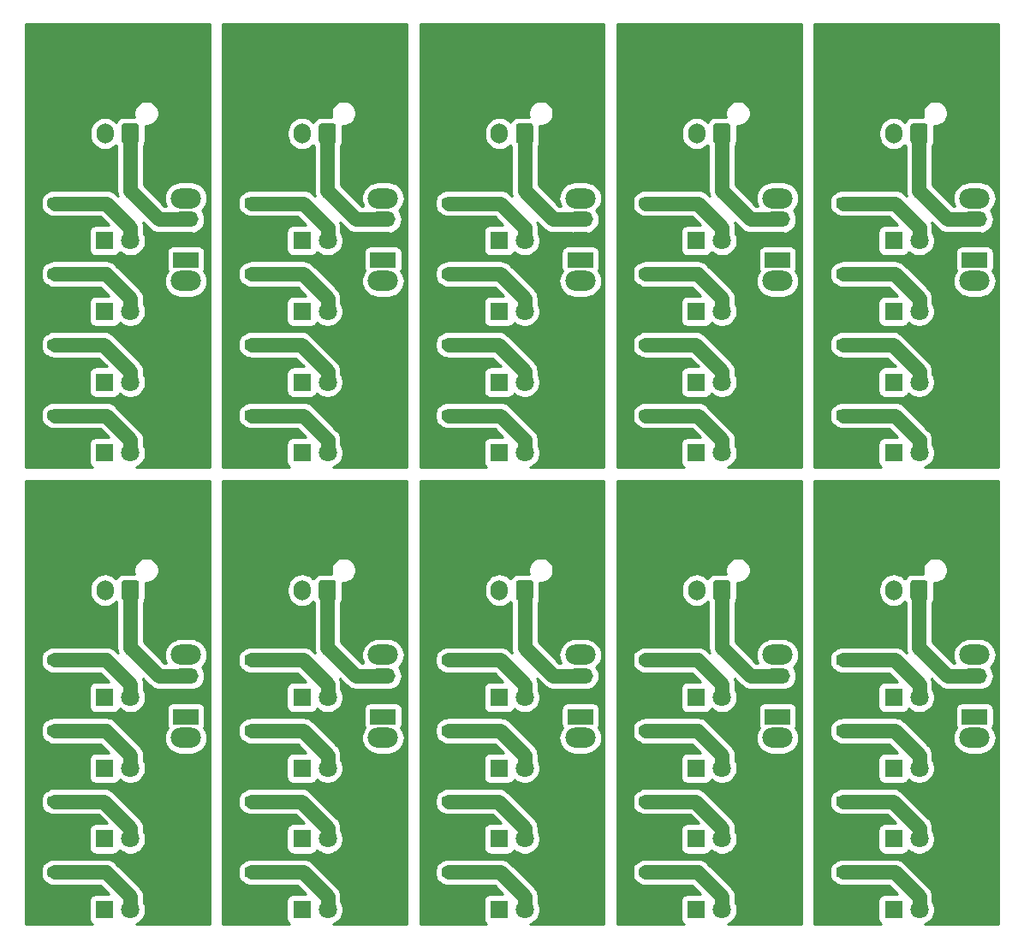
<source format=gbr>
%TF.GenerationSoftware,KiCad,Pcbnew,(5.1.9)-1*%
%TF.CreationDate,2022-04-08T02:00:14+08:00*%
%TF.ProjectId,LED_panelize,4c45445f-7061-46e6-956c-697a652e6b69,rev?*%
%TF.SameCoordinates,Original*%
%TF.FileFunction,Copper,L1,Top*%
%TF.FilePolarity,Positive*%
%FSLAX46Y46*%
G04 Gerber Fmt 4.6, Leading zero omitted, Abs format (unit mm)*
G04 Created by KiCad (PCBNEW (5.1.9)-1) date 2022-04-08 02:00:14*
%MOMM*%
%LPD*%
G01*
G04 APERTURE LIST*
%TA.AperFunction,ComponentPad*%
%ADD10R,1.800000X1.800000*%
%TD*%
%TA.AperFunction,ComponentPad*%
%ADD11C,1.800000*%
%TD*%
%TA.AperFunction,ComponentPad*%
%ADD12O,1.700000X2.000000*%
%TD*%
%TA.AperFunction,ComponentPad*%
%ADD13R,2.500000X1.500000*%
%TD*%
%TA.AperFunction,ComponentPad*%
%ADD14O,2.500000X1.500000*%
%TD*%
%TA.AperFunction,ComponentPad*%
%ADD15O,3.000000X2.000000*%
%TD*%
%TA.AperFunction,Conductor*%
%ADD16C,1.400000*%
%TD*%
%TA.AperFunction,Conductor*%
%ADD17C,0.254000*%
%TD*%
%TA.AperFunction,Conductor*%
%ADD18C,0.100000*%
%TD*%
G04 APERTURE END LIST*
D10*
%TO.P,D4,1*%
%TO.N,Net-(D1-Pad1)*%
X174775000Y-135000000D03*
D11*
%TO.P,D4,2*%
%TO.N,Net-(D4-Pad2)*%
X177315000Y-135000000D03*
%TD*%
D10*
%TO.P,D4,1*%
%TO.N,Net-(D1-Pad1)*%
X155275000Y-135000000D03*
D11*
%TO.P,D4,2*%
%TO.N,Net-(D4-Pad2)*%
X157815000Y-135000000D03*
%TD*%
D10*
%TO.P,D4,1*%
%TO.N,Net-(D1-Pad1)*%
X135775000Y-135000000D03*
D11*
%TO.P,D4,2*%
%TO.N,Net-(D4-Pad2)*%
X138315000Y-135000000D03*
%TD*%
D10*
%TO.P,D4,1*%
%TO.N,Net-(D1-Pad1)*%
X116275000Y-135000000D03*
D11*
%TO.P,D4,2*%
%TO.N,Net-(D4-Pad2)*%
X118815000Y-135000000D03*
%TD*%
D10*
%TO.P,D4,1*%
%TO.N,Net-(D1-Pad1)*%
X96775000Y-135000000D03*
D11*
%TO.P,D4,2*%
%TO.N,Net-(D4-Pad2)*%
X99315000Y-135000000D03*
%TD*%
D10*
%TO.P,D4,1*%
%TO.N,Net-(D1-Pad1)*%
X174775000Y-89800000D03*
D11*
%TO.P,D4,2*%
%TO.N,Net-(D4-Pad2)*%
X177315000Y-89800000D03*
%TD*%
D10*
%TO.P,D4,1*%
%TO.N,Net-(D1-Pad1)*%
X155275000Y-89800000D03*
D11*
%TO.P,D4,2*%
%TO.N,Net-(D4-Pad2)*%
X157815000Y-89800000D03*
%TD*%
D10*
%TO.P,D4,1*%
%TO.N,Net-(D1-Pad1)*%
X135775000Y-89800000D03*
D11*
%TO.P,D4,2*%
%TO.N,Net-(D4-Pad2)*%
X138315000Y-89800000D03*
%TD*%
D10*
%TO.P,D4,1*%
%TO.N,Net-(D1-Pad1)*%
X116275000Y-89800000D03*
D11*
%TO.P,D4,2*%
%TO.N,Net-(D4-Pad2)*%
X118815000Y-89800000D03*
%TD*%
%TO.P,R3,1*%
%TO.N,Net-(R1-Pad1)*%
%TA.AperFunction,SMDPad,CuDef*%
G36*
G01*
X169349998Y-114962500D02*
X170250002Y-114962500D01*
G75*
G02*
X170500000Y-115212498I0J-249998D01*
G01*
X170500000Y-115737502D01*
G75*
G02*
X170250002Y-115987500I-249998J0D01*
G01*
X169349998Y-115987500D01*
G75*
G02*
X169100000Y-115737502I0J249998D01*
G01*
X169100000Y-115212498D01*
G75*
G02*
X169349998Y-114962500I249998J0D01*
G01*
G37*
%TD.AperFunction*%
%TO.P,R3,2*%
%TO.N,Net-(D3-Pad2)*%
%TA.AperFunction,SMDPad,CuDef*%
G36*
G01*
X169349998Y-116787500D02*
X170250002Y-116787500D01*
G75*
G02*
X170500000Y-117037498I0J-249998D01*
G01*
X170500000Y-117562502D01*
G75*
G02*
X170250002Y-117812500I-249998J0D01*
G01*
X169349998Y-117812500D01*
G75*
G02*
X169100000Y-117562502I0J249998D01*
G01*
X169100000Y-117037498D01*
G75*
G02*
X169349998Y-116787500I249998J0D01*
G01*
G37*
%TD.AperFunction*%
%TD*%
%TO.P,R3,1*%
%TO.N,Net-(R1-Pad1)*%
%TA.AperFunction,SMDPad,CuDef*%
G36*
G01*
X149849998Y-114962500D02*
X150750002Y-114962500D01*
G75*
G02*
X151000000Y-115212498I0J-249998D01*
G01*
X151000000Y-115737502D01*
G75*
G02*
X150750002Y-115987500I-249998J0D01*
G01*
X149849998Y-115987500D01*
G75*
G02*
X149600000Y-115737502I0J249998D01*
G01*
X149600000Y-115212498D01*
G75*
G02*
X149849998Y-114962500I249998J0D01*
G01*
G37*
%TD.AperFunction*%
%TO.P,R3,2*%
%TO.N,Net-(D3-Pad2)*%
%TA.AperFunction,SMDPad,CuDef*%
G36*
G01*
X149849998Y-116787500D02*
X150750002Y-116787500D01*
G75*
G02*
X151000000Y-117037498I0J-249998D01*
G01*
X151000000Y-117562502D01*
G75*
G02*
X150750002Y-117812500I-249998J0D01*
G01*
X149849998Y-117812500D01*
G75*
G02*
X149600000Y-117562502I0J249998D01*
G01*
X149600000Y-117037498D01*
G75*
G02*
X149849998Y-116787500I249998J0D01*
G01*
G37*
%TD.AperFunction*%
%TD*%
%TO.P,R3,1*%
%TO.N,Net-(R1-Pad1)*%
%TA.AperFunction,SMDPad,CuDef*%
G36*
G01*
X130349998Y-114962500D02*
X131250002Y-114962500D01*
G75*
G02*
X131500000Y-115212498I0J-249998D01*
G01*
X131500000Y-115737502D01*
G75*
G02*
X131250002Y-115987500I-249998J0D01*
G01*
X130349998Y-115987500D01*
G75*
G02*
X130100000Y-115737502I0J249998D01*
G01*
X130100000Y-115212498D01*
G75*
G02*
X130349998Y-114962500I249998J0D01*
G01*
G37*
%TD.AperFunction*%
%TO.P,R3,2*%
%TO.N,Net-(D3-Pad2)*%
%TA.AperFunction,SMDPad,CuDef*%
G36*
G01*
X130349998Y-116787500D02*
X131250002Y-116787500D01*
G75*
G02*
X131500000Y-117037498I0J-249998D01*
G01*
X131500000Y-117562502D01*
G75*
G02*
X131250002Y-117812500I-249998J0D01*
G01*
X130349998Y-117812500D01*
G75*
G02*
X130100000Y-117562502I0J249998D01*
G01*
X130100000Y-117037498D01*
G75*
G02*
X130349998Y-116787500I249998J0D01*
G01*
G37*
%TD.AperFunction*%
%TD*%
%TO.P,R3,1*%
%TO.N,Net-(R1-Pad1)*%
%TA.AperFunction,SMDPad,CuDef*%
G36*
G01*
X110849998Y-114962500D02*
X111750002Y-114962500D01*
G75*
G02*
X112000000Y-115212498I0J-249998D01*
G01*
X112000000Y-115737502D01*
G75*
G02*
X111750002Y-115987500I-249998J0D01*
G01*
X110849998Y-115987500D01*
G75*
G02*
X110600000Y-115737502I0J249998D01*
G01*
X110600000Y-115212498D01*
G75*
G02*
X110849998Y-114962500I249998J0D01*
G01*
G37*
%TD.AperFunction*%
%TO.P,R3,2*%
%TO.N,Net-(D3-Pad2)*%
%TA.AperFunction,SMDPad,CuDef*%
G36*
G01*
X110849998Y-116787500D02*
X111750002Y-116787500D01*
G75*
G02*
X112000000Y-117037498I0J-249998D01*
G01*
X112000000Y-117562502D01*
G75*
G02*
X111750002Y-117812500I-249998J0D01*
G01*
X110849998Y-117812500D01*
G75*
G02*
X110600000Y-117562502I0J249998D01*
G01*
X110600000Y-117037498D01*
G75*
G02*
X110849998Y-116787500I249998J0D01*
G01*
G37*
%TD.AperFunction*%
%TD*%
%TO.P,R3,1*%
%TO.N,Net-(R1-Pad1)*%
%TA.AperFunction,SMDPad,CuDef*%
G36*
G01*
X91349998Y-114962500D02*
X92250002Y-114962500D01*
G75*
G02*
X92500000Y-115212498I0J-249998D01*
G01*
X92500000Y-115737502D01*
G75*
G02*
X92250002Y-115987500I-249998J0D01*
G01*
X91349998Y-115987500D01*
G75*
G02*
X91100000Y-115737502I0J249998D01*
G01*
X91100000Y-115212498D01*
G75*
G02*
X91349998Y-114962500I249998J0D01*
G01*
G37*
%TD.AperFunction*%
%TO.P,R3,2*%
%TO.N,Net-(D3-Pad2)*%
%TA.AperFunction,SMDPad,CuDef*%
G36*
G01*
X91349998Y-116787500D02*
X92250002Y-116787500D01*
G75*
G02*
X92500000Y-117037498I0J-249998D01*
G01*
X92500000Y-117562502D01*
G75*
G02*
X92250002Y-117812500I-249998J0D01*
G01*
X91349998Y-117812500D01*
G75*
G02*
X91100000Y-117562502I0J249998D01*
G01*
X91100000Y-117037498D01*
G75*
G02*
X91349998Y-116787500I249998J0D01*
G01*
G37*
%TD.AperFunction*%
%TD*%
%TO.P,R3,1*%
%TO.N,Net-(R1-Pad1)*%
%TA.AperFunction,SMDPad,CuDef*%
G36*
G01*
X169349998Y-69762500D02*
X170250002Y-69762500D01*
G75*
G02*
X170500000Y-70012498I0J-249998D01*
G01*
X170500000Y-70537502D01*
G75*
G02*
X170250002Y-70787500I-249998J0D01*
G01*
X169349998Y-70787500D01*
G75*
G02*
X169100000Y-70537502I0J249998D01*
G01*
X169100000Y-70012498D01*
G75*
G02*
X169349998Y-69762500I249998J0D01*
G01*
G37*
%TD.AperFunction*%
%TO.P,R3,2*%
%TO.N,Net-(D3-Pad2)*%
%TA.AperFunction,SMDPad,CuDef*%
G36*
G01*
X169349998Y-71587500D02*
X170250002Y-71587500D01*
G75*
G02*
X170500000Y-71837498I0J-249998D01*
G01*
X170500000Y-72362502D01*
G75*
G02*
X170250002Y-72612500I-249998J0D01*
G01*
X169349998Y-72612500D01*
G75*
G02*
X169100000Y-72362502I0J249998D01*
G01*
X169100000Y-71837498D01*
G75*
G02*
X169349998Y-71587500I249998J0D01*
G01*
G37*
%TD.AperFunction*%
%TD*%
%TO.P,R3,1*%
%TO.N,Net-(R1-Pad1)*%
%TA.AperFunction,SMDPad,CuDef*%
G36*
G01*
X149849998Y-69762500D02*
X150750002Y-69762500D01*
G75*
G02*
X151000000Y-70012498I0J-249998D01*
G01*
X151000000Y-70537502D01*
G75*
G02*
X150750002Y-70787500I-249998J0D01*
G01*
X149849998Y-70787500D01*
G75*
G02*
X149600000Y-70537502I0J249998D01*
G01*
X149600000Y-70012498D01*
G75*
G02*
X149849998Y-69762500I249998J0D01*
G01*
G37*
%TD.AperFunction*%
%TO.P,R3,2*%
%TO.N,Net-(D3-Pad2)*%
%TA.AperFunction,SMDPad,CuDef*%
G36*
G01*
X149849998Y-71587500D02*
X150750002Y-71587500D01*
G75*
G02*
X151000000Y-71837498I0J-249998D01*
G01*
X151000000Y-72362502D01*
G75*
G02*
X150750002Y-72612500I-249998J0D01*
G01*
X149849998Y-72612500D01*
G75*
G02*
X149600000Y-72362502I0J249998D01*
G01*
X149600000Y-71837498D01*
G75*
G02*
X149849998Y-71587500I249998J0D01*
G01*
G37*
%TD.AperFunction*%
%TD*%
%TO.P,R3,1*%
%TO.N,Net-(R1-Pad1)*%
%TA.AperFunction,SMDPad,CuDef*%
G36*
G01*
X130349998Y-69762500D02*
X131250002Y-69762500D01*
G75*
G02*
X131500000Y-70012498I0J-249998D01*
G01*
X131500000Y-70537502D01*
G75*
G02*
X131250002Y-70787500I-249998J0D01*
G01*
X130349998Y-70787500D01*
G75*
G02*
X130100000Y-70537502I0J249998D01*
G01*
X130100000Y-70012498D01*
G75*
G02*
X130349998Y-69762500I249998J0D01*
G01*
G37*
%TD.AperFunction*%
%TO.P,R3,2*%
%TO.N,Net-(D3-Pad2)*%
%TA.AperFunction,SMDPad,CuDef*%
G36*
G01*
X130349998Y-71587500D02*
X131250002Y-71587500D01*
G75*
G02*
X131500000Y-71837498I0J-249998D01*
G01*
X131500000Y-72362502D01*
G75*
G02*
X131250002Y-72612500I-249998J0D01*
G01*
X130349998Y-72612500D01*
G75*
G02*
X130100000Y-72362502I0J249998D01*
G01*
X130100000Y-71837498D01*
G75*
G02*
X130349998Y-71587500I249998J0D01*
G01*
G37*
%TD.AperFunction*%
%TD*%
%TO.P,R3,1*%
%TO.N,Net-(R1-Pad1)*%
%TA.AperFunction,SMDPad,CuDef*%
G36*
G01*
X110849998Y-69762500D02*
X111750002Y-69762500D01*
G75*
G02*
X112000000Y-70012498I0J-249998D01*
G01*
X112000000Y-70537502D01*
G75*
G02*
X111750002Y-70787500I-249998J0D01*
G01*
X110849998Y-70787500D01*
G75*
G02*
X110600000Y-70537502I0J249998D01*
G01*
X110600000Y-70012498D01*
G75*
G02*
X110849998Y-69762500I249998J0D01*
G01*
G37*
%TD.AperFunction*%
%TO.P,R3,2*%
%TO.N,Net-(D3-Pad2)*%
%TA.AperFunction,SMDPad,CuDef*%
G36*
G01*
X110849998Y-71587500D02*
X111750002Y-71587500D01*
G75*
G02*
X112000000Y-71837498I0J-249998D01*
G01*
X112000000Y-72362502D01*
G75*
G02*
X111750002Y-72612500I-249998J0D01*
G01*
X110849998Y-72612500D01*
G75*
G02*
X110600000Y-72362502I0J249998D01*
G01*
X110600000Y-71837498D01*
G75*
G02*
X110849998Y-71587500I249998J0D01*
G01*
G37*
%TD.AperFunction*%
%TD*%
%TO.P,R4,1*%
%TO.N,Net-(R1-Pad1)*%
%TA.AperFunction,SMDPad,CuDef*%
G36*
G01*
X169349999Y-128962500D02*
X170250001Y-128962500D01*
G75*
G02*
X170500000Y-129212499I0J-249999D01*
G01*
X170500000Y-129737501D01*
G75*
G02*
X170250001Y-129987500I-249999J0D01*
G01*
X169349999Y-129987500D01*
G75*
G02*
X169100000Y-129737501I0J249999D01*
G01*
X169100000Y-129212499D01*
G75*
G02*
X169349999Y-128962500I249999J0D01*
G01*
G37*
%TD.AperFunction*%
%TO.P,R4,2*%
%TO.N,Net-(D4-Pad2)*%
%TA.AperFunction,SMDPad,CuDef*%
G36*
G01*
X169349999Y-130787500D02*
X170250001Y-130787500D01*
G75*
G02*
X170500000Y-131037499I0J-249999D01*
G01*
X170500000Y-131562501D01*
G75*
G02*
X170250001Y-131812500I-249999J0D01*
G01*
X169349999Y-131812500D01*
G75*
G02*
X169100000Y-131562501I0J249999D01*
G01*
X169100000Y-131037499D01*
G75*
G02*
X169349999Y-130787500I249999J0D01*
G01*
G37*
%TD.AperFunction*%
%TD*%
%TO.P,R4,1*%
%TO.N,Net-(R1-Pad1)*%
%TA.AperFunction,SMDPad,CuDef*%
G36*
G01*
X149849999Y-128962500D02*
X150750001Y-128962500D01*
G75*
G02*
X151000000Y-129212499I0J-249999D01*
G01*
X151000000Y-129737501D01*
G75*
G02*
X150750001Y-129987500I-249999J0D01*
G01*
X149849999Y-129987500D01*
G75*
G02*
X149600000Y-129737501I0J249999D01*
G01*
X149600000Y-129212499D01*
G75*
G02*
X149849999Y-128962500I249999J0D01*
G01*
G37*
%TD.AperFunction*%
%TO.P,R4,2*%
%TO.N,Net-(D4-Pad2)*%
%TA.AperFunction,SMDPad,CuDef*%
G36*
G01*
X149849999Y-130787500D02*
X150750001Y-130787500D01*
G75*
G02*
X151000000Y-131037499I0J-249999D01*
G01*
X151000000Y-131562501D01*
G75*
G02*
X150750001Y-131812500I-249999J0D01*
G01*
X149849999Y-131812500D01*
G75*
G02*
X149600000Y-131562501I0J249999D01*
G01*
X149600000Y-131037499D01*
G75*
G02*
X149849999Y-130787500I249999J0D01*
G01*
G37*
%TD.AperFunction*%
%TD*%
%TO.P,R4,1*%
%TO.N,Net-(R1-Pad1)*%
%TA.AperFunction,SMDPad,CuDef*%
G36*
G01*
X130349999Y-128962500D02*
X131250001Y-128962500D01*
G75*
G02*
X131500000Y-129212499I0J-249999D01*
G01*
X131500000Y-129737501D01*
G75*
G02*
X131250001Y-129987500I-249999J0D01*
G01*
X130349999Y-129987500D01*
G75*
G02*
X130100000Y-129737501I0J249999D01*
G01*
X130100000Y-129212499D01*
G75*
G02*
X130349999Y-128962500I249999J0D01*
G01*
G37*
%TD.AperFunction*%
%TO.P,R4,2*%
%TO.N,Net-(D4-Pad2)*%
%TA.AperFunction,SMDPad,CuDef*%
G36*
G01*
X130349999Y-130787500D02*
X131250001Y-130787500D01*
G75*
G02*
X131500000Y-131037499I0J-249999D01*
G01*
X131500000Y-131562501D01*
G75*
G02*
X131250001Y-131812500I-249999J0D01*
G01*
X130349999Y-131812500D01*
G75*
G02*
X130100000Y-131562501I0J249999D01*
G01*
X130100000Y-131037499D01*
G75*
G02*
X130349999Y-130787500I249999J0D01*
G01*
G37*
%TD.AperFunction*%
%TD*%
%TO.P,R4,1*%
%TO.N,Net-(R1-Pad1)*%
%TA.AperFunction,SMDPad,CuDef*%
G36*
G01*
X110849999Y-128962500D02*
X111750001Y-128962500D01*
G75*
G02*
X112000000Y-129212499I0J-249999D01*
G01*
X112000000Y-129737501D01*
G75*
G02*
X111750001Y-129987500I-249999J0D01*
G01*
X110849999Y-129987500D01*
G75*
G02*
X110600000Y-129737501I0J249999D01*
G01*
X110600000Y-129212499D01*
G75*
G02*
X110849999Y-128962500I249999J0D01*
G01*
G37*
%TD.AperFunction*%
%TO.P,R4,2*%
%TO.N,Net-(D4-Pad2)*%
%TA.AperFunction,SMDPad,CuDef*%
G36*
G01*
X110849999Y-130787500D02*
X111750001Y-130787500D01*
G75*
G02*
X112000000Y-131037499I0J-249999D01*
G01*
X112000000Y-131562501D01*
G75*
G02*
X111750001Y-131812500I-249999J0D01*
G01*
X110849999Y-131812500D01*
G75*
G02*
X110600000Y-131562501I0J249999D01*
G01*
X110600000Y-131037499D01*
G75*
G02*
X110849999Y-130787500I249999J0D01*
G01*
G37*
%TD.AperFunction*%
%TD*%
%TO.P,R4,1*%
%TO.N,Net-(R1-Pad1)*%
%TA.AperFunction,SMDPad,CuDef*%
G36*
G01*
X91349999Y-128962500D02*
X92250001Y-128962500D01*
G75*
G02*
X92500000Y-129212499I0J-249999D01*
G01*
X92500000Y-129737501D01*
G75*
G02*
X92250001Y-129987500I-249999J0D01*
G01*
X91349999Y-129987500D01*
G75*
G02*
X91100000Y-129737501I0J249999D01*
G01*
X91100000Y-129212499D01*
G75*
G02*
X91349999Y-128962500I249999J0D01*
G01*
G37*
%TD.AperFunction*%
%TO.P,R4,2*%
%TO.N,Net-(D4-Pad2)*%
%TA.AperFunction,SMDPad,CuDef*%
G36*
G01*
X91349999Y-130787500D02*
X92250001Y-130787500D01*
G75*
G02*
X92500000Y-131037499I0J-249999D01*
G01*
X92500000Y-131562501D01*
G75*
G02*
X92250001Y-131812500I-249999J0D01*
G01*
X91349999Y-131812500D01*
G75*
G02*
X91100000Y-131562501I0J249999D01*
G01*
X91100000Y-131037499D01*
G75*
G02*
X91349999Y-130787500I249999J0D01*
G01*
G37*
%TD.AperFunction*%
%TD*%
%TO.P,R4,1*%
%TO.N,Net-(R1-Pad1)*%
%TA.AperFunction,SMDPad,CuDef*%
G36*
G01*
X169349999Y-83762500D02*
X170250001Y-83762500D01*
G75*
G02*
X170500000Y-84012499I0J-249999D01*
G01*
X170500000Y-84537501D01*
G75*
G02*
X170250001Y-84787500I-249999J0D01*
G01*
X169349999Y-84787500D01*
G75*
G02*
X169100000Y-84537501I0J249999D01*
G01*
X169100000Y-84012499D01*
G75*
G02*
X169349999Y-83762500I249999J0D01*
G01*
G37*
%TD.AperFunction*%
%TO.P,R4,2*%
%TO.N,Net-(D4-Pad2)*%
%TA.AperFunction,SMDPad,CuDef*%
G36*
G01*
X169349999Y-85587500D02*
X170250001Y-85587500D01*
G75*
G02*
X170500000Y-85837499I0J-249999D01*
G01*
X170500000Y-86362501D01*
G75*
G02*
X170250001Y-86612500I-249999J0D01*
G01*
X169349999Y-86612500D01*
G75*
G02*
X169100000Y-86362501I0J249999D01*
G01*
X169100000Y-85837499D01*
G75*
G02*
X169349999Y-85587500I249999J0D01*
G01*
G37*
%TD.AperFunction*%
%TD*%
%TO.P,R4,1*%
%TO.N,Net-(R1-Pad1)*%
%TA.AperFunction,SMDPad,CuDef*%
G36*
G01*
X149849999Y-83762500D02*
X150750001Y-83762500D01*
G75*
G02*
X151000000Y-84012499I0J-249999D01*
G01*
X151000000Y-84537501D01*
G75*
G02*
X150750001Y-84787500I-249999J0D01*
G01*
X149849999Y-84787500D01*
G75*
G02*
X149600000Y-84537501I0J249999D01*
G01*
X149600000Y-84012499D01*
G75*
G02*
X149849999Y-83762500I249999J0D01*
G01*
G37*
%TD.AperFunction*%
%TO.P,R4,2*%
%TO.N,Net-(D4-Pad2)*%
%TA.AperFunction,SMDPad,CuDef*%
G36*
G01*
X149849999Y-85587500D02*
X150750001Y-85587500D01*
G75*
G02*
X151000000Y-85837499I0J-249999D01*
G01*
X151000000Y-86362501D01*
G75*
G02*
X150750001Y-86612500I-249999J0D01*
G01*
X149849999Y-86612500D01*
G75*
G02*
X149600000Y-86362501I0J249999D01*
G01*
X149600000Y-85837499D01*
G75*
G02*
X149849999Y-85587500I249999J0D01*
G01*
G37*
%TD.AperFunction*%
%TD*%
%TO.P,R4,1*%
%TO.N,Net-(R1-Pad1)*%
%TA.AperFunction,SMDPad,CuDef*%
G36*
G01*
X130349999Y-83762500D02*
X131250001Y-83762500D01*
G75*
G02*
X131500000Y-84012499I0J-249999D01*
G01*
X131500000Y-84537501D01*
G75*
G02*
X131250001Y-84787500I-249999J0D01*
G01*
X130349999Y-84787500D01*
G75*
G02*
X130100000Y-84537501I0J249999D01*
G01*
X130100000Y-84012499D01*
G75*
G02*
X130349999Y-83762500I249999J0D01*
G01*
G37*
%TD.AperFunction*%
%TO.P,R4,2*%
%TO.N,Net-(D4-Pad2)*%
%TA.AperFunction,SMDPad,CuDef*%
G36*
G01*
X130349999Y-85587500D02*
X131250001Y-85587500D01*
G75*
G02*
X131500000Y-85837499I0J-249999D01*
G01*
X131500000Y-86362501D01*
G75*
G02*
X131250001Y-86612500I-249999J0D01*
G01*
X130349999Y-86612500D01*
G75*
G02*
X130100000Y-86362501I0J249999D01*
G01*
X130100000Y-85837499D01*
G75*
G02*
X130349999Y-85587500I249999J0D01*
G01*
G37*
%TD.AperFunction*%
%TD*%
%TO.P,R4,1*%
%TO.N,Net-(R1-Pad1)*%
%TA.AperFunction,SMDPad,CuDef*%
G36*
G01*
X110849999Y-83762500D02*
X111750001Y-83762500D01*
G75*
G02*
X112000000Y-84012499I0J-249999D01*
G01*
X112000000Y-84537501D01*
G75*
G02*
X111750001Y-84787500I-249999J0D01*
G01*
X110849999Y-84787500D01*
G75*
G02*
X110600000Y-84537501I0J249999D01*
G01*
X110600000Y-84012499D01*
G75*
G02*
X110849999Y-83762500I249999J0D01*
G01*
G37*
%TD.AperFunction*%
%TO.P,R4,2*%
%TO.N,Net-(D4-Pad2)*%
%TA.AperFunction,SMDPad,CuDef*%
G36*
G01*
X110849999Y-85587500D02*
X111750001Y-85587500D01*
G75*
G02*
X112000000Y-85837499I0J-249999D01*
G01*
X112000000Y-86362501D01*
G75*
G02*
X111750001Y-86612500I-249999J0D01*
G01*
X110849999Y-86612500D01*
G75*
G02*
X110600000Y-86362501I0J249999D01*
G01*
X110600000Y-85837499D01*
G75*
G02*
X110849999Y-85587500I249999J0D01*
G01*
G37*
%TD.AperFunction*%
%TD*%
D10*
%TO.P,D2,1*%
%TO.N,Net-(D1-Pad1)*%
X174775000Y-128000000D03*
D11*
%TO.P,D2,2*%
%TO.N,Net-(D2-Pad2)*%
X177315000Y-128000000D03*
%TD*%
D10*
%TO.P,D2,1*%
%TO.N,Net-(D1-Pad1)*%
X155275000Y-128000000D03*
D11*
%TO.P,D2,2*%
%TO.N,Net-(D2-Pad2)*%
X157815000Y-128000000D03*
%TD*%
D10*
%TO.P,D2,1*%
%TO.N,Net-(D1-Pad1)*%
X135775000Y-128000000D03*
D11*
%TO.P,D2,2*%
%TO.N,Net-(D2-Pad2)*%
X138315000Y-128000000D03*
%TD*%
D10*
%TO.P,D2,1*%
%TO.N,Net-(D1-Pad1)*%
X116275000Y-128000000D03*
D11*
%TO.P,D2,2*%
%TO.N,Net-(D2-Pad2)*%
X118815000Y-128000000D03*
%TD*%
D10*
%TO.P,D2,1*%
%TO.N,Net-(D1-Pad1)*%
X96775000Y-128000000D03*
D11*
%TO.P,D2,2*%
%TO.N,Net-(D2-Pad2)*%
X99315000Y-128000000D03*
%TD*%
D10*
%TO.P,D2,1*%
%TO.N,Net-(D1-Pad1)*%
X174775000Y-82800000D03*
D11*
%TO.P,D2,2*%
%TO.N,Net-(D2-Pad2)*%
X177315000Y-82800000D03*
%TD*%
D10*
%TO.P,D2,1*%
%TO.N,Net-(D1-Pad1)*%
X155275000Y-82800000D03*
D11*
%TO.P,D2,2*%
%TO.N,Net-(D2-Pad2)*%
X157815000Y-82800000D03*
%TD*%
D10*
%TO.P,D2,1*%
%TO.N,Net-(D1-Pad1)*%
X135775000Y-82800000D03*
D11*
%TO.P,D2,2*%
%TO.N,Net-(D2-Pad2)*%
X138315000Y-82800000D03*
%TD*%
D10*
%TO.P,D2,1*%
%TO.N,Net-(D1-Pad1)*%
X116275000Y-82800000D03*
D11*
%TO.P,D2,2*%
%TO.N,Net-(D2-Pad2)*%
X118815000Y-82800000D03*
%TD*%
D10*
%TO.P,D1,1*%
%TO.N,Net-(D1-Pad1)*%
X174775000Y-114000000D03*
D11*
%TO.P,D1,2*%
%TO.N,Net-(D1-Pad2)*%
X177315000Y-114000000D03*
%TD*%
D10*
%TO.P,D1,1*%
%TO.N,Net-(D1-Pad1)*%
X155275000Y-114000000D03*
D11*
%TO.P,D1,2*%
%TO.N,Net-(D1-Pad2)*%
X157815000Y-114000000D03*
%TD*%
D10*
%TO.P,D1,1*%
%TO.N,Net-(D1-Pad1)*%
X135775000Y-114000000D03*
D11*
%TO.P,D1,2*%
%TO.N,Net-(D1-Pad2)*%
X138315000Y-114000000D03*
%TD*%
D10*
%TO.P,D1,1*%
%TO.N,Net-(D1-Pad1)*%
X116275000Y-114000000D03*
D11*
%TO.P,D1,2*%
%TO.N,Net-(D1-Pad2)*%
X118815000Y-114000000D03*
%TD*%
D10*
%TO.P,D1,1*%
%TO.N,Net-(D1-Pad1)*%
X96775000Y-114000000D03*
D11*
%TO.P,D1,2*%
%TO.N,Net-(D1-Pad2)*%
X99315000Y-114000000D03*
%TD*%
D10*
%TO.P,D1,1*%
%TO.N,Net-(D1-Pad1)*%
X174775000Y-68800000D03*
D11*
%TO.P,D1,2*%
%TO.N,Net-(D1-Pad2)*%
X177315000Y-68800000D03*
%TD*%
D10*
%TO.P,D1,1*%
%TO.N,Net-(D1-Pad1)*%
X155275000Y-68800000D03*
D11*
%TO.P,D1,2*%
%TO.N,Net-(D1-Pad2)*%
X157815000Y-68800000D03*
%TD*%
D10*
%TO.P,D1,1*%
%TO.N,Net-(D1-Pad1)*%
X135775000Y-68800000D03*
D11*
%TO.P,D1,2*%
%TO.N,Net-(D1-Pad2)*%
X138315000Y-68800000D03*
%TD*%
D10*
%TO.P,D1,1*%
%TO.N,Net-(D1-Pad1)*%
X116275000Y-68800000D03*
D11*
%TO.P,D1,2*%
%TO.N,Net-(D1-Pad2)*%
X118815000Y-68800000D03*
%TD*%
%TO.P,R2,1*%
%TO.N,Net-(R1-Pad1)*%
%TA.AperFunction,SMDPad,CuDef*%
G36*
G01*
X169349998Y-121962500D02*
X170250002Y-121962500D01*
G75*
G02*
X170500000Y-122212498I0J-249998D01*
G01*
X170500000Y-122737502D01*
G75*
G02*
X170250002Y-122987500I-249998J0D01*
G01*
X169349998Y-122987500D01*
G75*
G02*
X169100000Y-122737502I0J249998D01*
G01*
X169100000Y-122212498D01*
G75*
G02*
X169349998Y-121962500I249998J0D01*
G01*
G37*
%TD.AperFunction*%
%TO.P,R2,2*%
%TO.N,Net-(D2-Pad2)*%
%TA.AperFunction,SMDPad,CuDef*%
G36*
G01*
X169349998Y-123787500D02*
X170250002Y-123787500D01*
G75*
G02*
X170500000Y-124037498I0J-249998D01*
G01*
X170500000Y-124562502D01*
G75*
G02*
X170250002Y-124812500I-249998J0D01*
G01*
X169349998Y-124812500D01*
G75*
G02*
X169100000Y-124562502I0J249998D01*
G01*
X169100000Y-124037498D01*
G75*
G02*
X169349998Y-123787500I249998J0D01*
G01*
G37*
%TD.AperFunction*%
%TD*%
%TO.P,R2,1*%
%TO.N,Net-(R1-Pad1)*%
%TA.AperFunction,SMDPad,CuDef*%
G36*
G01*
X149849998Y-121962500D02*
X150750002Y-121962500D01*
G75*
G02*
X151000000Y-122212498I0J-249998D01*
G01*
X151000000Y-122737502D01*
G75*
G02*
X150750002Y-122987500I-249998J0D01*
G01*
X149849998Y-122987500D01*
G75*
G02*
X149600000Y-122737502I0J249998D01*
G01*
X149600000Y-122212498D01*
G75*
G02*
X149849998Y-121962500I249998J0D01*
G01*
G37*
%TD.AperFunction*%
%TO.P,R2,2*%
%TO.N,Net-(D2-Pad2)*%
%TA.AperFunction,SMDPad,CuDef*%
G36*
G01*
X149849998Y-123787500D02*
X150750002Y-123787500D01*
G75*
G02*
X151000000Y-124037498I0J-249998D01*
G01*
X151000000Y-124562502D01*
G75*
G02*
X150750002Y-124812500I-249998J0D01*
G01*
X149849998Y-124812500D01*
G75*
G02*
X149600000Y-124562502I0J249998D01*
G01*
X149600000Y-124037498D01*
G75*
G02*
X149849998Y-123787500I249998J0D01*
G01*
G37*
%TD.AperFunction*%
%TD*%
%TO.P,R2,1*%
%TO.N,Net-(R1-Pad1)*%
%TA.AperFunction,SMDPad,CuDef*%
G36*
G01*
X130349998Y-121962500D02*
X131250002Y-121962500D01*
G75*
G02*
X131500000Y-122212498I0J-249998D01*
G01*
X131500000Y-122737502D01*
G75*
G02*
X131250002Y-122987500I-249998J0D01*
G01*
X130349998Y-122987500D01*
G75*
G02*
X130100000Y-122737502I0J249998D01*
G01*
X130100000Y-122212498D01*
G75*
G02*
X130349998Y-121962500I249998J0D01*
G01*
G37*
%TD.AperFunction*%
%TO.P,R2,2*%
%TO.N,Net-(D2-Pad2)*%
%TA.AperFunction,SMDPad,CuDef*%
G36*
G01*
X130349998Y-123787500D02*
X131250002Y-123787500D01*
G75*
G02*
X131500000Y-124037498I0J-249998D01*
G01*
X131500000Y-124562502D01*
G75*
G02*
X131250002Y-124812500I-249998J0D01*
G01*
X130349998Y-124812500D01*
G75*
G02*
X130100000Y-124562502I0J249998D01*
G01*
X130100000Y-124037498D01*
G75*
G02*
X130349998Y-123787500I249998J0D01*
G01*
G37*
%TD.AperFunction*%
%TD*%
%TO.P,R2,1*%
%TO.N,Net-(R1-Pad1)*%
%TA.AperFunction,SMDPad,CuDef*%
G36*
G01*
X110849998Y-121962500D02*
X111750002Y-121962500D01*
G75*
G02*
X112000000Y-122212498I0J-249998D01*
G01*
X112000000Y-122737502D01*
G75*
G02*
X111750002Y-122987500I-249998J0D01*
G01*
X110849998Y-122987500D01*
G75*
G02*
X110600000Y-122737502I0J249998D01*
G01*
X110600000Y-122212498D01*
G75*
G02*
X110849998Y-121962500I249998J0D01*
G01*
G37*
%TD.AperFunction*%
%TO.P,R2,2*%
%TO.N,Net-(D2-Pad2)*%
%TA.AperFunction,SMDPad,CuDef*%
G36*
G01*
X110849998Y-123787500D02*
X111750002Y-123787500D01*
G75*
G02*
X112000000Y-124037498I0J-249998D01*
G01*
X112000000Y-124562502D01*
G75*
G02*
X111750002Y-124812500I-249998J0D01*
G01*
X110849998Y-124812500D01*
G75*
G02*
X110600000Y-124562502I0J249998D01*
G01*
X110600000Y-124037498D01*
G75*
G02*
X110849998Y-123787500I249998J0D01*
G01*
G37*
%TD.AperFunction*%
%TD*%
%TO.P,R2,1*%
%TO.N,Net-(R1-Pad1)*%
%TA.AperFunction,SMDPad,CuDef*%
G36*
G01*
X91349998Y-121962500D02*
X92250002Y-121962500D01*
G75*
G02*
X92500000Y-122212498I0J-249998D01*
G01*
X92500000Y-122737502D01*
G75*
G02*
X92250002Y-122987500I-249998J0D01*
G01*
X91349998Y-122987500D01*
G75*
G02*
X91100000Y-122737502I0J249998D01*
G01*
X91100000Y-122212498D01*
G75*
G02*
X91349998Y-121962500I249998J0D01*
G01*
G37*
%TD.AperFunction*%
%TO.P,R2,2*%
%TO.N,Net-(D2-Pad2)*%
%TA.AperFunction,SMDPad,CuDef*%
G36*
G01*
X91349998Y-123787500D02*
X92250002Y-123787500D01*
G75*
G02*
X92500000Y-124037498I0J-249998D01*
G01*
X92500000Y-124562502D01*
G75*
G02*
X92250002Y-124812500I-249998J0D01*
G01*
X91349998Y-124812500D01*
G75*
G02*
X91100000Y-124562502I0J249998D01*
G01*
X91100000Y-124037498D01*
G75*
G02*
X91349998Y-123787500I249998J0D01*
G01*
G37*
%TD.AperFunction*%
%TD*%
%TO.P,R2,1*%
%TO.N,Net-(R1-Pad1)*%
%TA.AperFunction,SMDPad,CuDef*%
G36*
G01*
X169349998Y-76762500D02*
X170250002Y-76762500D01*
G75*
G02*
X170500000Y-77012498I0J-249998D01*
G01*
X170500000Y-77537502D01*
G75*
G02*
X170250002Y-77787500I-249998J0D01*
G01*
X169349998Y-77787500D01*
G75*
G02*
X169100000Y-77537502I0J249998D01*
G01*
X169100000Y-77012498D01*
G75*
G02*
X169349998Y-76762500I249998J0D01*
G01*
G37*
%TD.AperFunction*%
%TO.P,R2,2*%
%TO.N,Net-(D2-Pad2)*%
%TA.AperFunction,SMDPad,CuDef*%
G36*
G01*
X169349998Y-78587500D02*
X170250002Y-78587500D01*
G75*
G02*
X170500000Y-78837498I0J-249998D01*
G01*
X170500000Y-79362502D01*
G75*
G02*
X170250002Y-79612500I-249998J0D01*
G01*
X169349998Y-79612500D01*
G75*
G02*
X169100000Y-79362502I0J249998D01*
G01*
X169100000Y-78837498D01*
G75*
G02*
X169349998Y-78587500I249998J0D01*
G01*
G37*
%TD.AperFunction*%
%TD*%
%TO.P,R2,1*%
%TO.N,Net-(R1-Pad1)*%
%TA.AperFunction,SMDPad,CuDef*%
G36*
G01*
X149849998Y-76762500D02*
X150750002Y-76762500D01*
G75*
G02*
X151000000Y-77012498I0J-249998D01*
G01*
X151000000Y-77537502D01*
G75*
G02*
X150750002Y-77787500I-249998J0D01*
G01*
X149849998Y-77787500D01*
G75*
G02*
X149600000Y-77537502I0J249998D01*
G01*
X149600000Y-77012498D01*
G75*
G02*
X149849998Y-76762500I249998J0D01*
G01*
G37*
%TD.AperFunction*%
%TO.P,R2,2*%
%TO.N,Net-(D2-Pad2)*%
%TA.AperFunction,SMDPad,CuDef*%
G36*
G01*
X149849998Y-78587500D02*
X150750002Y-78587500D01*
G75*
G02*
X151000000Y-78837498I0J-249998D01*
G01*
X151000000Y-79362502D01*
G75*
G02*
X150750002Y-79612500I-249998J0D01*
G01*
X149849998Y-79612500D01*
G75*
G02*
X149600000Y-79362502I0J249998D01*
G01*
X149600000Y-78837498D01*
G75*
G02*
X149849998Y-78587500I249998J0D01*
G01*
G37*
%TD.AperFunction*%
%TD*%
%TO.P,R2,1*%
%TO.N,Net-(R1-Pad1)*%
%TA.AperFunction,SMDPad,CuDef*%
G36*
G01*
X130349998Y-76762500D02*
X131250002Y-76762500D01*
G75*
G02*
X131500000Y-77012498I0J-249998D01*
G01*
X131500000Y-77537502D01*
G75*
G02*
X131250002Y-77787500I-249998J0D01*
G01*
X130349998Y-77787500D01*
G75*
G02*
X130100000Y-77537502I0J249998D01*
G01*
X130100000Y-77012498D01*
G75*
G02*
X130349998Y-76762500I249998J0D01*
G01*
G37*
%TD.AperFunction*%
%TO.P,R2,2*%
%TO.N,Net-(D2-Pad2)*%
%TA.AperFunction,SMDPad,CuDef*%
G36*
G01*
X130349998Y-78587500D02*
X131250002Y-78587500D01*
G75*
G02*
X131500000Y-78837498I0J-249998D01*
G01*
X131500000Y-79362502D01*
G75*
G02*
X131250002Y-79612500I-249998J0D01*
G01*
X130349998Y-79612500D01*
G75*
G02*
X130100000Y-79362502I0J249998D01*
G01*
X130100000Y-78837498D01*
G75*
G02*
X130349998Y-78587500I249998J0D01*
G01*
G37*
%TD.AperFunction*%
%TD*%
%TO.P,R2,1*%
%TO.N,Net-(R1-Pad1)*%
%TA.AperFunction,SMDPad,CuDef*%
G36*
G01*
X110849998Y-76762500D02*
X111750002Y-76762500D01*
G75*
G02*
X112000000Y-77012498I0J-249998D01*
G01*
X112000000Y-77537502D01*
G75*
G02*
X111750002Y-77787500I-249998J0D01*
G01*
X110849998Y-77787500D01*
G75*
G02*
X110600000Y-77537502I0J249998D01*
G01*
X110600000Y-77012498D01*
G75*
G02*
X110849998Y-76762500I249998J0D01*
G01*
G37*
%TD.AperFunction*%
%TO.P,R2,2*%
%TO.N,Net-(D2-Pad2)*%
%TA.AperFunction,SMDPad,CuDef*%
G36*
G01*
X110849998Y-78587500D02*
X111750002Y-78587500D01*
G75*
G02*
X112000000Y-78837498I0J-249998D01*
G01*
X112000000Y-79362502D01*
G75*
G02*
X111750002Y-79612500I-249998J0D01*
G01*
X110849998Y-79612500D01*
G75*
G02*
X110600000Y-79362502I0J249998D01*
G01*
X110600000Y-78837498D01*
G75*
G02*
X110849998Y-78587500I249998J0D01*
G01*
G37*
%TD.AperFunction*%
%TD*%
D10*
%TO.P,D3,1*%
%TO.N,Net-(D1-Pad1)*%
X174775000Y-121000000D03*
D11*
%TO.P,D3,2*%
%TO.N,Net-(D3-Pad2)*%
X177315000Y-121000000D03*
%TD*%
D10*
%TO.P,D3,1*%
%TO.N,Net-(D1-Pad1)*%
X155275000Y-121000000D03*
D11*
%TO.P,D3,2*%
%TO.N,Net-(D3-Pad2)*%
X157815000Y-121000000D03*
%TD*%
D10*
%TO.P,D3,1*%
%TO.N,Net-(D1-Pad1)*%
X135775000Y-121000000D03*
D11*
%TO.P,D3,2*%
%TO.N,Net-(D3-Pad2)*%
X138315000Y-121000000D03*
%TD*%
D10*
%TO.P,D3,1*%
%TO.N,Net-(D1-Pad1)*%
X116275000Y-121000000D03*
D11*
%TO.P,D3,2*%
%TO.N,Net-(D3-Pad2)*%
X118815000Y-121000000D03*
%TD*%
D10*
%TO.P,D3,1*%
%TO.N,Net-(D1-Pad1)*%
X96775000Y-121000000D03*
D11*
%TO.P,D3,2*%
%TO.N,Net-(D3-Pad2)*%
X99315000Y-121000000D03*
%TD*%
D10*
%TO.P,D3,1*%
%TO.N,Net-(D1-Pad1)*%
X174775000Y-75800000D03*
D11*
%TO.P,D3,2*%
%TO.N,Net-(D3-Pad2)*%
X177315000Y-75800000D03*
%TD*%
D10*
%TO.P,D3,1*%
%TO.N,Net-(D1-Pad1)*%
X155275000Y-75800000D03*
D11*
%TO.P,D3,2*%
%TO.N,Net-(D3-Pad2)*%
X157815000Y-75800000D03*
%TD*%
D10*
%TO.P,D3,1*%
%TO.N,Net-(D1-Pad1)*%
X135775000Y-75800000D03*
D11*
%TO.P,D3,2*%
%TO.N,Net-(D3-Pad2)*%
X138315000Y-75800000D03*
%TD*%
D10*
%TO.P,D3,1*%
%TO.N,Net-(D1-Pad1)*%
X116275000Y-75800000D03*
D11*
%TO.P,D3,2*%
%TO.N,Net-(D3-Pad2)*%
X118815000Y-75800000D03*
%TD*%
%TO.P,J1,1*%
%TO.N,Net-(J1-Pad1)*%
%TA.AperFunction,ComponentPad*%
G36*
G01*
X178150000Y-102650000D02*
X178150000Y-104150000D01*
G75*
G02*
X177900000Y-104400000I-250000J0D01*
G01*
X176700000Y-104400000D01*
G75*
G02*
X176450000Y-104150000I0J250000D01*
G01*
X176450000Y-102650000D01*
G75*
G02*
X176700000Y-102400000I250000J0D01*
G01*
X177900000Y-102400000D01*
G75*
G02*
X178150000Y-102650000I0J-250000D01*
G01*
G37*
%TD.AperFunction*%
D12*
%TO.P,J1,2*%
%TO.N,Net-(D1-Pad1)*%
X174800000Y-103400000D03*
%TD*%
%TO.P,J1,1*%
%TO.N,Net-(J1-Pad1)*%
%TA.AperFunction,ComponentPad*%
G36*
G01*
X158650000Y-102650000D02*
X158650000Y-104150000D01*
G75*
G02*
X158400000Y-104400000I-250000J0D01*
G01*
X157200000Y-104400000D01*
G75*
G02*
X156950000Y-104150000I0J250000D01*
G01*
X156950000Y-102650000D01*
G75*
G02*
X157200000Y-102400000I250000J0D01*
G01*
X158400000Y-102400000D01*
G75*
G02*
X158650000Y-102650000I0J-250000D01*
G01*
G37*
%TD.AperFunction*%
%TO.P,J1,2*%
%TO.N,Net-(D1-Pad1)*%
X155300000Y-103400000D03*
%TD*%
%TO.P,J1,1*%
%TO.N,Net-(J1-Pad1)*%
%TA.AperFunction,ComponentPad*%
G36*
G01*
X139150000Y-102650000D02*
X139150000Y-104150000D01*
G75*
G02*
X138900000Y-104400000I-250000J0D01*
G01*
X137700000Y-104400000D01*
G75*
G02*
X137450000Y-104150000I0J250000D01*
G01*
X137450000Y-102650000D01*
G75*
G02*
X137700000Y-102400000I250000J0D01*
G01*
X138900000Y-102400000D01*
G75*
G02*
X139150000Y-102650000I0J-250000D01*
G01*
G37*
%TD.AperFunction*%
%TO.P,J1,2*%
%TO.N,Net-(D1-Pad1)*%
X135800000Y-103400000D03*
%TD*%
%TO.P,J1,1*%
%TO.N,Net-(J1-Pad1)*%
%TA.AperFunction,ComponentPad*%
G36*
G01*
X119650000Y-102650000D02*
X119650000Y-104150000D01*
G75*
G02*
X119400000Y-104400000I-250000J0D01*
G01*
X118200000Y-104400000D01*
G75*
G02*
X117950000Y-104150000I0J250000D01*
G01*
X117950000Y-102650000D01*
G75*
G02*
X118200000Y-102400000I250000J0D01*
G01*
X119400000Y-102400000D01*
G75*
G02*
X119650000Y-102650000I0J-250000D01*
G01*
G37*
%TD.AperFunction*%
%TO.P,J1,2*%
%TO.N,Net-(D1-Pad1)*%
X116300000Y-103400000D03*
%TD*%
%TO.P,J1,1*%
%TO.N,Net-(J1-Pad1)*%
%TA.AperFunction,ComponentPad*%
G36*
G01*
X100150000Y-102650000D02*
X100150000Y-104150000D01*
G75*
G02*
X99900000Y-104400000I-250000J0D01*
G01*
X98700000Y-104400000D01*
G75*
G02*
X98450000Y-104150000I0J250000D01*
G01*
X98450000Y-102650000D01*
G75*
G02*
X98700000Y-102400000I250000J0D01*
G01*
X99900000Y-102400000D01*
G75*
G02*
X100150000Y-102650000I0J-250000D01*
G01*
G37*
%TD.AperFunction*%
%TO.P,J1,2*%
%TO.N,Net-(D1-Pad1)*%
X96800000Y-103400000D03*
%TD*%
%TO.P,J1,1*%
%TO.N,Net-(J1-Pad1)*%
%TA.AperFunction,ComponentPad*%
G36*
G01*
X178150000Y-57450000D02*
X178150000Y-58950000D01*
G75*
G02*
X177900000Y-59200000I-250000J0D01*
G01*
X176700000Y-59200000D01*
G75*
G02*
X176450000Y-58950000I0J250000D01*
G01*
X176450000Y-57450000D01*
G75*
G02*
X176700000Y-57200000I250000J0D01*
G01*
X177900000Y-57200000D01*
G75*
G02*
X178150000Y-57450000I0J-250000D01*
G01*
G37*
%TD.AperFunction*%
%TO.P,J1,2*%
%TO.N,Net-(D1-Pad1)*%
X174800000Y-58200000D03*
%TD*%
%TO.P,J1,1*%
%TO.N,Net-(J1-Pad1)*%
%TA.AperFunction,ComponentPad*%
G36*
G01*
X158650000Y-57450000D02*
X158650000Y-58950000D01*
G75*
G02*
X158400000Y-59200000I-250000J0D01*
G01*
X157200000Y-59200000D01*
G75*
G02*
X156950000Y-58950000I0J250000D01*
G01*
X156950000Y-57450000D01*
G75*
G02*
X157200000Y-57200000I250000J0D01*
G01*
X158400000Y-57200000D01*
G75*
G02*
X158650000Y-57450000I0J-250000D01*
G01*
G37*
%TD.AperFunction*%
%TO.P,J1,2*%
%TO.N,Net-(D1-Pad1)*%
X155300000Y-58200000D03*
%TD*%
%TO.P,J1,1*%
%TO.N,Net-(J1-Pad1)*%
%TA.AperFunction,ComponentPad*%
G36*
G01*
X139150000Y-57450000D02*
X139150000Y-58950000D01*
G75*
G02*
X138900000Y-59200000I-250000J0D01*
G01*
X137700000Y-59200000D01*
G75*
G02*
X137450000Y-58950000I0J250000D01*
G01*
X137450000Y-57450000D01*
G75*
G02*
X137700000Y-57200000I250000J0D01*
G01*
X138900000Y-57200000D01*
G75*
G02*
X139150000Y-57450000I0J-250000D01*
G01*
G37*
%TD.AperFunction*%
%TO.P,J1,2*%
%TO.N,Net-(D1-Pad1)*%
X135800000Y-58200000D03*
%TD*%
%TO.P,J1,1*%
%TO.N,Net-(J1-Pad1)*%
%TA.AperFunction,ComponentPad*%
G36*
G01*
X119650000Y-57450000D02*
X119650000Y-58950000D01*
G75*
G02*
X119400000Y-59200000I-250000J0D01*
G01*
X118200000Y-59200000D01*
G75*
G02*
X117950000Y-58950000I0J250000D01*
G01*
X117950000Y-57450000D01*
G75*
G02*
X118200000Y-57200000I250000J0D01*
G01*
X119400000Y-57200000D01*
G75*
G02*
X119650000Y-57450000I0J-250000D01*
G01*
G37*
%TD.AperFunction*%
%TO.P,J1,2*%
%TO.N,Net-(D1-Pad1)*%
X116300000Y-58200000D03*
%TD*%
D13*
%TO.P,SW1,1*%
%TO.N,Net-(SW1-Pad1)*%
X182800000Y-115900000D03*
D14*
%TO.P,SW1,2*%
%TO.N,Net-(R1-Pad1)*%
X182800000Y-113900000D03*
%TO.P,SW1,3*%
%TO.N,Net-(J1-Pad1)*%
X182800000Y-111900000D03*
D15*
%TO.P,SW1,*%
%TO.N,*%
X182800000Y-118000000D03*
X182800000Y-109800000D03*
%TD*%
D13*
%TO.P,SW1,1*%
%TO.N,Net-(SW1-Pad1)*%
X163300000Y-115900000D03*
D14*
%TO.P,SW1,2*%
%TO.N,Net-(R1-Pad1)*%
X163300000Y-113900000D03*
%TO.P,SW1,3*%
%TO.N,Net-(J1-Pad1)*%
X163300000Y-111900000D03*
D15*
%TO.P,SW1,*%
%TO.N,*%
X163300000Y-118000000D03*
X163300000Y-109800000D03*
%TD*%
D13*
%TO.P,SW1,1*%
%TO.N,Net-(SW1-Pad1)*%
X143800000Y-115900000D03*
D14*
%TO.P,SW1,2*%
%TO.N,Net-(R1-Pad1)*%
X143800000Y-113900000D03*
%TO.P,SW1,3*%
%TO.N,Net-(J1-Pad1)*%
X143800000Y-111900000D03*
D15*
%TO.P,SW1,*%
%TO.N,*%
X143800000Y-118000000D03*
X143800000Y-109800000D03*
%TD*%
D13*
%TO.P,SW1,1*%
%TO.N,Net-(SW1-Pad1)*%
X124300000Y-115900000D03*
D14*
%TO.P,SW1,2*%
%TO.N,Net-(R1-Pad1)*%
X124300000Y-113900000D03*
%TO.P,SW1,3*%
%TO.N,Net-(J1-Pad1)*%
X124300000Y-111900000D03*
D15*
%TO.P,SW1,*%
%TO.N,*%
X124300000Y-118000000D03*
X124300000Y-109800000D03*
%TD*%
D13*
%TO.P,SW1,1*%
%TO.N,Net-(SW1-Pad1)*%
X104800000Y-115900000D03*
D14*
%TO.P,SW1,2*%
%TO.N,Net-(R1-Pad1)*%
X104800000Y-113900000D03*
%TO.P,SW1,3*%
%TO.N,Net-(J1-Pad1)*%
X104800000Y-111900000D03*
D15*
%TO.P,SW1,*%
%TO.N,*%
X104800000Y-118000000D03*
X104800000Y-109800000D03*
%TD*%
D13*
%TO.P,SW1,1*%
%TO.N,Net-(SW1-Pad1)*%
X182800000Y-70700000D03*
D14*
%TO.P,SW1,2*%
%TO.N,Net-(R1-Pad1)*%
X182800000Y-68700000D03*
%TO.P,SW1,3*%
%TO.N,Net-(J1-Pad1)*%
X182800000Y-66700000D03*
D15*
%TO.P,SW1,*%
%TO.N,*%
X182800000Y-72800000D03*
X182800000Y-64600000D03*
%TD*%
D13*
%TO.P,SW1,1*%
%TO.N,Net-(SW1-Pad1)*%
X163300000Y-70700000D03*
D14*
%TO.P,SW1,2*%
%TO.N,Net-(R1-Pad1)*%
X163300000Y-68700000D03*
%TO.P,SW1,3*%
%TO.N,Net-(J1-Pad1)*%
X163300000Y-66700000D03*
D15*
%TO.P,SW1,*%
%TO.N,*%
X163300000Y-72800000D03*
X163300000Y-64600000D03*
%TD*%
D13*
%TO.P,SW1,1*%
%TO.N,Net-(SW1-Pad1)*%
X143800000Y-70700000D03*
D14*
%TO.P,SW1,2*%
%TO.N,Net-(R1-Pad1)*%
X143800000Y-68700000D03*
%TO.P,SW1,3*%
%TO.N,Net-(J1-Pad1)*%
X143800000Y-66700000D03*
D15*
%TO.P,SW1,*%
%TO.N,*%
X143800000Y-72800000D03*
X143800000Y-64600000D03*
%TD*%
D13*
%TO.P,SW1,1*%
%TO.N,Net-(SW1-Pad1)*%
X124300000Y-70700000D03*
D14*
%TO.P,SW1,2*%
%TO.N,Net-(R1-Pad1)*%
X124300000Y-68700000D03*
%TO.P,SW1,3*%
%TO.N,Net-(J1-Pad1)*%
X124300000Y-66700000D03*
D15*
%TO.P,SW1,*%
%TO.N,*%
X124300000Y-72800000D03*
X124300000Y-64600000D03*
%TD*%
%TO.P,R1,1*%
%TO.N,Net-(R1-Pad1)*%
%TA.AperFunction,SMDPad,CuDef*%
G36*
G01*
X169349998Y-107962500D02*
X170250002Y-107962500D01*
G75*
G02*
X170500000Y-108212498I0J-249998D01*
G01*
X170500000Y-108737502D01*
G75*
G02*
X170250002Y-108987500I-249998J0D01*
G01*
X169349998Y-108987500D01*
G75*
G02*
X169100000Y-108737502I0J249998D01*
G01*
X169100000Y-108212498D01*
G75*
G02*
X169349998Y-107962500I249998J0D01*
G01*
G37*
%TD.AperFunction*%
%TO.P,R1,2*%
%TO.N,Net-(D1-Pad2)*%
%TA.AperFunction,SMDPad,CuDef*%
G36*
G01*
X169349998Y-109787500D02*
X170250002Y-109787500D01*
G75*
G02*
X170500000Y-110037498I0J-249998D01*
G01*
X170500000Y-110562502D01*
G75*
G02*
X170250002Y-110812500I-249998J0D01*
G01*
X169349998Y-110812500D01*
G75*
G02*
X169100000Y-110562502I0J249998D01*
G01*
X169100000Y-110037498D01*
G75*
G02*
X169349998Y-109787500I249998J0D01*
G01*
G37*
%TD.AperFunction*%
%TD*%
%TO.P,R1,1*%
%TO.N,Net-(R1-Pad1)*%
%TA.AperFunction,SMDPad,CuDef*%
G36*
G01*
X149849998Y-107962500D02*
X150750002Y-107962500D01*
G75*
G02*
X151000000Y-108212498I0J-249998D01*
G01*
X151000000Y-108737502D01*
G75*
G02*
X150750002Y-108987500I-249998J0D01*
G01*
X149849998Y-108987500D01*
G75*
G02*
X149600000Y-108737502I0J249998D01*
G01*
X149600000Y-108212498D01*
G75*
G02*
X149849998Y-107962500I249998J0D01*
G01*
G37*
%TD.AperFunction*%
%TO.P,R1,2*%
%TO.N,Net-(D1-Pad2)*%
%TA.AperFunction,SMDPad,CuDef*%
G36*
G01*
X149849998Y-109787500D02*
X150750002Y-109787500D01*
G75*
G02*
X151000000Y-110037498I0J-249998D01*
G01*
X151000000Y-110562502D01*
G75*
G02*
X150750002Y-110812500I-249998J0D01*
G01*
X149849998Y-110812500D01*
G75*
G02*
X149600000Y-110562502I0J249998D01*
G01*
X149600000Y-110037498D01*
G75*
G02*
X149849998Y-109787500I249998J0D01*
G01*
G37*
%TD.AperFunction*%
%TD*%
%TO.P,R1,1*%
%TO.N,Net-(R1-Pad1)*%
%TA.AperFunction,SMDPad,CuDef*%
G36*
G01*
X130349998Y-107962500D02*
X131250002Y-107962500D01*
G75*
G02*
X131500000Y-108212498I0J-249998D01*
G01*
X131500000Y-108737502D01*
G75*
G02*
X131250002Y-108987500I-249998J0D01*
G01*
X130349998Y-108987500D01*
G75*
G02*
X130100000Y-108737502I0J249998D01*
G01*
X130100000Y-108212498D01*
G75*
G02*
X130349998Y-107962500I249998J0D01*
G01*
G37*
%TD.AperFunction*%
%TO.P,R1,2*%
%TO.N,Net-(D1-Pad2)*%
%TA.AperFunction,SMDPad,CuDef*%
G36*
G01*
X130349998Y-109787500D02*
X131250002Y-109787500D01*
G75*
G02*
X131500000Y-110037498I0J-249998D01*
G01*
X131500000Y-110562502D01*
G75*
G02*
X131250002Y-110812500I-249998J0D01*
G01*
X130349998Y-110812500D01*
G75*
G02*
X130100000Y-110562502I0J249998D01*
G01*
X130100000Y-110037498D01*
G75*
G02*
X130349998Y-109787500I249998J0D01*
G01*
G37*
%TD.AperFunction*%
%TD*%
%TO.P,R1,1*%
%TO.N,Net-(R1-Pad1)*%
%TA.AperFunction,SMDPad,CuDef*%
G36*
G01*
X110849998Y-107962500D02*
X111750002Y-107962500D01*
G75*
G02*
X112000000Y-108212498I0J-249998D01*
G01*
X112000000Y-108737502D01*
G75*
G02*
X111750002Y-108987500I-249998J0D01*
G01*
X110849998Y-108987500D01*
G75*
G02*
X110600000Y-108737502I0J249998D01*
G01*
X110600000Y-108212498D01*
G75*
G02*
X110849998Y-107962500I249998J0D01*
G01*
G37*
%TD.AperFunction*%
%TO.P,R1,2*%
%TO.N,Net-(D1-Pad2)*%
%TA.AperFunction,SMDPad,CuDef*%
G36*
G01*
X110849998Y-109787500D02*
X111750002Y-109787500D01*
G75*
G02*
X112000000Y-110037498I0J-249998D01*
G01*
X112000000Y-110562502D01*
G75*
G02*
X111750002Y-110812500I-249998J0D01*
G01*
X110849998Y-110812500D01*
G75*
G02*
X110600000Y-110562502I0J249998D01*
G01*
X110600000Y-110037498D01*
G75*
G02*
X110849998Y-109787500I249998J0D01*
G01*
G37*
%TD.AperFunction*%
%TD*%
%TO.P,R1,1*%
%TO.N,Net-(R1-Pad1)*%
%TA.AperFunction,SMDPad,CuDef*%
G36*
G01*
X91349998Y-107962500D02*
X92250002Y-107962500D01*
G75*
G02*
X92500000Y-108212498I0J-249998D01*
G01*
X92500000Y-108737502D01*
G75*
G02*
X92250002Y-108987500I-249998J0D01*
G01*
X91349998Y-108987500D01*
G75*
G02*
X91100000Y-108737502I0J249998D01*
G01*
X91100000Y-108212498D01*
G75*
G02*
X91349998Y-107962500I249998J0D01*
G01*
G37*
%TD.AperFunction*%
%TO.P,R1,2*%
%TO.N,Net-(D1-Pad2)*%
%TA.AperFunction,SMDPad,CuDef*%
G36*
G01*
X91349998Y-109787500D02*
X92250002Y-109787500D01*
G75*
G02*
X92500000Y-110037498I0J-249998D01*
G01*
X92500000Y-110562502D01*
G75*
G02*
X92250002Y-110812500I-249998J0D01*
G01*
X91349998Y-110812500D01*
G75*
G02*
X91100000Y-110562502I0J249998D01*
G01*
X91100000Y-110037498D01*
G75*
G02*
X91349998Y-109787500I249998J0D01*
G01*
G37*
%TD.AperFunction*%
%TD*%
%TO.P,R1,1*%
%TO.N,Net-(R1-Pad1)*%
%TA.AperFunction,SMDPad,CuDef*%
G36*
G01*
X169349998Y-62762500D02*
X170250002Y-62762500D01*
G75*
G02*
X170500000Y-63012498I0J-249998D01*
G01*
X170500000Y-63537502D01*
G75*
G02*
X170250002Y-63787500I-249998J0D01*
G01*
X169349998Y-63787500D01*
G75*
G02*
X169100000Y-63537502I0J249998D01*
G01*
X169100000Y-63012498D01*
G75*
G02*
X169349998Y-62762500I249998J0D01*
G01*
G37*
%TD.AperFunction*%
%TO.P,R1,2*%
%TO.N,Net-(D1-Pad2)*%
%TA.AperFunction,SMDPad,CuDef*%
G36*
G01*
X169349998Y-64587500D02*
X170250002Y-64587500D01*
G75*
G02*
X170500000Y-64837498I0J-249998D01*
G01*
X170500000Y-65362502D01*
G75*
G02*
X170250002Y-65612500I-249998J0D01*
G01*
X169349998Y-65612500D01*
G75*
G02*
X169100000Y-65362502I0J249998D01*
G01*
X169100000Y-64837498D01*
G75*
G02*
X169349998Y-64587500I249998J0D01*
G01*
G37*
%TD.AperFunction*%
%TD*%
%TO.P,R1,1*%
%TO.N,Net-(R1-Pad1)*%
%TA.AperFunction,SMDPad,CuDef*%
G36*
G01*
X149849998Y-62762500D02*
X150750002Y-62762500D01*
G75*
G02*
X151000000Y-63012498I0J-249998D01*
G01*
X151000000Y-63537502D01*
G75*
G02*
X150750002Y-63787500I-249998J0D01*
G01*
X149849998Y-63787500D01*
G75*
G02*
X149600000Y-63537502I0J249998D01*
G01*
X149600000Y-63012498D01*
G75*
G02*
X149849998Y-62762500I249998J0D01*
G01*
G37*
%TD.AperFunction*%
%TO.P,R1,2*%
%TO.N,Net-(D1-Pad2)*%
%TA.AperFunction,SMDPad,CuDef*%
G36*
G01*
X149849998Y-64587500D02*
X150750002Y-64587500D01*
G75*
G02*
X151000000Y-64837498I0J-249998D01*
G01*
X151000000Y-65362502D01*
G75*
G02*
X150750002Y-65612500I-249998J0D01*
G01*
X149849998Y-65612500D01*
G75*
G02*
X149600000Y-65362502I0J249998D01*
G01*
X149600000Y-64837498D01*
G75*
G02*
X149849998Y-64587500I249998J0D01*
G01*
G37*
%TD.AperFunction*%
%TD*%
%TO.P,R1,1*%
%TO.N,Net-(R1-Pad1)*%
%TA.AperFunction,SMDPad,CuDef*%
G36*
G01*
X130349998Y-62762500D02*
X131250002Y-62762500D01*
G75*
G02*
X131500000Y-63012498I0J-249998D01*
G01*
X131500000Y-63537502D01*
G75*
G02*
X131250002Y-63787500I-249998J0D01*
G01*
X130349998Y-63787500D01*
G75*
G02*
X130100000Y-63537502I0J249998D01*
G01*
X130100000Y-63012498D01*
G75*
G02*
X130349998Y-62762500I249998J0D01*
G01*
G37*
%TD.AperFunction*%
%TO.P,R1,2*%
%TO.N,Net-(D1-Pad2)*%
%TA.AperFunction,SMDPad,CuDef*%
G36*
G01*
X130349998Y-64587500D02*
X131250002Y-64587500D01*
G75*
G02*
X131500000Y-64837498I0J-249998D01*
G01*
X131500000Y-65362502D01*
G75*
G02*
X131250002Y-65612500I-249998J0D01*
G01*
X130349998Y-65612500D01*
G75*
G02*
X130100000Y-65362502I0J249998D01*
G01*
X130100000Y-64837498D01*
G75*
G02*
X130349998Y-64587500I249998J0D01*
G01*
G37*
%TD.AperFunction*%
%TD*%
%TO.P,R1,1*%
%TO.N,Net-(R1-Pad1)*%
%TA.AperFunction,SMDPad,CuDef*%
G36*
G01*
X110849998Y-62762500D02*
X111750002Y-62762500D01*
G75*
G02*
X112000000Y-63012498I0J-249998D01*
G01*
X112000000Y-63537502D01*
G75*
G02*
X111750002Y-63787500I-249998J0D01*
G01*
X110849998Y-63787500D01*
G75*
G02*
X110600000Y-63537502I0J249998D01*
G01*
X110600000Y-63012498D01*
G75*
G02*
X110849998Y-62762500I249998J0D01*
G01*
G37*
%TD.AperFunction*%
%TO.P,R1,2*%
%TO.N,Net-(D1-Pad2)*%
%TA.AperFunction,SMDPad,CuDef*%
G36*
G01*
X110849998Y-64587500D02*
X111750002Y-64587500D01*
G75*
G02*
X112000000Y-64837498I0J-249998D01*
G01*
X112000000Y-65362502D01*
G75*
G02*
X111750002Y-65612500I-249998J0D01*
G01*
X110849998Y-65612500D01*
G75*
G02*
X110600000Y-65362502I0J249998D01*
G01*
X110600000Y-64837498D01*
G75*
G02*
X110849998Y-64587500I249998J0D01*
G01*
G37*
%TD.AperFunction*%
%TD*%
D11*
%TO.P,D4,2*%
%TO.N,Net-(D4-Pad2)*%
X99315000Y-89800000D03*
D10*
%TO.P,D4,1*%
%TO.N,Net-(D1-Pad1)*%
X96775000Y-89800000D03*
%TD*%
%TO.P,R4,2*%
%TO.N,Net-(D4-Pad2)*%
%TA.AperFunction,SMDPad,CuDef*%
G36*
G01*
X91349999Y-85587500D02*
X92250001Y-85587500D01*
G75*
G02*
X92500000Y-85837499I0J-249999D01*
G01*
X92500000Y-86362501D01*
G75*
G02*
X92250001Y-86612500I-249999J0D01*
G01*
X91349999Y-86612500D01*
G75*
G02*
X91100000Y-86362501I0J249999D01*
G01*
X91100000Y-85837499D01*
G75*
G02*
X91349999Y-85587500I249999J0D01*
G01*
G37*
%TD.AperFunction*%
%TO.P,R4,1*%
%TO.N,Net-(R1-Pad1)*%
%TA.AperFunction,SMDPad,CuDef*%
G36*
G01*
X91349999Y-83762500D02*
X92250001Y-83762500D01*
G75*
G02*
X92500000Y-84012499I0J-249999D01*
G01*
X92500000Y-84537501D01*
G75*
G02*
X92250001Y-84787500I-249999J0D01*
G01*
X91349999Y-84787500D01*
G75*
G02*
X91100000Y-84537501I0J249999D01*
G01*
X91100000Y-84012499D01*
G75*
G02*
X91349999Y-83762500I249999J0D01*
G01*
G37*
%TD.AperFunction*%
%TD*%
D15*
%TO.P,SW1,*%
%TO.N,*%
X104800000Y-64600000D03*
X104800000Y-72800000D03*
D14*
%TO.P,SW1,3*%
%TO.N,Net-(J1-Pad1)*%
X104800000Y-66700000D03*
%TO.P,SW1,2*%
%TO.N,Net-(R1-Pad1)*%
X104800000Y-68700000D03*
D13*
%TO.P,SW1,1*%
%TO.N,Net-(SW1-Pad1)*%
X104800000Y-70700000D03*
%TD*%
%TO.P,R3,2*%
%TO.N,Net-(D3-Pad2)*%
%TA.AperFunction,SMDPad,CuDef*%
G36*
G01*
X91349998Y-71587500D02*
X92250002Y-71587500D01*
G75*
G02*
X92500000Y-71837498I0J-249998D01*
G01*
X92500000Y-72362502D01*
G75*
G02*
X92250002Y-72612500I-249998J0D01*
G01*
X91349998Y-72612500D01*
G75*
G02*
X91100000Y-72362502I0J249998D01*
G01*
X91100000Y-71837498D01*
G75*
G02*
X91349998Y-71587500I249998J0D01*
G01*
G37*
%TD.AperFunction*%
%TO.P,R3,1*%
%TO.N,Net-(R1-Pad1)*%
%TA.AperFunction,SMDPad,CuDef*%
G36*
G01*
X91349998Y-69762500D02*
X92250002Y-69762500D01*
G75*
G02*
X92500000Y-70012498I0J-249998D01*
G01*
X92500000Y-70537502D01*
G75*
G02*
X92250002Y-70787500I-249998J0D01*
G01*
X91349998Y-70787500D01*
G75*
G02*
X91100000Y-70537502I0J249998D01*
G01*
X91100000Y-70012498D01*
G75*
G02*
X91349998Y-69762500I249998J0D01*
G01*
G37*
%TD.AperFunction*%
%TD*%
%TO.P,R2,2*%
%TO.N,Net-(D2-Pad2)*%
%TA.AperFunction,SMDPad,CuDef*%
G36*
G01*
X91349998Y-78587500D02*
X92250002Y-78587500D01*
G75*
G02*
X92500000Y-78837498I0J-249998D01*
G01*
X92500000Y-79362502D01*
G75*
G02*
X92250002Y-79612500I-249998J0D01*
G01*
X91349998Y-79612500D01*
G75*
G02*
X91100000Y-79362502I0J249998D01*
G01*
X91100000Y-78837498D01*
G75*
G02*
X91349998Y-78587500I249998J0D01*
G01*
G37*
%TD.AperFunction*%
%TO.P,R2,1*%
%TO.N,Net-(R1-Pad1)*%
%TA.AperFunction,SMDPad,CuDef*%
G36*
G01*
X91349998Y-76762500D02*
X92250002Y-76762500D01*
G75*
G02*
X92500000Y-77012498I0J-249998D01*
G01*
X92500000Y-77537502D01*
G75*
G02*
X92250002Y-77787500I-249998J0D01*
G01*
X91349998Y-77787500D01*
G75*
G02*
X91100000Y-77537502I0J249998D01*
G01*
X91100000Y-77012498D01*
G75*
G02*
X91349998Y-76762500I249998J0D01*
G01*
G37*
%TD.AperFunction*%
%TD*%
%TO.P,R1,2*%
%TO.N,Net-(D1-Pad2)*%
%TA.AperFunction,SMDPad,CuDef*%
G36*
G01*
X91349998Y-64587500D02*
X92250002Y-64587500D01*
G75*
G02*
X92500000Y-64837498I0J-249998D01*
G01*
X92500000Y-65362502D01*
G75*
G02*
X92250002Y-65612500I-249998J0D01*
G01*
X91349998Y-65612500D01*
G75*
G02*
X91100000Y-65362502I0J249998D01*
G01*
X91100000Y-64837498D01*
G75*
G02*
X91349998Y-64587500I249998J0D01*
G01*
G37*
%TD.AperFunction*%
%TO.P,R1,1*%
%TO.N,Net-(R1-Pad1)*%
%TA.AperFunction,SMDPad,CuDef*%
G36*
G01*
X91349998Y-62762500D02*
X92250002Y-62762500D01*
G75*
G02*
X92500000Y-63012498I0J-249998D01*
G01*
X92500000Y-63537502D01*
G75*
G02*
X92250002Y-63787500I-249998J0D01*
G01*
X91349998Y-63787500D01*
G75*
G02*
X91100000Y-63537502I0J249998D01*
G01*
X91100000Y-63012498D01*
G75*
G02*
X91349998Y-62762500I249998J0D01*
G01*
G37*
%TD.AperFunction*%
%TD*%
D12*
%TO.P,J1,2*%
%TO.N,Net-(D1-Pad1)*%
X96800000Y-58200000D03*
%TO.P,J1,1*%
%TO.N,Net-(J1-Pad1)*%
%TA.AperFunction,ComponentPad*%
G36*
G01*
X100150000Y-57450000D02*
X100150000Y-58950000D01*
G75*
G02*
X99900000Y-59200000I-250000J0D01*
G01*
X98700000Y-59200000D01*
G75*
G02*
X98450000Y-58950000I0J250000D01*
G01*
X98450000Y-57450000D01*
G75*
G02*
X98700000Y-57200000I250000J0D01*
G01*
X99900000Y-57200000D01*
G75*
G02*
X100150000Y-57450000I0J-250000D01*
G01*
G37*
%TD.AperFunction*%
%TD*%
D11*
%TO.P,D3,2*%
%TO.N,Net-(D3-Pad2)*%
X99315000Y-75800000D03*
D10*
%TO.P,D3,1*%
%TO.N,Net-(D1-Pad1)*%
X96775000Y-75800000D03*
%TD*%
D11*
%TO.P,D2,2*%
%TO.N,Net-(D2-Pad2)*%
X99315000Y-82800000D03*
D10*
%TO.P,D2,1*%
%TO.N,Net-(D1-Pad1)*%
X96775000Y-82800000D03*
%TD*%
D11*
%TO.P,D1,2*%
%TO.N,Net-(D1-Pad2)*%
X99315000Y-68800000D03*
D10*
%TO.P,D1,1*%
%TO.N,Net-(D1-Pad1)*%
X96775000Y-68800000D03*
%TD*%
D16*
%TO.N,Net-(D1-Pad2)*%
X99315000Y-67527208D02*
X99315000Y-68800000D01*
X96887792Y-65100000D02*
X99315000Y-67527208D01*
X91800000Y-65100000D02*
X96887792Y-65100000D01*
X116387792Y-65100000D02*
X118815000Y-67527208D01*
X135887792Y-65100000D02*
X138315000Y-67527208D01*
X155387792Y-65100000D02*
X157815000Y-67527208D01*
X174887792Y-65100000D02*
X177315000Y-67527208D01*
X96887792Y-110300000D02*
X99315000Y-112727208D01*
X116387792Y-110300000D02*
X118815000Y-112727208D01*
X135887792Y-110300000D02*
X138315000Y-112727208D01*
X155387792Y-110300000D02*
X157815000Y-112727208D01*
X174887792Y-110300000D02*
X177315000Y-112727208D01*
X111300000Y-65100000D02*
X116387792Y-65100000D01*
X130800000Y-65100000D02*
X135887792Y-65100000D01*
X150300000Y-65100000D02*
X155387792Y-65100000D01*
X169800000Y-65100000D02*
X174887792Y-65100000D01*
X91800000Y-110300000D02*
X96887792Y-110300000D01*
X111300000Y-110300000D02*
X116387792Y-110300000D01*
X130800000Y-110300000D02*
X135887792Y-110300000D01*
X150300000Y-110300000D02*
X155387792Y-110300000D01*
X169800000Y-110300000D02*
X174887792Y-110300000D01*
X118815000Y-67527208D02*
X118815000Y-68800000D01*
X138315000Y-67527208D02*
X138315000Y-68800000D01*
X157815000Y-67527208D02*
X157815000Y-68800000D01*
X177315000Y-67527208D02*
X177315000Y-68800000D01*
X99315000Y-112727208D02*
X99315000Y-114000000D01*
X118815000Y-112727208D02*
X118815000Y-114000000D01*
X138315000Y-112727208D02*
X138315000Y-114000000D01*
X157815000Y-112727208D02*
X157815000Y-114000000D01*
X177315000Y-112727208D02*
X177315000Y-114000000D01*
%TO.N,Net-(D2-Pad2)*%
X99315000Y-81715000D02*
X99315000Y-82800000D01*
X96700000Y-79100000D02*
X99315000Y-81715000D01*
X91800000Y-79100000D02*
X96700000Y-79100000D01*
X118815000Y-81715000D02*
X118815000Y-82800000D01*
X138315000Y-81715000D02*
X138315000Y-82800000D01*
X157815000Y-81715000D02*
X157815000Y-82800000D01*
X177315000Y-81715000D02*
X177315000Y-82800000D01*
X99315000Y-126915000D02*
X99315000Y-128000000D01*
X118815000Y-126915000D02*
X118815000Y-128000000D01*
X138315000Y-126915000D02*
X138315000Y-128000000D01*
X157815000Y-126915000D02*
X157815000Y-128000000D01*
X177315000Y-126915000D02*
X177315000Y-128000000D01*
X111300000Y-79100000D02*
X116200000Y-79100000D01*
X130800000Y-79100000D02*
X135700000Y-79100000D01*
X150300000Y-79100000D02*
X155200000Y-79100000D01*
X169800000Y-79100000D02*
X174700000Y-79100000D01*
X91800000Y-124300000D02*
X96700000Y-124300000D01*
X111300000Y-124300000D02*
X116200000Y-124300000D01*
X130800000Y-124300000D02*
X135700000Y-124300000D01*
X150300000Y-124300000D02*
X155200000Y-124300000D01*
X169800000Y-124300000D02*
X174700000Y-124300000D01*
X116200000Y-79100000D02*
X118815000Y-81715000D01*
X135700000Y-79100000D02*
X138315000Y-81715000D01*
X155200000Y-79100000D02*
X157815000Y-81715000D01*
X174700000Y-79100000D02*
X177315000Y-81715000D01*
X96700000Y-124300000D02*
X99315000Y-126915000D01*
X116200000Y-124300000D02*
X118815000Y-126915000D01*
X135700000Y-124300000D02*
X138315000Y-126915000D01*
X155200000Y-124300000D02*
X157815000Y-126915000D01*
X174700000Y-124300000D02*
X177315000Y-126915000D01*
%TO.N,Net-(D3-Pad2)*%
X99315000Y-74515000D02*
X99315000Y-75800000D01*
X96900000Y-72100000D02*
X99315000Y-74515000D01*
X91800000Y-72100000D02*
X96900000Y-72100000D01*
X118815000Y-74515000D02*
X118815000Y-75800000D01*
X138315000Y-74515000D02*
X138315000Y-75800000D01*
X157815000Y-74515000D02*
X157815000Y-75800000D01*
X177315000Y-74515000D02*
X177315000Y-75800000D01*
X99315000Y-119715000D02*
X99315000Y-121000000D01*
X118815000Y-119715000D02*
X118815000Y-121000000D01*
X138315000Y-119715000D02*
X138315000Y-121000000D01*
X157815000Y-119715000D02*
X157815000Y-121000000D01*
X177315000Y-119715000D02*
X177315000Y-121000000D01*
X116400000Y-72100000D02*
X118815000Y-74515000D01*
X135900000Y-72100000D02*
X138315000Y-74515000D01*
X155400000Y-72100000D02*
X157815000Y-74515000D01*
X174900000Y-72100000D02*
X177315000Y-74515000D01*
X96900000Y-117300000D02*
X99315000Y-119715000D01*
X116400000Y-117300000D02*
X118815000Y-119715000D01*
X135900000Y-117300000D02*
X138315000Y-119715000D01*
X155400000Y-117300000D02*
X157815000Y-119715000D01*
X174900000Y-117300000D02*
X177315000Y-119715000D01*
X111300000Y-72100000D02*
X116400000Y-72100000D01*
X130800000Y-72100000D02*
X135900000Y-72100000D01*
X150300000Y-72100000D02*
X155400000Y-72100000D01*
X169800000Y-72100000D02*
X174900000Y-72100000D01*
X91800000Y-117300000D02*
X96900000Y-117300000D01*
X111300000Y-117300000D02*
X116400000Y-117300000D01*
X130800000Y-117300000D02*
X135900000Y-117300000D01*
X150300000Y-117300000D02*
X155400000Y-117300000D01*
X169800000Y-117300000D02*
X174900000Y-117300000D01*
%TO.N,Net-(J1-Pad1)*%
X102150000Y-66700000D02*
X104800000Y-66700000D01*
X99300000Y-63850000D02*
X102150000Y-66700000D01*
X99300000Y-58200000D02*
X99300000Y-63850000D01*
X121650000Y-66700000D02*
X124300000Y-66700000D01*
X141150000Y-66700000D02*
X143800000Y-66700000D01*
X160650000Y-66700000D02*
X163300000Y-66700000D01*
X180150000Y-66700000D02*
X182800000Y-66700000D01*
X102150000Y-111900000D02*
X104800000Y-111900000D01*
X121650000Y-111900000D02*
X124300000Y-111900000D01*
X141150000Y-111900000D02*
X143800000Y-111900000D01*
X160650000Y-111900000D02*
X163300000Y-111900000D01*
X180150000Y-111900000D02*
X182800000Y-111900000D01*
X118800000Y-58200000D02*
X118800000Y-63850000D01*
X138300000Y-58200000D02*
X138300000Y-63850000D01*
X157800000Y-58200000D02*
X157800000Y-63850000D01*
X177300000Y-58200000D02*
X177300000Y-63850000D01*
X99300000Y-103400000D02*
X99300000Y-109050000D01*
X118800000Y-103400000D02*
X118800000Y-109050000D01*
X138300000Y-103400000D02*
X138300000Y-109050000D01*
X157800000Y-103400000D02*
X157800000Y-109050000D01*
X177300000Y-103400000D02*
X177300000Y-109050000D01*
X118800000Y-63850000D02*
X121650000Y-66700000D01*
X138300000Y-63850000D02*
X141150000Y-66700000D01*
X157800000Y-63850000D02*
X160650000Y-66700000D01*
X177300000Y-63850000D02*
X180150000Y-66700000D01*
X99300000Y-109050000D02*
X102150000Y-111900000D01*
X118800000Y-109050000D02*
X121650000Y-111900000D01*
X138300000Y-109050000D02*
X141150000Y-111900000D01*
X157800000Y-109050000D02*
X160650000Y-111900000D01*
X177300000Y-109050000D02*
X180150000Y-111900000D01*
%TO.N,Net-(D4-Pad2)*%
X99315000Y-88527208D02*
X99315000Y-89800000D01*
X96887792Y-86100000D02*
X99315000Y-88527208D01*
X91800000Y-86100000D02*
X96887792Y-86100000D01*
X118815000Y-88527208D02*
X118815000Y-89800000D01*
X138315000Y-88527208D02*
X138315000Y-89800000D01*
X157815000Y-88527208D02*
X157815000Y-89800000D01*
X177315000Y-88527208D02*
X177315000Y-89800000D01*
X99315000Y-133727208D02*
X99315000Y-135000000D01*
X118815000Y-133727208D02*
X118815000Y-135000000D01*
X138315000Y-133727208D02*
X138315000Y-135000000D01*
X157815000Y-133727208D02*
X157815000Y-135000000D01*
X177315000Y-133727208D02*
X177315000Y-135000000D01*
X111300000Y-86100000D02*
X116387792Y-86100000D01*
X130800000Y-86100000D02*
X135887792Y-86100000D01*
X150300000Y-86100000D02*
X155387792Y-86100000D01*
X169800000Y-86100000D02*
X174887792Y-86100000D01*
X91800000Y-131300000D02*
X96887792Y-131300000D01*
X111300000Y-131300000D02*
X116387792Y-131300000D01*
X130800000Y-131300000D02*
X135887792Y-131300000D01*
X150300000Y-131300000D02*
X155387792Y-131300000D01*
X169800000Y-131300000D02*
X174887792Y-131300000D01*
X116387792Y-86100000D02*
X118815000Y-88527208D01*
X135887792Y-86100000D02*
X138315000Y-88527208D01*
X155387792Y-86100000D02*
X157815000Y-88527208D01*
X174887792Y-86100000D02*
X177315000Y-88527208D01*
X96887792Y-131300000D02*
X99315000Y-133727208D01*
X116387792Y-131300000D02*
X118815000Y-133727208D01*
X135887792Y-131300000D02*
X138315000Y-133727208D01*
X155387792Y-131300000D02*
X157815000Y-133727208D01*
X174887792Y-131300000D02*
X177315000Y-133727208D01*
%TD*%
D17*
%TO.N,Net-(R1-Pad1)*%
X107140001Y-91240000D02*
X99849681Y-91240000D01*
X100042095Y-91160299D01*
X100293505Y-90992312D01*
X100507312Y-90778505D01*
X100675299Y-90527095D01*
X100791011Y-90247743D01*
X100850000Y-89951184D01*
X100850000Y-89648816D01*
X100791011Y-89352257D01*
X100675299Y-89072905D01*
X100650000Y-89035042D01*
X100650000Y-88592783D01*
X100656459Y-88527207D01*
X100640922Y-88369463D01*
X100630683Y-88265502D01*
X100554347Y-88013854D01*
X100430382Y-87781933D01*
X100263555Y-87578653D01*
X100212615Y-87536848D01*
X97878158Y-85202392D01*
X97836347Y-85151445D01*
X97633067Y-84984618D01*
X97401146Y-84860653D01*
X97149498Y-84784317D01*
X96953371Y-84765000D01*
X96887792Y-84758541D01*
X96822213Y-84765000D01*
X91734421Y-84765000D01*
X91538294Y-84784317D01*
X91286646Y-84860653D01*
X91054725Y-84984618D01*
X91018214Y-85014581D01*
X91010149Y-85017028D01*
X90856613Y-85099095D01*
X90722038Y-85209538D01*
X90611595Y-85344113D01*
X90529528Y-85497649D01*
X90478992Y-85664245D01*
X90461928Y-85837499D01*
X90461928Y-86065611D01*
X90458541Y-86100000D01*
X90461928Y-86134389D01*
X90461928Y-86362501D01*
X90478992Y-86535755D01*
X90529528Y-86702351D01*
X90611595Y-86855887D01*
X90722038Y-86990462D01*
X90856613Y-87100905D01*
X91010149Y-87182972D01*
X91018214Y-87185419D01*
X91054725Y-87215382D01*
X91286646Y-87339347D01*
X91538294Y-87415683D01*
X91734421Y-87435000D01*
X96334818Y-87435000D01*
X97161745Y-88261928D01*
X95875000Y-88261928D01*
X95750518Y-88274188D01*
X95630820Y-88310498D01*
X95520506Y-88369463D01*
X95423815Y-88448815D01*
X95344463Y-88545506D01*
X95285498Y-88655820D01*
X95249188Y-88775518D01*
X95236928Y-88900000D01*
X95236928Y-90700000D01*
X95249188Y-90824482D01*
X95285498Y-90944180D01*
X95344463Y-91054494D01*
X95423815Y-91151185D01*
X95520506Y-91230537D01*
X95538210Y-91240000D01*
X88960000Y-91240000D01*
X88960000Y-79100000D01*
X90458541Y-79100000D01*
X90461928Y-79134389D01*
X90461928Y-79362502D01*
X90478992Y-79535756D01*
X90529528Y-79702352D01*
X90611595Y-79855887D01*
X90722038Y-79990462D01*
X90856613Y-80100905D01*
X91010148Y-80182972D01*
X91018215Y-80185419D01*
X91054725Y-80215382D01*
X91286646Y-80339347D01*
X91538294Y-80415683D01*
X91734421Y-80435000D01*
X96147026Y-80435000D01*
X96973954Y-81261928D01*
X95875000Y-81261928D01*
X95750518Y-81274188D01*
X95630820Y-81310498D01*
X95520506Y-81369463D01*
X95423815Y-81448815D01*
X95344463Y-81545506D01*
X95285498Y-81655820D01*
X95249188Y-81775518D01*
X95236928Y-81900000D01*
X95236928Y-83700000D01*
X95249188Y-83824482D01*
X95285498Y-83944180D01*
X95344463Y-84054494D01*
X95423815Y-84151185D01*
X95520506Y-84230537D01*
X95630820Y-84289502D01*
X95750518Y-84325812D01*
X95875000Y-84338072D01*
X97675000Y-84338072D01*
X97799482Y-84325812D01*
X97919180Y-84289502D01*
X98029494Y-84230537D01*
X98126185Y-84151185D01*
X98205537Y-84054494D01*
X98264502Y-83944180D01*
X98270056Y-83925873D01*
X98336495Y-83992312D01*
X98587905Y-84160299D01*
X98867257Y-84276011D01*
X99163816Y-84335000D01*
X99466184Y-84335000D01*
X99762743Y-84276011D01*
X100042095Y-84160299D01*
X100293505Y-83992312D01*
X100507312Y-83778505D01*
X100675299Y-83527095D01*
X100791011Y-83247743D01*
X100850000Y-82951184D01*
X100850000Y-82648816D01*
X100791011Y-82352257D01*
X100675299Y-82072905D01*
X100650000Y-82035042D01*
X100650000Y-81780575D01*
X100656459Y-81714999D01*
X100650000Y-81649421D01*
X100630683Y-81453294D01*
X100554347Y-81201646D01*
X100430382Y-80969725D01*
X100263555Y-80766445D01*
X100212615Y-80724640D01*
X97690366Y-78202392D01*
X97648555Y-78151445D01*
X97445275Y-77984618D01*
X97213354Y-77860653D01*
X96961706Y-77784317D01*
X96765579Y-77765000D01*
X96700000Y-77758541D01*
X96634421Y-77765000D01*
X91734421Y-77765000D01*
X91538294Y-77784317D01*
X91286646Y-77860653D01*
X91054725Y-77984618D01*
X91018215Y-78014581D01*
X91010148Y-78017028D01*
X90856613Y-78099095D01*
X90722038Y-78209538D01*
X90611595Y-78344113D01*
X90529528Y-78497648D01*
X90478992Y-78664244D01*
X90461928Y-78837498D01*
X90461928Y-79065611D01*
X90458541Y-79100000D01*
X88960000Y-79100000D01*
X88960000Y-72100000D01*
X90458541Y-72100000D01*
X90461928Y-72134389D01*
X90461928Y-72362502D01*
X90478992Y-72535756D01*
X90529528Y-72702352D01*
X90611595Y-72855887D01*
X90722038Y-72990462D01*
X90856613Y-73100905D01*
X91010148Y-73182972D01*
X91018215Y-73185419D01*
X91054725Y-73215382D01*
X91286646Y-73339347D01*
X91538294Y-73415683D01*
X91734421Y-73435000D01*
X96347026Y-73435000D01*
X97173953Y-74261928D01*
X95875000Y-74261928D01*
X95750518Y-74274188D01*
X95630820Y-74310498D01*
X95520506Y-74369463D01*
X95423815Y-74448815D01*
X95344463Y-74545506D01*
X95285498Y-74655820D01*
X95249188Y-74775518D01*
X95236928Y-74900000D01*
X95236928Y-76700000D01*
X95249188Y-76824482D01*
X95285498Y-76944180D01*
X95344463Y-77054494D01*
X95423815Y-77151185D01*
X95520506Y-77230537D01*
X95630820Y-77289502D01*
X95750518Y-77325812D01*
X95875000Y-77338072D01*
X97675000Y-77338072D01*
X97799482Y-77325812D01*
X97919180Y-77289502D01*
X98029494Y-77230537D01*
X98126185Y-77151185D01*
X98205537Y-77054494D01*
X98264502Y-76944180D01*
X98270056Y-76925873D01*
X98336495Y-76992312D01*
X98587905Y-77160299D01*
X98867257Y-77276011D01*
X99163816Y-77335000D01*
X99466184Y-77335000D01*
X99762743Y-77276011D01*
X100042095Y-77160299D01*
X100293505Y-76992312D01*
X100507312Y-76778505D01*
X100675299Y-76527095D01*
X100791011Y-76247743D01*
X100850000Y-75951184D01*
X100850000Y-75648816D01*
X100791011Y-75352257D01*
X100675299Y-75072905D01*
X100650000Y-75035042D01*
X100650000Y-74580579D01*
X100656459Y-74515000D01*
X100630683Y-74253295D01*
X100554347Y-74001647D01*
X100554347Y-74001646D01*
X100430382Y-73769725D01*
X100263555Y-73566445D01*
X100212620Y-73524644D01*
X99487976Y-72800000D01*
X102657089Y-72800000D01*
X102688657Y-73120516D01*
X102782148Y-73428715D01*
X102933969Y-73712752D01*
X103138286Y-73961714D01*
X103387248Y-74166031D01*
X103671285Y-74317852D01*
X103979484Y-74411343D01*
X104219678Y-74435000D01*
X105380322Y-74435000D01*
X105620516Y-74411343D01*
X105928715Y-74317852D01*
X106212752Y-74166031D01*
X106461714Y-73961714D01*
X106666031Y-73712752D01*
X106817852Y-73428715D01*
X106911343Y-73120516D01*
X106942911Y-72800000D01*
X106911343Y-72479484D01*
X106817852Y-72171285D01*
X106666031Y-71887248D01*
X106587471Y-71791522D01*
X106639502Y-71694180D01*
X106675812Y-71574482D01*
X106688072Y-71450000D01*
X106688072Y-69950000D01*
X106675812Y-69825518D01*
X106639502Y-69705820D01*
X106580537Y-69595506D01*
X106501185Y-69498815D01*
X106404494Y-69419463D01*
X106294180Y-69360498D01*
X106174482Y-69324188D01*
X106050000Y-69311928D01*
X103550000Y-69311928D01*
X103425518Y-69324188D01*
X103305820Y-69360498D01*
X103195506Y-69419463D01*
X103098815Y-69498815D01*
X103019463Y-69595506D01*
X102960498Y-69705820D01*
X102924188Y-69825518D01*
X102911928Y-69950000D01*
X102911928Y-71450000D01*
X102924188Y-71574482D01*
X102960498Y-71694180D01*
X103012529Y-71791522D01*
X102933969Y-71887248D01*
X102782148Y-72171285D01*
X102688657Y-72479484D01*
X102657089Y-72800000D01*
X99487976Y-72800000D01*
X97890366Y-71202391D01*
X97848555Y-71151445D01*
X97645275Y-70984618D01*
X97413354Y-70860653D01*
X97161706Y-70784317D01*
X96965579Y-70765000D01*
X96900000Y-70758541D01*
X96834421Y-70765000D01*
X91734421Y-70765000D01*
X91538294Y-70784317D01*
X91286646Y-70860653D01*
X91054725Y-70984618D01*
X91018215Y-71014581D01*
X91010148Y-71017028D01*
X90856613Y-71099095D01*
X90722038Y-71209538D01*
X90611595Y-71344113D01*
X90529528Y-71497648D01*
X90478992Y-71664244D01*
X90461928Y-71837498D01*
X90461928Y-72065611D01*
X90458541Y-72100000D01*
X88960000Y-72100000D01*
X88960000Y-65100000D01*
X90458541Y-65100000D01*
X90461928Y-65134389D01*
X90461928Y-65362502D01*
X90478992Y-65535756D01*
X90529528Y-65702352D01*
X90611595Y-65855887D01*
X90722038Y-65990462D01*
X90856613Y-66100905D01*
X91010148Y-66182972D01*
X91018215Y-66185419D01*
X91054725Y-66215382D01*
X91286646Y-66339347D01*
X91538294Y-66415683D01*
X91734421Y-66435000D01*
X96334818Y-66435000D01*
X97161745Y-67261928D01*
X95875000Y-67261928D01*
X95750518Y-67274188D01*
X95630820Y-67310498D01*
X95520506Y-67369463D01*
X95423815Y-67448815D01*
X95344463Y-67545506D01*
X95285498Y-67655820D01*
X95249188Y-67775518D01*
X95236928Y-67900000D01*
X95236928Y-69700000D01*
X95249188Y-69824482D01*
X95285498Y-69944180D01*
X95344463Y-70054494D01*
X95423815Y-70151185D01*
X95520506Y-70230537D01*
X95630820Y-70289502D01*
X95750518Y-70325812D01*
X95875000Y-70338072D01*
X97675000Y-70338072D01*
X97799482Y-70325812D01*
X97919180Y-70289502D01*
X98029494Y-70230537D01*
X98126185Y-70151185D01*
X98205537Y-70054494D01*
X98264502Y-69944180D01*
X98270056Y-69925873D01*
X98336495Y-69992312D01*
X98587905Y-70160299D01*
X98867257Y-70276011D01*
X99163816Y-70335000D01*
X99466184Y-70335000D01*
X99762743Y-70276011D01*
X100042095Y-70160299D01*
X100293505Y-69992312D01*
X100507312Y-69778505D01*
X100675299Y-69527095D01*
X100791011Y-69247743D01*
X100850000Y-68951184D01*
X100850000Y-68648816D01*
X100791011Y-68352257D01*
X100675299Y-68072905D01*
X100650000Y-68035042D01*
X100650000Y-67592783D01*
X100656459Y-67527207D01*
X100640922Y-67369463D01*
X100630683Y-67265502D01*
X100554347Y-67013854D01*
X100529622Y-66967596D01*
X101159639Y-67597614D01*
X101201445Y-67648555D01*
X101372471Y-67788912D01*
X101404725Y-67815382D01*
X101636645Y-67939347D01*
X101762470Y-67977515D01*
X101888294Y-68015683D01*
X102084421Y-68035000D01*
X102150000Y-68041459D01*
X102215579Y-68035000D01*
X103929728Y-68035000D01*
X104028493Y-68064960D01*
X104231963Y-68085000D01*
X105368037Y-68085000D01*
X105571507Y-68064960D01*
X105832581Y-67985764D01*
X106073188Y-67857157D01*
X106284081Y-67684081D01*
X106457157Y-67473188D01*
X106585764Y-67232581D01*
X106664960Y-66971507D01*
X106691701Y-66700000D01*
X106664960Y-66428493D01*
X106585764Y-66167419D01*
X106457157Y-65926812D01*
X106378028Y-65830393D01*
X106461714Y-65761714D01*
X106666031Y-65512752D01*
X106817852Y-65228715D01*
X106911343Y-64920516D01*
X106942911Y-64600000D01*
X106911343Y-64279484D01*
X106817852Y-63971285D01*
X106666031Y-63687248D01*
X106461714Y-63438286D01*
X106212752Y-63233969D01*
X105928715Y-63082148D01*
X105620516Y-62988657D01*
X105380322Y-62965000D01*
X104219678Y-62965000D01*
X103979484Y-62988657D01*
X103671285Y-63082148D01*
X103387248Y-63233969D01*
X103138286Y-63438286D01*
X102933969Y-63687248D01*
X102782148Y-63971285D01*
X102688657Y-64279484D01*
X102657089Y-64600000D01*
X102688657Y-64920516D01*
X102782148Y-65228715D01*
X102854994Y-65365000D01*
X102702975Y-65365000D01*
X100635000Y-63297026D01*
X100635000Y-59447535D01*
X100638405Y-59443386D01*
X100720472Y-59289850D01*
X100771008Y-59123254D01*
X100788072Y-58950000D01*
X100788072Y-57450000D01*
X100786595Y-57435000D01*
X101021637Y-57435000D01*
X101260236Y-57387540D01*
X101484992Y-57294443D01*
X101687267Y-57159287D01*
X101859287Y-56987267D01*
X101994443Y-56784992D01*
X102087540Y-56560236D01*
X102135000Y-56321637D01*
X102135000Y-56078363D01*
X102087540Y-55839764D01*
X101994443Y-55615008D01*
X101859287Y-55412733D01*
X101687267Y-55240713D01*
X101484992Y-55105557D01*
X101260236Y-55012460D01*
X101021637Y-54965000D01*
X100778363Y-54965000D01*
X100539764Y-55012460D01*
X100315008Y-55105557D01*
X100112733Y-55240713D01*
X99940713Y-55412733D01*
X99805557Y-55615008D01*
X99712460Y-55839764D01*
X99665000Y-56078363D01*
X99665000Y-56321637D01*
X99712460Y-56560236D01*
X99713161Y-56561928D01*
X98700000Y-56561928D01*
X98526746Y-56578992D01*
X98360150Y-56629528D01*
X98206614Y-56711595D01*
X98072038Y-56822038D01*
X97961595Y-56956614D01*
X97907223Y-57058337D01*
X97855134Y-56994866D01*
X97629014Y-56809294D01*
X97371034Y-56671401D01*
X97091111Y-56586487D01*
X96800000Y-56557815D01*
X96508890Y-56586487D01*
X96228967Y-56671401D01*
X95970987Y-56809294D01*
X95744866Y-56994866D01*
X95559294Y-57220986D01*
X95421401Y-57478966D01*
X95336487Y-57758889D01*
X95315000Y-57977050D01*
X95315000Y-58422949D01*
X95336487Y-58641110D01*
X95421401Y-58921033D01*
X95559294Y-59179013D01*
X95744866Y-59405134D01*
X95970986Y-59590706D01*
X96228966Y-59728599D01*
X96508889Y-59813513D01*
X96800000Y-59842185D01*
X97091110Y-59813513D01*
X97371033Y-59728599D01*
X97629013Y-59590706D01*
X97855134Y-59405134D01*
X97907223Y-59341663D01*
X97961595Y-59443386D01*
X97965000Y-59447535D01*
X97965001Y-63784412D01*
X97958541Y-63850000D01*
X97984317Y-64111705D01*
X98060654Y-64363354D01*
X98085381Y-64409615D01*
X97878158Y-64202392D01*
X97836347Y-64151445D01*
X97633067Y-63984618D01*
X97401146Y-63860653D01*
X97149498Y-63784317D01*
X96953371Y-63765000D01*
X96887792Y-63758541D01*
X96822213Y-63765000D01*
X91734421Y-63765000D01*
X91538294Y-63784317D01*
X91286646Y-63860653D01*
X91054725Y-63984618D01*
X91018215Y-64014581D01*
X91010148Y-64017028D01*
X90856613Y-64099095D01*
X90722038Y-64209538D01*
X90611595Y-64344113D01*
X90529528Y-64497648D01*
X90478992Y-64664244D01*
X90461928Y-64837498D01*
X90461928Y-65065611D01*
X90458541Y-65100000D01*
X88960000Y-65100000D01*
X88960000Y-47360000D01*
X107140000Y-47360000D01*
X107140001Y-91240000D01*
%TA.AperFunction,Conductor*%
D18*
G36*
X107140001Y-91240000D02*
G01*
X99849681Y-91240000D01*
X100042095Y-91160299D01*
X100293505Y-90992312D01*
X100507312Y-90778505D01*
X100675299Y-90527095D01*
X100791011Y-90247743D01*
X100850000Y-89951184D01*
X100850000Y-89648816D01*
X100791011Y-89352257D01*
X100675299Y-89072905D01*
X100650000Y-89035042D01*
X100650000Y-88592783D01*
X100656459Y-88527207D01*
X100640922Y-88369463D01*
X100630683Y-88265502D01*
X100554347Y-88013854D01*
X100430382Y-87781933D01*
X100263555Y-87578653D01*
X100212615Y-87536848D01*
X97878158Y-85202392D01*
X97836347Y-85151445D01*
X97633067Y-84984618D01*
X97401146Y-84860653D01*
X97149498Y-84784317D01*
X96953371Y-84765000D01*
X96887792Y-84758541D01*
X96822213Y-84765000D01*
X91734421Y-84765000D01*
X91538294Y-84784317D01*
X91286646Y-84860653D01*
X91054725Y-84984618D01*
X91018214Y-85014581D01*
X91010149Y-85017028D01*
X90856613Y-85099095D01*
X90722038Y-85209538D01*
X90611595Y-85344113D01*
X90529528Y-85497649D01*
X90478992Y-85664245D01*
X90461928Y-85837499D01*
X90461928Y-86065611D01*
X90458541Y-86100000D01*
X90461928Y-86134389D01*
X90461928Y-86362501D01*
X90478992Y-86535755D01*
X90529528Y-86702351D01*
X90611595Y-86855887D01*
X90722038Y-86990462D01*
X90856613Y-87100905D01*
X91010149Y-87182972D01*
X91018214Y-87185419D01*
X91054725Y-87215382D01*
X91286646Y-87339347D01*
X91538294Y-87415683D01*
X91734421Y-87435000D01*
X96334818Y-87435000D01*
X97161745Y-88261928D01*
X95875000Y-88261928D01*
X95750518Y-88274188D01*
X95630820Y-88310498D01*
X95520506Y-88369463D01*
X95423815Y-88448815D01*
X95344463Y-88545506D01*
X95285498Y-88655820D01*
X95249188Y-88775518D01*
X95236928Y-88900000D01*
X95236928Y-90700000D01*
X95249188Y-90824482D01*
X95285498Y-90944180D01*
X95344463Y-91054494D01*
X95423815Y-91151185D01*
X95520506Y-91230537D01*
X95538210Y-91240000D01*
X88960000Y-91240000D01*
X88960000Y-79100000D01*
X90458541Y-79100000D01*
X90461928Y-79134389D01*
X90461928Y-79362502D01*
X90478992Y-79535756D01*
X90529528Y-79702352D01*
X90611595Y-79855887D01*
X90722038Y-79990462D01*
X90856613Y-80100905D01*
X91010148Y-80182972D01*
X91018215Y-80185419D01*
X91054725Y-80215382D01*
X91286646Y-80339347D01*
X91538294Y-80415683D01*
X91734421Y-80435000D01*
X96147026Y-80435000D01*
X96973954Y-81261928D01*
X95875000Y-81261928D01*
X95750518Y-81274188D01*
X95630820Y-81310498D01*
X95520506Y-81369463D01*
X95423815Y-81448815D01*
X95344463Y-81545506D01*
X95285498Y-81655820D01*
X95249188Y-81775518D01*
X95236928Y-81900000D01*
X95236928Y-83700000D01*
X95249188Y-83824482D01*
X95285498Y-83944180D01*
X95344463Y-84054494D01*
X95423815Y-84151185D01*
X95520506Y-84230537D01*
X95630820Y-84289502D01*
X95750518Y-84325812D01*
X95875000Y-84338072D01*
X97675000Y-84338072D01*
X97799482Y-84325812D01*
X97919180Y-84289502D01*
X98029494Y-84230537D01*
X98126185Y-84151185D01*
X98205537Y-84054494D01*
X98264502Y-83944180D01*
X98270056Y-83925873D01*
X98336495Y-83992312D01*
X98587905Y-84160299D01*
X98867257Y-84276011D01*
X99163816Y-84335000D01*
X99466184Y-84335000D01*
X99762743Y-84276011D01*
X100042095Y-84160299D01*
X100293505Y-83992312D01*
X100507312Y-83778505D01*
X100675299Y-83527095D01*
X100791011Y-83247743D01*
X100850000Y-82951184D01*
X100850000Y-82648816D01*
X100791011Y-82352257D01*
X100675299Y-82072905D01*
X100650000Y-82035042D01*
X100650000Y-81780575D01*
X100656459Y-81714999D01*
X100650000Y-81649421D01*
X100630683Y-81453294D01*
X100554347Y-81201646D01*
X100430382Y-80969725D01*
X100263555Y-80766445D01*
X100212615Y-80724640D01*
X97690366Y-78202392D01*
X97648555Y-78151445D01*
X97445275Y-77984618D01*
X97213354Y-77860653D01*
X96961706Y-77784317D01*
X96765579Y-77765000D01*
X96700000Y-77758541D01*
X96634421Y-77765000D01*
X91734421Y-77765000D01*
X91538294Y-77784317D01*
X91286646Y-77860653D01*
X91054725Y-77984618D01*
X91018215Y-78014581D01*
X91010148Y-78017028D01*
X90856613Y-78099095D01*
X90722038Y-78209538D01*
X90611595Y-78344113D01*
X90529528Y-78497648D01*
X90478992Y-78664244D01*
X90461928Y-78837498D01*
X90461928Y-79065611D01*
X90458541Y-79100000D01*
X88960000Y-79100000D01*
X88960000Y-72100000D01*
X90458541Y-72100000D01*
X90461928Y-72134389D01*
X90461928Y-72362502D01*
X90478992Y-72535756D01*
X90529528Y-72702352D01*
X90611595Y-72855887D01*
X90722038Y-72990462D01*
X90856613Y-73100905D01*
X91010148Y-73182972D01*
X91018215Y-73185419D01*
X91054725Y-73215382D01*
X91286646Y-73339347D01*
X91538294Y-73415683D01*
X91734421Y-73435000D01*
X96347026Y-73435000D01*
X97173953Y-74261928D01*
X95875000Y-74261928D01*
X95750518Y-74274188D01*
X95630820Y-74310498D01*
X95520506Y-74369463D01*
X95423815Y-74448815D01*
X95344463Y-74545506D01*
X95285498Y-74655820D01*
X95249188Y-74775518D01*
X95236928Y-74900000D01*
X95236928Y-76700000D01*
X95249188Y-76824482D01*
X95285498Y-76944180D01*
X95344463Y-77054494D01*
X95423815Y-77151185D01*
X95520506Y-77230537D01*
X95630820Y-77289502D01*
X95750518Y-77325812D01*
X95875000Y-77338072D01*
X97675000Y-77338072D01*
X97799482Y-77325812D01*
X97919180Y-77289502D01*
X98029494Y-77230537D01*
X98126185Y-77151185D01*
X98205537Y-77054494D01*
X98264502Y-76944180D01*
X98270056Y-76925873D01*
X98336495Y-76992312D01*
X98587905Y-77160299D01*
X98867257Y-77276011D01*
X99163816Y-77335000D01*
X99466184Y-77335000D01*
X99762743Y-77276011D01*
X100042095Y-77160299D01*
X100293505Y-76992312D01*
X100507312Y-76778505D01*
X100675299Y-76527095D01*
X100791011Y-76247743D01*
X100850000Y-75951184D01*
X100850000Y-75648816D01*
X100791011Y-75352257D01*
X100675299Y-75072905D01*
X100650000Y-75035042D01*
X100650000Y-74580579D01*
X100656459Y-74515000D01*
X100630683Y-74253295D01*
X100554347Y-74001647D01*
X100554347Y-74001646D01*
X100430382Y-73769725D01*
X100263555Y-73566445D01*
X100212620Y-73524644D01*
X99487976Y-72800000D01*
X102657089Y-72800000D01*
X102688657Y-73120516D01*
X102782148Y-73428715D01*
X102933969Y-73712752D01*
X103138286Y-73961714D01*
X103387248Y-74166031D01*
X103671285Y-74317852D01*
X103979484Y-74411343D01*
X104219678Y-74435000D01*
X105380322Y-74435000D01*
X105620516Y-74411343D01*
X105928715Y-74317852D01*
X106212752Y-74166031D01*
X106461714Y-73961714D01*
X106666031Y-73712752D01*
X106817852Y-73428715D01*
X106911343Y-73120516D01*
X106942911Y-72800000D01*
X106911343Y-72479484D01*
X106817852Y-72171285D01*
X106666031Y-71887248D01*
X106587471Y-71791522D01*
X106639502Y-71694180D01*
X106675812Y-71574482D01*
X106688072Y-71450000D01*
X106688072Y-69950000D01*
X106675812Y-69825518D01*
X106639502Y-69705820D01*
X106580537Y-69595506D01*
X106501185Y-69498815D01*
X106404494Y-69419463D01*
X106294180Y-69360498D01*
X106174482Y-69324188D01*
X106050000Y-69311928D01*
X103550000Y-69311928D01*
X103425518Y-69324188D01*
X103305820Y-69360498D01*
X103195506Y-69419463D01*
X103098815Y-69498815D01*
X103019463Y-69595506D01*
X102960498Y-69705820D01*
X102924188Y-69825518D01*
X102911928Y-69950000D01*
X102911928Y-71450000D01*
X102924188Y-71574482D01*
X102960498Y-71694180D01*
X103012529Y-71791522D01*
X102933969Y-71887248D01*
X102782148Y-72171285D01*
X102688657Y-72479484D01*
X102657089Y-72800000D01*
X99487976Y-72800000D01*
X97890366Y-71202391D01*
X97848555Y-71151445D01*
X97645275Y-70984618D01*
X97413354Y-70860653D01*
X97161706Y-70784317D01*
X96965579Y-70765000D01*
X96900000Y-70758541D01*
X96834421Y-70765000D01*
X91734421Y-70765000D01*
X91538294Y-70784317D01*
X91286646Y-70860653D01*
X91054725Y-70984618D01*
X91018215Y-71014581D01*
X91010148Y-71017028D01*
X90856613Y-71099095D01*
X90722038Y-71209538D01*
X90611595Y-71344113D01*
X90529528Y-71497648D01*
X90478992Y-71664244D01*
X90461928Y-71837498D01*
X90461928Y-72065611D01*
X90458541Y-72100000D01*
X88960000Y-72100000D01*
X88960000Y-65100000D01*
X90458541Y-65100000D01*
X90461928Y-65134389D01*
X90461928Y-65362502D01*
X90478992Y-65535756D01*
X90529528Y-65702352D01*
X90611595Y-65855887D01*
X90722038Y-65990462D01*
X90856613Y-66100905D01*
X91010148Y-66182972D01*
X91018215Y-66185419D01*
X91054725Y-66215382D01*
X91286646Y-66339347D01*
X91538294Y-66415683D01*
X91734421Y-66435000D01*
X96334818Y-66435000D01*
X97161745Y-67261928D01*
X95875000Y-67261928D01*
X95750518Y-67274188D01*
X95630820Y-67310498D01*
X95520506Y-67369463D01*
X95423815Y-67448815D01*
X95344463Y-67545506D01*
X95285498Y-67655820D01*
X95249188Y-67775518D01*
X95236928Y-67900000D01*
X95236928Y-69700000D01*
X95249188Y-69824482D01*
X95285498Y-69944180D01*
X95344463Y-70054494D01*
X95423815Y-70151185D01*
X95520506Y-70230537D01*
X95630820Y-70289502D01*
X95750518Y-70325812D01*
X95875000Y-70338072D01*
X97675000Y-70338072D01*
X97799482Y-70325812D01*
X97919180Y-70289502D01*
X98029494Y-70230537D01*
X98126185Y-70151185D01*
X98205537Y-70054494D01*
X98264502Y-69944180D01*
X98270056Y-69925873D01*
X98336495Y-69992312D01*
X98587905Y-70160299D01*
X98867257Y-70276011D01*
X99163816Y-70335000D01*
X99466184Y-70335000D01*
X99762743Y-70276011D01*
X100042095Y-70160299D01*
X100293505Y-69992312D01*
X100507312Y-69778505D01*
X100675299Y-69527095D01*
X100791011Y-69247743D01*
X100850000Y-68951184D01*
X100850000Y-68648816D01*
X100791011Y-68352257D01*
X100675299Y-68072905D01*
X100650000Y-68035042D01*
X100650000Y-67592783D01*
X100656459Y-67527207D01*
X100640922Y-67369463D01*
X100630683Y-67265502D01*
X100554347Y-67013854D01*
X100529622Y-66967596D01*
X101159639Y-67597614D01*
X101201445Y-67648555D01*
X101372471Y-67788912D01*
X101404725Y-67815382D01*
X101636645Y-67939347D01*
X101762470Y-67977515D01*
X101888294Y-68015683D01*
X102084421Y-68035000D01*
X102150000Y-68041459D01*
X102215579Y-68035000D01*
X103929728Y-68035000D01*
X104028493Y-68064960D01*
X104231963Y-68085000D01*
X105368037Y-68085000D01*
X105571507Y-68064960D01*
X105832581Y-67985764D01*
X106073188Y-67857157D01*
X106284081Y-67684081D01*
X106457157Y-67473188D01*
X106585764Y-67232581D01*
X106664960Y-66971507D01*
X106691701Y-66700000D01*
X106664960Y-66428493D01*
X106585764Y-66167419D01*
X106457157Y-65926812D01*
X106378028Y-65830393D01*
X106461714Y-65761714D01*
X106666031Y-65512752D01*
X106817852Y-65228715D01*
X106911343Y-64920516D01*
X106942911Y-64600000D01*
X106911343Y-64279484D01*
X106817852Y-63971285D01*
X106666031Y-63687248D01*
X106461714Y-63438286D01*
X106212752Y-63233969D01*
X105928715Y-63082148D01*
X105620516Y-62988657D01*
X105380322Y-62965000D01*
X104219678Y-62965000D01*
X103979484Y-62988657D01*
X103671285Y-63082148D01*
X103387248Y-63233969D01*
X103138286Y-63438286D01*
X102933969Y-63687248D01*
X102782148Y-63971285D01*
X102688657Y-64279484D01*
X102657089Y-64600000D01*
X102688657Y-64920516D01*
X102782148Y-65228715D01*
X102854994Y-65365000D01*
X102702975Y-65365000D01*
X100635000Y-63297026D01*
X100635000Y-59447535D01*
X100638405Y-59443386D01*
X100720472Y-59289850D01*
X100771008Y-59123254D01*
X100788072Y-58950000D01*
X100788072Y-57450000D01*
X100786595Y-57435000D01*
X101021637Y-57435000D01*
X101260236Y-57387540D01*
X101484992Y-57294443D01*
X101687267Y-57159287D01*
X101859287Y-56987267D01*
X101994443Y-56784992D01*
X102087540Y-56560236D01*
X102135000Y-56321637D01*
X102135000Y-56078363D01*
X102087540Y-55839764D01*
X101994443Y-55615008D01*
X101859287Y-55412733D01*
X101687267Y-55240713D01*
X101484992Y-55105557D01*
X101260236Y-55012460D01*
X101021637Y-54965000D01*
X100778363Y-54965000D01*
X100539764Y-55012460D01*
X100315008Y-55105557D01*
X100112733Y-55240713D01*
X99940713Y-55412733D01*
X99805557Y-55615008D01*
X99712460Y-55839764D01*
X99665000Y-56078363D01*
X99665000Y-56321637D01*
X99712460Y-56560236D01*
X99713161Y-56561928D01*
X98700000Y-56561928D01*
X98526746Y-56578992D01*
X98360150Y-56629528D01*
X98206614Y-56711595D01*
X98072038Y-56822038D01*
X97961595Y-56956614D01*
X97907223Y-57058337D01*
X97855134Y-56994866D01*
X97629014Y-56809294D01*
X97371034Y-56671401D01*
X97091111Y-56586487D01*
X96800000Y-56557815D01*
X96508890Y-56586487D01*
X96228967Y-56671401D01*
X95970987Y-56809294D01*
X95744866Y-56994866D01*
X95559294Y-57220986D01*
X95421401Y-57478966D01*
X95336487Y-57758889D01*
X95315000Y-57977050D01*
X95315000Y-58422949D01*
X95336487Y-58641110D01*
X95421401Y-58921033D01*
X95559294Y-59179013D01*
X95744866Y-59405134D01*
X95970986Y-59590706D01*
X96228966Y-59728599D01*
X96508889Y-59813513D01*
X96800000Y-59842185D01*
X97091110Y-59813513D01*
X97371033Y-59728599D01*
X97629013Y-59590706D01*
X97855134Y-59405134D01*
X97907223Y-59341663D01*
X97961595Y-59443386D01*
X97965000Y-59447535D01*
X97965001Y-63784412D01*
X97958541Y-63850000D01*
X97984317Y-64111705D01*
X98060654Y-64363354D01*
X98085381Y-64409615D01*
X97878158Y-64202392D01*
X97836347Y-64151445D01*
X97633067Y-63984618D01*
X97401146Y-63860653D01*
X97149498Y-63784317D01*
X96953371Y-63765000D01*
X96887792Y-63758541D01*
X96822213Y-63765000D01*
X91734421Y-63765000D01*
X91538294Y-63784317D01*
X91286646Y-63860653D01*
X91054725Y-63984618D01*
X91018215Y-64014581D01*
X91010148Y-64017028D01*
X90856613Y-64099095D01*
X90722038Y-64209538D01*
X90611595Y-64344113D01*
X90529528Y-64497648D01*
X90478992Y-64664244D01*
X90461928Y-64837498D01*
X90461928Y-65065611D01*
X90458541Y-65100000D01*
X88960000Y-65100000D01*
X88960000Y-47360000D01*
X107140000Y-47360000D01*
X107140001Y-91240000D01*
G37*
%TD.AperFunction*%
%TD*%
D17*
%TO.N,Net-(R1-Pad1)*%
X126640001Y-91240000D02*
X119349681Y-91240000D01*
X119542095Y-91160299D01*
X119793505Y-90992312D01*
X120007312Y-90778505D01*
X120175299Y-90527095D01*
X120291011Y-90247743D01*
X120350000Y-89951184D01*
X120350000Y-89648816D01*
X120291011Y-89352257D01*
X120175299Y-89072905D01*
X120150000Y-89035042D01*
X120150000Y-88592783D01*
X120156459Y-88527207D01*
X120140922Y-88369463D01*
X120130683Y-88265502D01*
X120054347Y-88013854D01*
X119930382Y-87781933D01*
X119763555Y-87578653D01*
X119712615Y-87536848D01*
X117378158Y-85202392D01*
X117336347Y-85151445D01*
X117133067Y-84984618D01*
X116901146Y-84860653D01*
X116649498Y-84784317D01*
X116453371Y-84765000D01*
X116387792Y-84758541D01*
X116322213Y-84765000D01*
X111234421Y-84765000D01*
X111038294Y-84784317D01*
X110786646Y-84860653D01*
X110554725Y-84984618D01*
X110518214Y-85014581D01*
X110510149Y-85017028D01*
X110356613Y-85099095D01*
X110222038Y-85209538D01*
X110111595Y-85344113D01*
X110029528Y-85497649D01*
X109978992Y-85664245D01*
X109961928Y-85837499D01*
X109961928Y-86065611D01*
X109958541Y-86100000D01*
X109961928Y-86134389D01*
X109961928Y-86362501D01*
X109978992Y-86535755D01*
X110029528Y-86702351D01*
X110111595Y-86855887D01*
X110222038Y-86990462D01*
X110356613Y-87100905D01*
X110510149Y-87182972D01*
X110518214Y-87185419D01*
X110554725Y-87215382D01*
X110786646Y-87339347D01*
X111038294Y-87415683D01*
X111234421Y-87435000D01*
X115834818Y-87435000D01*
X116661745Y-88261928D01*
X115375000Y-88261928D01*
X115250518Y-88274188D01*
X115130820Y-88310498D01*
X115020506Y-88369463D01*
X114923815Y-88448815D01*
X114844463Y-88545506D01*
X114785498Y-88655820D01*
X114749188Y-88775518D01*
X114736928Y-88900000D01*
X114736928Y-90700000D01*
X114749188Y-90824482D01*
X114785498Y-90944180D01*
X114844463Y-91054494D01*
X114923815Y-91151185D01*
X115020506Y-91230537D01*
X115038210Y-91240000D01*
X108460000Y-91240000D01*
X108460000Y-79100000D01*
X109958541Y-79100000D01*
X109961928Y-79134389D01*
X109961928Y-79362502D01*
X109978992Y-79535756D01*
X110029528Y-79702352D01*
X110111595Y-79855887D01*
X110222038Y-79990462D01*
X110356613Y-80100905D01*
X110510148Y-80182972D01*
X110518215Y-80185419D01*
X110554725Y-80215382D01*
X110786646Y-80339347D01*
X111038294Y-80415683D01*
X111234421Y-80435000D01*
X115647026Y-80435000D01*
X116473954Y-81261928D01*
X115375000Y-81261928D01*
X115250518Y-81274188D01*
X115130820Y-81310498D01*
X115020506Y-81369463D01*
X114923815Y-81448815D01*
X114844463Y-81545506D01*
X114785498Y-81655820D01*
X114749188Y-81775518D01*
X114736928Y-81900000D01*
X114736928Y-83700000D01*
X114749188Y-83824482D01*
X114785498Y-83944180D01*
X114844463Y-84054494D01*
X114923815Y-84151185D01*
X115020506Y-84230537D01*
X115130820Y-84289502D01*
X115250518Y-84325812D01*
X115375000Y-84338072D01*
X117175000Y-84338072D01*
X117299482Y-84325812D01*
X117419180Y-84289502D01*
X117529494Y-84230537D01*
X117626185Y-84151185D01*
X117705537Y-84054494D01*
X117764502Y-83944180D01*
X117770056Y-83925873D01*
X117836495Y-83992312D01*
X118087905Y-84160299D01*
X118367257Y-84276011D01*
X118663816Y-84335000D01*
X118966184Y-84335000D01*
X119262743Y-84276011D01*
X119542095Y-84160299D01*
X119793505Y-83992312D01*
X120007312Y-83778505D01*
X120175299Y-83527095D01*
X120291011Y-83247743D01*
X120350000Y-82951184D01*
X120350000Y-82648816D01*
X120291011Y-82352257D01*
X120175299Y-82072905D01*
X120150000Y-82035042D01*
X120150000Y-81780575D01*
X120156459Y-81714999D01*
X120150000Y-81649421D01*
X120130683Y-81453294D01*
X120054347Y-81201646D01*
X119930382Y-80969725D01*
X119763555Y-80766445D01*
X119712615Y-80724640D01*
X117190366Y-78202392D01*
X117148555Y-78151445D01*
X116945275Y-77984618D01*
X116713354Y-77860653D01*
X116461706Y-77784317D01*
X116265579Y-77765000D01*
X116200000Y-77758541D01*
X116134421Y-77765000D01*
X111234421Y-77765000D01*
X111038294Y-77784317D01*
X110786646Y-77860653D01*
X110554725Y-77984618D01*
X110518215Y-78014581D01*
X110510148Y-78017028D01*
X110356613Y-78099095D01*
X110222038Y-78209538D01*
X110111595Y-78344113D01*
X110029528Y-78497648D01*
X109978992Y-78664244D01*
X109961928Y-78837498D01*
X109961928Y-79065611D01*
X109958541Y-79100000D01*
X108460000Y-79100000D01*
X108460000Y-72100000D01*
X109958541Y-72100000D01*
X109961928Y-72134389D01*
X109961928Y-72362502D01*
X109978992Y-72535756D01*
X110029528Y-72702352D01*
X110111595Y-72855887D01*
X110222038Y-72990462D01*
X110356613Y-73100905D01*
X110510148Y-73182972D01*
X110518215Y-73185419D01*
X110554725Y-73215382D01*
X110786646Y-73339347D01*
X111038294Y-73415683D01*
X111234421Y-73435000D01*
X115847026Y-73435000D01*
X116673953Y-74261928D01*
X115375000Y-74261928D01*
X115250518Y-74274188D01*
X115130820Y-74310498D01*
X115020506Y-74369463D01*
X114923815Y-74448815D01*
X114844463Y-74545506D01*
X114785498Y-74655820D01*
X114749188Y-74775518D01*
X114736928Y-74900000D01*
X114736928Y-76700000D01*
X114749188Y-76824482D01*
X114785498Y-76944180D01*
X114844463Y-77054494D01*
X114923815Y-77151185D01*
X115020506Y-77230537D01*
X115130820Y-77289502D01*
X115250518Y-77325812D01*
X115375000Y-77338072D01*
X117175000Y-77338072D01*
X117299482Y-77325812D01*
X117419180Y-77289502D01*
X117529494Y-77230537D01*
X117626185Y-77151185D01*
X117705537Y-77054494D01*
X117764502Y-76944180D01*
X117770056Y-76925873D01*
X117836495Y-76992312D01*
X118087905Y-77160299D01*
X118367257Y-77276011D01*
X118663816Y-77335000D01*
X118966184Y-77335000D01*
X119262743Y-77276011D01*
X119542095Y-77160299D01*
X119793505Y-76992312D01*
X120007312Y-76778505D01*
X120175299Y-76527095D01*
X120291011Y-76247743D01*
X120350000Y-75951184D01*
X120350000Y-75648816D01*
X120291011Y-75352257D01*
X120175299Y-75072905D01*
X120150000Y-75035042D01*
X120150000Y-74580579D01*
X120156459Y-74515000D01*
X120130683Y-74253295D01*
X120054347Y-74001647D01*
X120054347Y-74001646D01*
X119930382Y-73769725D01*
X119763555Y-73566445D01*
X119712620Y-73524644D01*
X118987976Y-72800000D01*
X122157089Y-72800000D01*
X122188657Y-73120516D01*
X122282148Y-73428715D01*
X122433969Y-73712752D01*
X122638286Y-73961714D01*
X122887248Y-74166031D01*
X123171285Y-74317852D01*
X123479484Y-74411343D01*
X123719678Y-74435000D01*
X124880322Y-74435000D01*
X125120516Y-74411343D01*
X125428715Y-74317852D01*
X125712752Y-74166031D01*
X125961714Y-73961714D01*
X126166031Y-73712752D01*
X126317852Y-73428715D01*
X126411343Y-73120516D01*
X126442911Y-72800000D01*
X126411343Y-72479484D01*
X126317852Y-72171285D01*
X126166031Y-71887248D01*
X126087471Y-71791522D01*
X126139502Y-71694180D01*
X126175812Y-71574482D01*
X126188072Y-71450000D01*
X126188072Y-69950000D01*
X126175812Y-69825518D01*
X126139502Y-69705820D01*
X126080537Y-69595506D01*
X126001185Y-69498815D01*
X125904494Y-69419463D01*
X125794180Y-69360498D01*
X125674482Y-69324188D01*
X125550000Y-69311928D01*
X123050000Y-69311928D01*
X122925518Y-69324188D01*
X122805820Y-69360498D01*
X122695506Y-69419463D01*
X122598815Y-69498815D01*
X122519463Y-69595506D01*
X122460498Y-69705820D01*
X122424188Y-69825518D01*
X122411928Y-69950000D01*
X122411928Y-71450000D01*
X122424188Y-71574482D01*
X122460498Y-71694180D01*
X122512529Y-71791522D01*
X122433969Y-71887248D01*
X122282148Y-72171285D01*
X122188657Y-72479484D01*
X122157089Y-72800000D01*
X118987976Y-72800000D01*
X117390366Y-71202391D01*
X117348555Y-71151445D01*
X117145275Y-70984618D01*
X116913354Y-70860653D01*
X116661706Y-70784317D01*
X116465579Y-70765000D01*
X116400000Y-70758541D01*
X116334421Y-70765000D01*
X111234421Y-70765000D01*
X111038294Y-70784317D01*
X110786646Y-70860653D01*
X110554725Y-70984618D01*
X110518215Y-71014581D01*
X110510148Y-71017028D01*
X110356613Y-71099095D01*
X110222038Y-71209538D01*
X110111595Y-71344113D01*
X110029528Y-71497648D01*
X109978992Y-71664244D01*
X109961928Y-71837498D01*
X109961928Y-72065611D01*
X109958541Y-72100000D01*
X108460000Y-72100000D01*
X108460000Y-65100000D01*
X109958541Y-65100000D01*
X109961928Y-65134389D01*
X109961928Y-65362502D01*
X109978992Y-65535756D01*
X110029528Y-65702352D01*
X110111595Y-65855887D01*
X110222038Y-65990462D01*
X110356613Y-66100905D01*
X110510148Y-66182972D01*
X110518215Y-66185419D01*
X110554725Y-66215382D01*
X110786646Y-66339347D01*
X111038294Y-66415683D01*
X111234421Y-66435000D01*
X115834818Y-66435000D01*
X116661745Y-67261928D01*
X115375000Y-67261928D01*
X115250518Y-67274188D01*
X115130820Y-67310498D01*
X115020506Y-67369463D01*
X114923815Y-67448815D01*
X114844463Y-67545506D01*
X114785498Y-67655820D01*
X114749188Y-67775518D01*
X114736928Y-67900000D01*
X114736928Y-69700000D01*
X114749188Y-69824482D01*
X114785498Y-69944180D01*
X114844463Y-70054494D01*
X114923815Y-70151185D01*
X115020506Y-70230537D01*
X115130820Y-70289502D01*
X115250518Y-70325812D01*
X115375000Y-70338072D01*
X117175000Y-70338072D01*
X117299482Y-70325812D01*
X117419180Y-70289502D01*
X117529494Y-70230537D01*
X117626185Y-70151185D01*
X117705537Y-70054494D01*
X117764502Y-69944180D01*
X117770056Y-69925873D01*
X117836495Y-69992312D01*
X118087905Y-70160299D01*
X118367257Y-70276011D01*
X118663816Y-70335000D01*
X118966184Y-70335000D01*
X119262743Y-70276011D01*
X119542095Y-70160299D01*
X119793505Y-69992312D01*
X120007312Y-69778505D01*
X120175299Y-69527095D01*
X120291011Y-69247743D01*
X120350000Y-68951184D01*
X120350000Y-68648816D01*
X120291011Y-68352257D01*
X120175299Y-68072905D01*
X120150000Y-68035042D01*
X120150000Y-67592783D01*
X120156459Y-67527207D01*
X120140922Y-67369463D01*
X120130683Y-67265502D01*
X120054347Y-67013854D01*
X120029622Y-66967596D01*
X120659639Y-67597614D01*
X120701445Y-67648555D01*
X120872471Y-67788912D01*
X120904725Y-67815382D01*
X121136645Y-67939347D01*
X121262470Y-67977515D01*
X121388294Y-68015683D01*
X121584421Y-68035000D01*
X121650000Y-68041459D01*
X121715579Y-68035000D01*
X123429728Y-68035000D01*
X123528493Y-68064960D01*
X123731963Y-68085000D01*
X124868037Y-68085000D01*
X125071507Y-68064960D01*
X125332581Y-67985764D01*
X125573188Y-67857157D01*
X125784081Y-67684081D01*
X125957157Y-67473188D01*
X126085764Y-67232581D01*
X126164960Y-66971507D01*
X126191701Y-66700000D01*
X126164960Y-66428493D01*
X126085764Y-66167419D01*
X125957157Y-65926812D01*
X125878028Y-65830393D01*
X125961714Y-65761714D01*
X126166031Y-65512752D01*
X126317852Y-65228715D01*
X126411343Y-64920516D01*
X126442911Y-64600000D01*
X126411343Y-64279484D01*
X126317852Y-63971285D01*
X126166031Y-63687248D01*
X125961714Y-63438286D01*
X125712752Y-63233969D01*
X125428715Y-63082148D01*
X125120516Y-62988657D01*
X124880322Y-62965000D01*
X123719678Y-62965000D01*
X123479484Y-62988657D01*
X123171285Y-63082148D01*
X122887248Y-63233969D01*
X122638286Y-63438286D01*
X122433969Y-63687248D01*
X122282148Y-63971285D01*
X122188657Y-64279484D01*
X122157089Y-64600000D01*
X122188657Y-64920516D01*
X122282148Y-65228715D01*
X122354994Y-65365000D01*
X122202975Y-65365000D01*
X120135000Y-63297026D01*
X120135000Y-59447535D01*
X120138405Y-59443386D01*
X120220472Y-59289850D01*
X120271008Y-59123254D01*
X120288072Y-58950000D01*
X120288072Y-57450000D01*
X120286595Y-57435000D01*
X120521637Y-57435000D01*
X120760236Y-57387540D01*
X120984992Y-57294443D01*
X121187267Y-57159287D01*
X121359287Y-56987267D01*
X121494443Y-56784992D01*
X121587540Y-56560236D01*
X121635000Y-56321637D01*
X121635000Y-56078363D01*
X121587540Y-55839764D01*
X121494443Y-55615008D01*
X121359287Y-55412733D01*
X121187267Y-55240713D01*
X120984992Y-55105557D01*
X120760236Y-55012460D01*
X120521637Y-54965000D01*
X120278363Y-54965000D01*
X120039764Y-55012460D01*
X119815008Y-55105557D01*
X119612733Y-55240713D01*
X119440713Y-55412733D01*
X119305557Y-55615008D01*
X119212460Y-55839764D01*
X119165000Y-56078363D01*
X119165000Y-56321637D01*
X119212460Y-56560236D01*
X119213161Y-56561928D01*
X118200000Y-56561928D01*
X118026746Y-56578992D01*
X117860150Y-56629528D01*
X117706614Y-56711595D01*
X117572038Y-56822038D01*
X117461595Y-56956614D01*
X117407223Y-57058337D01*
X117355134Y-56994866D01*
X117129014Y-56809294D01*
X116871034Y-56671401D01*
X116591111Y-56586487D01*
X116300000Y-56557815D01*
X116008890Y-56586487D01*
X115728967Y-56671401D01*
X115470987Y-56809294D01*
X115244866Y-56994866D01*
X115059294Y-57220986D01*
X114921401Y-57478966D01*
X114836487Y-57758889D01*
X114815000Y-57977050D01*
X114815000Y-58422949D01*
X114836487Y-58641110D01*
X114921401Y-58921033D01*
X115059294Y-59179013D01*
X115244866Y-59405134D01*
X115470986Y-59590706D01*
X115728966Y-59728599D01*
X116008889Y-59813513D01*
X116300000Y-59842185D01*
X116591110Y-59813513D01*
X116871033Y-59728599D01*
X117129013Y-59590706D01*
X117355134Y-59405134D01*
X117407223Y-59341663D01*
X117461595Y-59443386D01*
X117465000Y-59447535D01*
X117465001Y-63784412D01*
X117458541Y-63850000D01*
X117484317Y-64111705D01*
X117560654Y-64363354D01*
X117585381Y-64409615D01*
X117378158Y-64202392D01*
X117336347Y-64151445D01*
X117133067Y-63984618D01*
X116901146Y-63860653D01*
X116649498Y-63784317D01*
X116453371Y-63765000D01*
X116387792Y-63758541D01*
X116322213Y-63765000D01*
X111234421Y-63765000D01*
X111038294Y-63784317D01*
X110786646Y-63860653D01*
X110554725Y-63984618D01*
X110518215Y-64014581D01*
X110510148Y-64017028D01*
X110356613Y-64099095D01*
X110222038Y-64209538D01*
X110111595Y-64344113D01*
X110029528Y-64497648D01*
X109978992Y-64664244D01*
X109961928Y-64837498D01*
X109961928Y-65065611D01*
X109958541Y-65100000D01*
X108460000Y-65100000D01*
X108460000Y-47360000D01*
X126640000Y-47360000D01*
X126640001Y-91240000D01*
%TA.AperFunction,Conductor*%
D18*
G36*
X126640001Y-91240000D02*
G01*
X119349681Y-91240000D01*
X119542095Y-91160299D01*
X119793505Y-90992312D01*
X120007312Y-90778505D01*
X120175299Y-90527095D01*
X120291011Y-90247743D01*
X120350000Y-89951184D01*
X120350000Y-89648816D01*
X120291011Y-89352257D01*
X120175299Y-89072905D01*
X120150000Y-89035042D01*
X120150000Y-88592783D01*
X120156459Y-88527207D01*
X120140922Y-88369463D01*
X120130683Y-88265502D01*
X120054347Y-88013854D01*
X119930382Y-87781933D01*
X119763555Y-87578653D01*
X119712615Y-87536848D01*
X117378158Y-85202392D01*
X117336347Y-85151445D01*
X117133067Y-84984618D01*
X116901146Y-84860653D01*
X116649498Y-84784317D01*
X116453371Y-84765000D01*
X116387792Y-84758541D01*
X116322213Y-84765000D01*
X111234421Y-84765000D01*
X111038294Y-84784317D01*
X110786646Y-84860653D01*
X110554725Y-84984618D01*
X110518214Y-85014581D01*
X110510149Y-85017028D01*
X110356613Y-85099095D01*
X110222038Y-85209538D01*
X110111595Y-85344113D01*
X110029528Y-85497649D01*
X109978992Y-85664245D01*
X109961928Y-85837499D01*
X109961928Y-86065611D01*
X109958541Y-86100000D01*
X109961928Y-86134389D01*
X109961928Y-86362501D01*
X109978992Y-86535755D01*
X110029528Y-86702351D01*
X110111595Y-86855887D01*
X110222038Y-86990462D01*
X110356613Y-87100905D01*
X110510149Y-87182972D01*
X110518214Y-87185419D01*
X110554725Y-87215382D01*
X110786646Y-87339347D01*
X111038294Y-87415683D01*
X111234421Y-87435000D01*
X115834818Y-87435000D01*
X116661745Y-88261928D01*
X115375000Y-88261928D01*
X115250518Y-88274188D01*
X115130820Y-88310498D01*
X115020506Y-88369463D01*
X114923815Y-88448815D01*
X114844463Y-88545506D01*
X114785498Y-88655820D01*
X114749188Y-88775518D01*
X114736928Y-88900000D01*
X114736928Y-90700000D01*
X114749188Y-90824482D01*
X114785498Y-90944180D01*
X114844463Y-91054494D01*
X114923815Y-91151185D01*
X115020506Y-91230537D01*
X115038210Y-91240000D01*
X108460000Y-91240000D01*
X108460000Y-79100000D01*
X109958541Y-79100000D01*
X109961928Y-79134389D01*
X109961928Y-79362502D01*
X109978992Y-79535756D01*
X110029528Y-79702352D01*
X110111595Y-79855887D01*
X110222038Y-79990462D01*
X110356613Y-80100905D01*
X110510148Y-80182972D01*
X110518215Y-80185419D01*
X110554725Y-80215382D01*
X110786646Y-80339347D01*
X111038294Y-80415683D01*
X111234421Y-80435000D01*
X115647026Y-80435000D01*
X116473954Y-81261928D01*
X115375000Y-81261928D01*
X115250518Y-81274188D01*
X115130820Y-81310498D01*
X115020506Y-81369463D01*
X114923815Y-81448815D01*
X114844463Y-81545506D01*
X114785498Y-81655820D01*
X114749188Y-81775518D01*
X114736928Y-81900000D01*
X114736928Y-83700000D01*
X114749188Y-83824482D01*
X114785498Y-83944180D01*
X114844463Y-84054494D01*
X114923815Y-84151185D01*
X115020506Y-84230537D01*
X115130820Y-84289502D01*
X115250518Y-84325812D01*
X115375000Y-84338072D01*
X117175000Y-84338072D01*
X117299482Y-84325812D01*
X117419180Y-84289502D01*
X117529494Y-84230537D01*
X117626185Y-84151185D01*
X117705537Y-84054494D01*
X117764502Y-83944180D01*
X117770056Y-83925873D01*
X117836495Y-83992312D01*
X118087905Y-84160299D01*
X118367257Y-84276011D01*
X118663816Y-84335000D01*
X118966184Y-84335000D01*
X119262743Y-84276011D01*
X119542095Y-84160299D01*
X119793505Y-83992312D01*
X120007312Y-83778505D01*
X120175299Y-83527095D01*
X120291011Y-83247743D01*
X120350000Y-82951184D01*
X120350000Y-82648816D01*
X120291011Y-82352257D01*
X120175299Y-82072905D01*
X120150000Y-82035042D01*
X120150000Y-81780575D01*
X120156459Y-81714999D01*
X120150000Y-81649421D01*
X120130683Y-81453294D01*
X120054347Y-81201646D01*
X119930382Y-80969725D01*
X119763555Y-80766445D01*
X119712615Y-80724640D01*
X117190366Y-78202392D01*
X117148555Y-78151445D01*
X116945275Y-77984618D01*
X116713354Y-77860653D01*
X116461706Y-77784317D01*
X116265579Y-77765000D01*
X116200000Y-77758541D01*
X116134421Y-77765000D01*
X111234421Y-77765000D01*
X111038294Y-77784317D01*
X110786646Y-77860653D01*
X110554725Y-77984618D01*
X110518215Y-78014581D01*
X110510148Y-78017028D01*
X110356613Y-78099095D01*
X110222038Y-78209538D01*
X110111595Y-78344113D01*
X110029528Y-78497648D01*
X109978992Y-78664244D01*
X109961928Y-78837498D01*
X109961928Y-79065611D01*
X109958541Y-79100000D01*
X108460000Y-79100000D01*
X108460000Y-72100000D01*
X109958541Y-72100000D01*
X109961928Y-72134389D01*
X109961928Y-72362502D01*
X109978992Y-72535756D01*
X110029528Y-72702352D01*
X110111595Y-72855887D01*
X110222038Y-72990462D01*
X110356613Y-73100905D01*
X110510148Y-73182972D01*
X110518215Y-73185419D01*
X110554725Y-73215382D01*
X110786646Y-73339347D01*
X111038294Y-73415683D01*
X111234421Y-73435000D01*
X115847026Y-73435000D01*
X116673953Y-74261928D01*
X115375000Y-74261928D01*
X115250518Y-74274188D01*
X115130820Y-74310498D01*
X115020506Y-74369463D01*
X114923815Y-74448815D01*
X114844463Y-74545506D01*
X114785498Y-74655820D01*
X114749188Y-74775518D01*
X114736928Y-74900000D01*
X114736928Y-76700000D01*
X114749188Y-76824482D01*
X114785498Y-76944180D01*
X114844463Y-77054494D01*
X114923815Y-77151185D01*
X115020506Y-77230537D01*
X115130820Y-77289502D01*
X115250518Y-77325812D01*
X115375000Y-77338072D01*
X117175000Y-77338072D01*
X117299482Y-77325812D01*
X117419180Y-77289502D01*
X117529494Y-77230537D01*
X117626185Y-77151185D01*
X117705537Y-77054494D01*
X117764502Y-76944180D01*
X117770056Y-76925873D01*
X117836495Y-76992312D01*
X118087905Y-77160299D01*
X118367257Y-77276011D01*
X118663816Y-77335000D01*
X118966184Y-77335000D01*
X119262743Y-77276011D01*
X119542095Y-77160299D01*
X119793505Y-76992312D01*
X120007312Y-76778505D01*
X120175299Y-76527095D01*
X120291011Y-76247743D01*
X120350000Y-75951184D01*
X120350000Y-75648816D01*
X120291011Y-75352257D01*
X120175299Y-75072905D01*
X120150000Y-75035042D01*
X120150000Y-74580579D01*
X120156459Y-74515000D01*
X120130683Y-74253295D01*
X120054347Y-74001647D01*
X120054347Y-74001646D01*
X119930382Y-73769725D01*
X119763555Y-73566445D01*
X119712620Y-73524644D01*
X118987976Y-72800000D01*
X122157089Y-72800000D01*
X122188657Y-73120516D01*
X122282148Y-73428715D01*
X122433969Y-73712752D01*
X122638286Y-73961714D01*
X122887248Y-74166031D01*
X123171285Y-74317852D01*
X123479484Y-74411343D01*
X123719678Y-74435000D01*
X124880322Y-74435000D01*
X125120516Y-74411343D01*
X125428715Y-74317852D01*
X125712752Y-74166031D01*
X125961714Y-73961714D01*
X126166031Y-73712752D01*
X126317852Y-73428715D01*
X126411343Y-73120516D01*
X126442911Y-72800000D01*
X126411343Y-72479484D01*
X126317852Y-72171285D01*
X126166031Y-71887248D01*
X126087471Y-71791522D01*
X126139502Y-71694180D01*
X126175812Y-71574482D01*
X126188072Y-71450000D01*
X126188072Y-69950000D01*
X126175812Y-69825518D01*
X126139502Y-69705820D01*
X126080537Y-69595506D01*
X126001185Y-69498815D01*
X125904494Y-69419463D01*
X125794180Y-69360498D01*
X125674482Y-69324188D01*
X125550000Y-69311928D01*
X123050000Y-69311928D01*
X122925518Y-69324188D01*
X122805820Y-69360498D01*
X122695506Y-69419463D01*
X122598815Y-69498815D01*
X122519463Y-69595506D01*
X122460498Y-69705820D01*
X122424188Y-69825518D01*
X122411928Y-69950000D01*
X122411928Y-71450000D01*
X122424188Y-71574482D01*
X122460498Y-71694180D01*
X122512529Y-71791522D01*
X122433969Y-71887248D01*
X122282148Y-72171285D01*
X122188657Y-72479484D01*
X122157089Y-72800000D01*
X118987976Y-72800000D01*
X117390366Y-71202391D01*
X117348555Y-71151445D01*
X117145275Y-70984618D01*
X116913354Y-70860653D01*
X116661706Y-70784317D01*
X116465579Y-70765000D01*
X116400000Y-70758541D01*
X116334421Y-70765000D01*
X111234421Y-70765000D01*
X111038294Y-70784317D01*
X110786646Y-70860653D01*
X110554725Y-70984618D01*
X110518215Y-71014581D01*
X110510148Y-71017028D01*
X110356613Y-71099095D01*
X110222038Y-71209538D01*
X110111595Y-71344113D01*
X110029528Y-71497648D01*
X109978992Y-71664244D01*
X109961928Y-71837498D01*
X109961928Y-72065611D01*
X109958541Y-72100000D01*
X108460000Y-72100000D01*
X108460000Y-65100000D01*
X109958541Y-65100000D01*
X109961928Y-65134389D01*
X109961928Y-65362502D01*
X109978992Y-65535756D01*
X110029528Y-65702352D01*
X110111595Y-65855887D01*
X110222038Y-65990462D01*
X110356613Y-66100905D01*
X110510148Y-66182972D01*
X110518215Y-66185419D01*
X110554725Y-66215382D01*
X110786646Y-66339347D01*
X111038294Y-66415683D01*
X111234421Y-66435000D01*
X115834818Y-66435000D01*
X116661745Y-67261928D01*
X115375000Y-67261928D01*
X115250518Y-67274188D01*
X115130820Y-67310498D01*
X115020506Y-67369463D01*
X114923815Y-67448815D01*
X114844463Y-67545506D01*
X114785498Y-67655820D01*
X114749188Y-67775518D01*
X114736928Y-67900000D01*
X114736928Y-69700000D01*
X114749188Y-69824482D01*
X114785498Y-69944180D01*
X114844463Y-70054494D01*
X114923815Y-70151185D01*
X115020506Y-70230537D01*
X115130820Y-70289502D01*
X115250518Y-70325812D01*
X115375000Y-70338072D01*
X117175000Y-70338072D01*
X117299482Y-70325812D01*
X117419180Y-70289502D01*
X117529494Y-70230537D01*
X117626185Y-70151185D01*
X117705537Y-70054494D01*
X117764502Y-69944180D01*
X117770056Y-69925873D01*
X117836495Y-69992312D01*
X118087905Y-70160299D01*
X118367257Y-70276011D01*
X118663816Y-70335000D01*
X118966184Y-70335000D01*
X119262743Y-70276011D01*
X119542095Y-70160299D01*
X119793505Y-69992312D01*
X120007312Y-69778505D01*
X120175299Y-69527095D01*
X120291011Y-69247743D01*
X120350000Y-68951184D01*
X120350000Y-68648816D01*
X120291011Y-68352257D01*
X120175299Y-68072905D01*
X120150000Y-68035042D01*
X120150000Y-67592783D01*
X120156459Y-67527207D01*
X120140922Y-67369463D01*
X120130683Y-67265502D01*
X120054347Y-67013854D01*
X120029622Y-66967596D01*
X120659639Y-67597614D01*
X120701445Y-67648555D01*
X120872471Y-67788912D01*
X120904725Y-67815382D01*
X121136645Y-67939347D01*
X121262470Y-67977515D01*
X121388294Y-68015683D01*
X121584421Y-68035000D01*
X121650000Y-68041459D01*
X121715579Y-68035000D01*
X123429728Y-68035000D01*
X123528493Y-68064960D01*
X123731963Y-68085000D01*
X124868037Y-68085000D01*
X125071507Y-68064960D01*
X125332581Y-67985764D01*
X125573188Y-67857157D01*
X125784081Y-67684081D01*
X125957157Y-67473188D01*
X126085764Y-67232581D01*
X126164960Y-66971507D01*
X126191701Y-66700000D01*
X126164960Y-66428493D01*
X126085764Y-66167419D01*
X125957157Y-65926812D01*
X125878028Y-65830393D01*
X125961714Y-65761714D01*
X126166031Y-65512752D01*
X126317852Y-65228715D01*
X126411343Y-64920516D01*
X126442911Y-64600000D01*
X126411343Y-64279484D01*
X126317852Y-63971285D01*
X126166031Y-63687248D01*
X125961714Y-63438286D01*
X125712752Y-63233969D01*
X125428715Y-63082148D01*
X125120516Y-62988657D01*
X124880322Y-62965000D01*
X123719678Y-62965000D01*
X123479484Y-62988657D01*
X123171285Y-63082148D01*
X122887248Y-63233969D01*
X122638286Y-63438286D01*
X122433969Y-63687248D01*
X122282148Y-63971285D01*
X122188657Y-64279484D01*
X122157089Y-64600000D01*
X122188657Y-64920516D01*
X122282148Y-65228715D01*
X122354994Y-65365000D01*
X122202975Y-65365000D01*
X120135000Y-63297026D01*
X120135000Y-59447535D01*
X120138405Y-59443386D01*
X120220472Y-59289850D01*
X120271008Y-59123254D01*
X120288072Y-58950000D01*
X120288072Y-57450000D01*
X120286595Y-57435000D01*
X120521637Y-57435000D01*
X120760236Y-57387540D01*
X120984992Y-57294443D01*
X121187267Y-57159287D01*
X121359287Y-56987267D01*
X121494443Y-56784992D01*
X121587540Y-56560236D01*
X121635000Y-56321637D01*
X121635000Y-56078363D01*
X121587540Y-55839764D01*
X121494443Y-55615008D01*
X121359287Y-55412733D01*
X121187267Y-55240713D01*
X120984992Y-55105557D01*
X120760236Y-55012460D01*
X120521637Y-54965000D01*
X120278363Y-54965000D01*
X120039764Y-55012460D01*
X119815008Y-55105557D01*
X119612733Y-55240713D01*
X119440713Y-55412733D01*
X119305557Y-55615008D01*
X119212460Y-55839764D01*
X119165000Y-56078363D01*
X119165000Y-56321637D01*
X119212460Y-56560236D01*
X119213161Y-56561928D01*
X118200000Y-56561928D01*
X118026746Y-56578992D01*
X117860150Y-56629528D01*
X117706614Y-56711595D01*
X117572038Y-56822038D01*
X117461595Y-56956614D01*
X117407223Y-57058337D01*
X117355134Y-56994866D01*
X117129014Y-56809294D01*
X116871034Y-56671401D01*
X116591111Y-56586487D01*
X116300000Y-56557815D01*
X116008890Y-56586487D01*
X115728967Y-56671401D01*
X115470987Y-56809294D01*
X115244866Y-56994866D01*
X115059294Y-57220986D01*
X114921401Y-57478966D01*
X114836487Y-57758889D01*
X114815000Y-57977050D01*
X114815000Y-58422949D01*
X114836487Y-58641110D01*
X114921401Y-58921033D01*
X115059294Y-59179013D01*
X115244866Y-59405134D01*
X115470986Y-59590706D01*
X115728966Y-59728599D01*
X116008889Y-59813513D01*
X116300000Y-59842185D01*
X116591110Y-59813513D01*
X116871033Y-59728599D01*
X117129013Y-59590706D01*
X117355134Y-59405134D01*
X117407223Y-59341663D01*
X117461595Y-59443386D01*
X117465000Y-59447535D01*
X117465001Y-63784412D01*
X117458541Y-63850000D01*
X117484317Y-64111705D01*
X117560654Y-64363354D01*
X117585381Y-64409615D01*
X117378158Y-64202392D01*
X117336347Y-64151445D01*
X117133067Y-63984618D01*
X116901146Y-63860653D01*
X116649498Y-63784317D01*
X116453371Y-63765000D01*
X116387792Y-63758541D01*
X116322213Y-63765000D01*
X111234421Y-63765000D01*
X111038294Y-63784317D01*
X110786646Y-63860653D01*
X110554725Y-63984618D01*
X110518215Y-64014581D01*
X110510148Y-64017028D01*
X110356613Y-64099095D01*
X110222038Y-64209538D01*
X110111595Y-64344113D01*
X110029528Y-64497648D01*
X109978992Y-64664244D01*
X109961928Y-64837498D01*
X109961928Y-65065611D01*
X109958541Y-65100000D01*
X108460000Y-65100000D01*
X108460000Y-47360000D01*
X126640000Y-47360000D01*
X126640001Y-91240000D01*
G37*
%TD.AperFunction*%
%TD*%
D17*
%TO.N,Net-(R1-Pad1)*%
X146140001Y-91240000D02*
X138849681Y-91240000D01*
X139042095Y-91160299D01*
X139293505Y-90992312D01*
X139507312Y-90778505D01*
X139675299Y-90527095D01*
X139791011Y-90247743D01*
X139850000Y-89951184D01*
X139850000Y-89648816D01*
X139791011Y-89352257D01*
X139675299Y-89072905D01*
X139650000Y-89035042D01*
X139650000Y-88592783D01*
X139656459Y-88527207D01*
X139640922Y-88369463D01*
X139630683Y-88265502D01*
X139554347Y-88013854D01*
X139430382Y-87781933D01*
X139263555Y-87578653D01*
X139212615Y-87536848D01*
X136878158Y-85202392D01*
X136836347Y-85151445D01*
X136633067Y-84984618D01*
X136401146Y-84860653D01*
X136149498Y-84784317D01*
X135953371Y-84765000D01*
X135887792Y-84758541D01*
X135822213Y-84765000D01*
X130734421Y-84765000D01*
X130538294Y-84784317D01*
X130286646Y-84860653D01*
X130054725Y-84984618D01*
X130018214Y-85014581D01*
X130010149Y-85017028D01*
X129856613Y-85099095D01*
X129722038Y-85209538D01*
X129611595Y-85344113D01*
X129529528Y-85497649D01*
X129478992Y-85664245D01*
X129461928Y-85837499D01*
X129461928Y-86065611D01*
X129458541Y-86100000D01*
X129461928Y-86134389D01*
X129461928Y-86362501D01*
X129478992Y-86535755D01*
X129529528Y-86702351D01*
X129611595Y-86855887D01*
X129722038Y-86990462D01*
X129856613Y-87100905D01*
X130010149Y-87182972D01*
X130018214Y-87185419D01*
X130054725Y-87215382D01*
X130286646Y-87339347D01*
X130538294Y-87415683D01*
X130734421Y-87435000D01*
X135334818Y-87435000D01*
X136161745Y-88261928D01*
X134875000Y-88261928D01*
X134750518Y-88274188D01*
X134630820Y-88310498D01*
X134520506Y-88369463D01*
X134423815Y-88448815D01*
X134344463Y-88545506D01*
X134285498Y-88655820D01*
X134249188Y-88775518D01*
X134236928Y-88900000D01*
X134236928Y-90700000D01*
X134249188Y-90824482D01*
X134285498Y-90944180D01*
X134344463Y-91054494D01*
X134423815Y-91151185D01*
X134520506Y-91230537D01*
X134538210Y-91240000D01*
X127960000Y-91240000D01*
X127960000Y-79100000D01*
X129458541Y-79100000D01*
X129461928Y-79134389D01*
X129461928Y-79362502D01*
X129478992Y-79535756D01*
X129529528Y-79702352D01*
X129611595Y-79855887D01*
X129722038Y-79990462D01*
X129856613Y-80100905D01*
X130010148Y-80182972D01*
X130018215Y-80185419D01*
X130054725Y-80215382D01*
X130286646Y-80339347D01*
X130538294Y-80415683D01*
X130734421Y-80435000D01*
X135147026Y-80435000D01*
X135973954Y-81261928D01*
X134875000Y-81261928D01*
X134750518Y-81274188D01*
X134630820Y-81310498D01*
X134520506Y-81369463D01*
X134423815Y-81448815D01*
X134344463Y-81545506D01*
X134285498Y-81655820D01*
X134249188Y-81775518D01*
X134236928Y-81900000D01*
X134236928Y-83700000D01*
X134249188Y-83824482D01*
X134285498Y-83944180D01*
X134344463Y-84054494D01*
X134423815Y-84151185D01*
X134520506Y-84230537D01*
X134630820Y-84289502D01*
X134750518Y-84325812D01*
X134875000Y-84338072D01*
X136675000Y-84338072D01*
X136799482Y-84325812D01*
X136919180Y-84289502D01*
X137029494Y-84230537D01*
X137126185Y-84151185D01*
X137205537Y-84054494D01*
X137264502Y-83944180D01*
X137270056Y-83925873D01*
X137336495Y-83992312D01*
X137587905Y-84160299D01*
X137867257Y-84276011D01*
X138163816Y-84335000D01*
X138466184Y-84335000D01*
X138762743Y-84276011D01*
X139042095Y-84160299D01*
X139293505Y-83992312D01*
X139507312Y-83778505D01*
X139675299Y-83527095D01*
X139791011Y-83247743D01*
X139850000Y-82951184D01*
X139850000Y-82648816D01*
X139791011Y-82352257D01*
X139675299Y-82072905D01*
X139650000Y-82035042D01*
X139650000Y-81780575D01*
X139656459Y-81714999D01*
X139650000Y-81649421D01*
X139630683Y-81453294D01*
X139554347Y-81201646D01*
X139430382Y-80969725D01*
X139263555Y-80766445D01*
X139212615Y-80724640D01*
X136690366Y-78202392D01*
X136648555Y-78151445D01*
X136445275Y-77984618D01*
X136213354Y-77860653D01*
X135961706Y-77784317D01*
X135765579Y-77765000D01*
X135700000Y-77758541D01*
X135634421Y-77765000D01*
X130734421Y-77765000D01*
X130538294Y-77784317D01*
X130286646Y-77860653D01*
X130054725Y-77984618D01*
X130018215Y-78014581D01*
X130010148Y-78017028D01*
X129856613Y-78099095D01*
X129722038Y-78209538D01*
X129611595Y-78344113D01*
X129529528Y-78497648D01*
X129478992Y-78664244D01*
X129461928Y-78837498D01*
X129461928Y-79065611D01*
X129458541Y-79100000D01*
X127960000Y-79100000D01*
X127960000Y-72100000D01*
X129458541Y-72100000D01*
X129461928Y-72134389D01*
X129461928Y-72362502D01*
X129478992Y-72535756D01*
X129529528Y-72702352D01*
X129611595Y-72855887D01*
X129722038Y-72990462D01*
X129856613Y-73100905D01*
X130010148Y-73182972D01*
X130018215Y-73185419D01*
X130054725Y-73215382D01*
X130286646Y-73339347D01*
X130538294Y-73415683D01*
X130734421Y-73435000D01*
X135347026Y-73435000D01*
X136173953Y-74261928D01*
X134875000Y-74261928D01*
X134750518Y-74274188D01*
X134630820Y-74310498D01*
X134520506Y-74369463D01*
X134423815Y-74448815D01*
X134344463Y-74545506D01*
X134285498Y-74655820D01*
X134249188Y-74775518D01*
X134236928Y-74900000D01*
X134236928Y-76700000D01*
X134249188Y-76824482D01*
X134285498Y-76944180D01*
X134344463Y-77054494D01*
X134423815Y-77151185D01*
X134520506Y-77230537D01*
X134630820Y-77289502D01*
X134750518Y-77325812D01*
X134875000Y-77338072D01*
X136675000Y-77338072D01*
X136799482Y-77325812D01*
X136919180Y-77289502D01*
X137029494Y-77230537D01*
X137126185Y-77151185D01*
X137205537Y-77054494D01*
X137264502Y-76944180D01*
X137270056Y-76925873D01*
X137336495Y-76992312D01*
X137587905Y-77160299D01*
X137867257Y-77276011D01*
X138163816Y-77335000D01*
X138466184Y-77335000D01*
X138762743Y-77276011D01*
X139042095Y-77160299D01*
X139293505Y-76992312D01*
X139507312Y-76778505D01*
X139675299Y-76527095D01*
X139791011Y-76247743D01*
X139850000Y-75951184D01*
X139850000Y-75648816D01*
X139791011Y-75352257D01*
X139675299Y-75072905D01*
X139650000Y-75035042D01*
X139650000Y-74580579D01*
X139656459Y-74515000D01*
X139630683Y-74253295D01*
X139554347Y-74001647D01*
X139554347Y-74001646D01*
X139430382Y-73769725D01*
X139263555Y-73566445D01*
X139212620Y-73524644D01*
X138487976Y-72800000D01*
X141657089Y-72800000D01*
X141688657Y-73120516D01*
X141782148Y-73428715D01*
X141933969Y-73712752D01*
X142138286Y-73961714D01*
X142387248Y-74166031D01*
X142671285Y-74317852D01*
X142979484Y-74411343D01*
X143219678Y-74435000D01*
X144380322Y-74435000D01*
X144620516Y-74411343D01*
X144928715Y-74317852D01*
X145212752Y-74166031D01*
X145461714Y-73961714D01*
X145666031Y-73712752D01*
X145817852Y-73428715D01*
X145911343Y-73120516D01*
X145942911Y-72800000D01*
X145911343Y-72479484D01*
X145817852Y-72171285D01*
X145666031Y-71887248D01*
X145587471Y-71791522D01*
X145639502Y-71694180D01*
X145675812Y-71574482D01*
X145688072Y-71450000D01*
X145688072Y-69950000D01*
X145675812Y-69825518D01*
X145639502Y-69705820D01*
X145580537Y-69595506D01*
X145501185Y-69498815D01*
X145404494Y-69419463D01*
X145294180Y-69360498D01*
X145174482Y-69324188D01*
X145050000Y-69311928D01*
X142550000Y-69311928D01*
X142425518Y-69324188D01*
X142305820Y-69360498D01*
X142195506Y-69419463D01*
X142098815Y-69498815D01*
X142019463Y-69595506D01*
X141960498Y-69705820D01*
X141924188Y-69825518D01*
X141911928Y-69950000D01*
X141911928Y-71450000D01*
X141924188Y-71574482D01*
X141960498Y-71694180D01*
X142012529Y-71791522D01*
X141933969Y-71887248D01*
X141782148Y-72171285D01*
X141688657Y-72479484D01*
X141657089Y-72800000D01*
X138487976Y-72800000D01*
X136890366Y-71202391D01*
X136848555Y-71151445D01*
X136645275Y-70984618D01*
X136413354Y-70860653D01*
X136161706Y-70784317D01*
X135965579Y-70765000D01*
X135900000Y-70758541D01*
X135834421Y-70765000D01*
X130734421Y-70765000D01*
X130538294Y-70784317D01*
X130286646Y-70860653D01*
X130054725Y-70984618D01*
X130018215Y-71014581D01*
X130010148Y-71017028D01*
X129856613Y-71099095D01*
X129722038Y-71209538D01*
X129611595Y-71344113D01*
X129529528Y-71497648D01*
X129478992Y-71664244D01*
X129461928Y-71837498D01*
X129461928Y-72065611D01*
X129458541Y-72100000D01*
X127960000Y-72100000D01*
X127960000Y-65100000D01*
X129458541Y-65100000D01*
X129461928Y-65134389D01*
X129461928Y-65362502D01*
X129478992Y-65535756D01*
X129529528Y-65702352D01*
X129611595Y-65855887D01*
X129722038Y-65990462D01*
X129856613Y-66100905D01*
X130010148Y-66182972D01*
X130018215Y-66185419D01*
X130054725Y-66215382D01*
X130286646Y-66339347D01*
X130538294Y-66415683D01*
X130734421Y-66435000D01*
X135334818Y-66435000D01*
X136161745Y-67261928D01*
X134875000Y-67261928D01*
X134750518Y-67274188D01*
X134630820Y-67310498D01*
X134520506Y-67369463D01*
X134423815Y-67448815D01*
X134344463Y-67545506D01*
X134285498Y-67655820D01*
X134249188Y-67775518D01*
X134236928Y-67900000D01*
X134236928Y-69700000D01*
X134249188Y-69824482D01*
X134285498Y-69944180D01*
X134344463Y-70054494D01*
X134423815Y-70151185D01*
X134520506Y-70230537D01*
X134630820Y-70289502D01*
X134750518Y-70325812D01*
X134875000Y-70338072D01*
X136675000Y-70338072D01*
X136799482Y-70325812D01*
X136919180Y-70289502D01*
X137029494Y-70230537D01*
X137126185Y-70151185D01*
X137205537Y-70054494D01*
X137264502Y-69944180D01*
X137270056Y-69925873D01*
X137336495Y-69992312D01*
X137587905Y-70160299D01*
X137867257Y-70276011D01*
X138163816Y-70335000D01*
X138466184Y-70335000D01*
X138762743Y-70276011D01*
X139042095Y-70160299D01*
X139293505Y-69992312D01*
X139507312Y-69778505D01*
X139675299Y-69527095D01*
X139791011Y-69247743D01*
X139850000Y-68951184D01*
X139850000Y-68648816D01*
X139791011Y-68352257D01*
X139675299Y-68072905D01*
X139650000Y-68035042D01*
X139650000Y-67592783D01*
X139656459Y-67527207D01*
X139640922Y-67369463D01*
X139630683Y-67265502D01*
X139554347Y-67013854D01*
X139529622Y-66967596D01*
X140159639Y-67597614D01*
X140201445Y-67648555D01*
X140372471Y-67788912D01*
X140404725Y-67815382D01*
X140636645Y-67939347D01*
X140762470Y-67977515D01*
X140888294Y-68015683D01*
X141084421Y-68035000D01*
X141150000Y-68041459D01*
X141215579Y-68035000D01*
X142929728Y-68035000D01*
X143028493Y-68064960D01*
X143231963Y-68085000D01*
X144368037Y-68085000D01*
X144571507Y-68064960D01*
X144832581Y-67985764D01*
X145073188Y-67857157D01*
X145284081Y-67684081D01*
X145457157Y-67473188D01*
X145585764Y-67232581D01*
X145664960Y-66971507D01*
X145691701Y-66700000D01*
X145664960Y-66428493D01*
X145585764Y-66167419D01*
X145457157Y-65926812D01*
X145378028Y-65830393D01*
X145461714Y-65761714D01*
X145666031Y-65512752D01*
X145817852Y-65228715D01*
X145911343Y-64920516D01*
X145942911Y-64600000D01*
X145911343Y-64279484D01*
X145817852Y-63971285D01*
X145666031Y-63687248D01*
X145461714Y-63438286D01*
X145212752Y-63233969D01*
X144928715Y-63082148D01*
X144620516Y-62988657D01*
X144380322Y-62965000D01*
X143219678Y-62965000D01*
X142979484Y-62988657D01*
X142671285Y-63082148D01*
X142387248Y-63233969D01*
X142138286Y-63438286D01*
X141933969Y-63687248D01*
X141782148Y-63971285D01*
X141688657Y-64279484D01*
X141657089Y-64600000D01*
X141688657Y-64920516D01*
X141782148Y-65228715D01*
X141854994Y-65365000D01*
X141702975Y-65365000D01*
X139635000Y-63297026D01*
X139635000Y-59447535D01*
X139638405Y-59443386D01*
X139720472Y-59289850D01*
X139771008Y-59123254D01*
X139788072Y-58950000D01*
X139788072Y-57450000D01*
X139786595Y-57435000D01*
X140021637Y-57435000D01*
X140260236Y-57387540D01*
X140484992Y-57294443D01*
X140687267Y-57159287D01*
X140859287Y-56987267D01*
X140994443Y-56784992D01*
X141087540Y-56560236D01*
X141135000Y-56321637D01*
X141135000Y-56078363D01*
X141087540Y-55839764D01*
X140994443Y-55615008D01*
X140859287Y-55412733D01*
X140687267Y-55240713D01*
X140484992Y-55105557D01*
X140260236Y-55012460D01*
X140021637Y-54965000D01*
X139778363Y-54965000D01*
X139539764Y-55012460D01*
X139315008Y-55105557D01*
X139112733Y-55240713D01*
X138940713Y-55412733D01*
X138805557Y-55615008D01*
X138712460Y-55839764D01*
X138665000Y-56078363D01*
X138665000Y-56321637D01*
X138712460Y-56560236D01*
X138713161Y-56561928D01*
X137700000Y-56561928D01*
X137526746Y-56578992D01*
X137360150Y-56629528D01*
X137206614Y-56711595D01*
X137072038Y-56822038D01*
X136961595Y-56956614D01*
X136907223Y-57058337D01*
X136855134Y-56994866D01*
X136629014Y-56809294D01*
X136371034Y-56671401D01*
X136091111Y-56586487D01*
X135800000Y-56557815D01*
X135508890Y-56586487D01*
X135228967Y-56671401D01*
X134970987Y-56809294D01*
X134744866Y-56994866D01*
X134559294Y-57220986D01*
X134421401Y-57478966D01*
X134336487Y-57758889D01*
X134315000Y-57977050D01*
X134315000Y-58422949D01*
X134336487Y-58641110D01*
X134421401Y-58921033D01*
X134559294Y-59179013D01*
X134744866Y-59405134D01*
X134970986Y-59590706D01*
X135228966Y-59728599D01*
X135508889Y-59813513D01*
X135800000Y-59842185D01*
X136091110Y-59813513D01*
X136371033Y-59728599D01*
X136629013Y-59590706D01*
X136855134Y-59405134D01*
X136907223Y-59341663D01*
X136961595Y-59443386D01*
X136965000Y-59447535D01*
X136965001Y-63784412D01*
X136958541Y-63850000D01*
X136984317Y-64111705D01*
X137060654Y-64363354D01*
X137085381Y-64409615D01*
X136878158Y-64202392D01*
X136836347Y-64151445D01*
X136633067Y-63984618D01*
X136401146Y-63860653D01*
X136149498Y-63784317D01*
X135953371Y-63765000D01*
X135887792Y-63758541D01*
X135822213Y-63765000D01*
X130734421Y-63765000D01*
X130538294Y-63784317D01*
X130286646Y-63860653D01*
X130054725Y-63984618D01*
X130018215Y-64014581D01*
X130010148Y-64017028D01*
X129856613Y-64099095D01*
X129722038Y-64209538D01*
X129611595Y-64344113D01*
X129529528Y-64497648D01*
X129478992Y-64664244D01*
X129461928Y-64837498D01*
X129461928Y-65065611D01*
X129458541Y-65100000D01*
X127960000Y-65100000D01*
X127960000Y-47360000D01*
X146140000Y-47360000D01*
X146140001Y-91240000D01*
%TA.AperFunction,Conductor*%
D18*
G36*
X146140001Y-91240000D02*
G01*
X138849681Y-91240000D01*
X139042095Y-91160299D01*
X139293505Y-90992312D01*
X139507312Y-90778505D01*
X139675299Y-90527095D01*
X139791011Y-90247743D01*
X139850000Y-89951184D01*
X139850000Y-89648816D01*
X139791011Y-89352257D01*
X139675299Y-89072905D01*
X139650000Y-89035042D01*
X139650000Y-88592783D01*
X139656459Y-88527207D01*
X139640922Y-88369463D01*
X139630683Y-88265502D01*
X139554347Y-88013854D01*
X139430382Y-87781933D01*
X139263555Y-87578653D01*
X139212615Y-87536848D01*
X136878158Y-85202392D01*
X136836347Y-85151445D01*
X136633067Y-84984618D01*
X136401146Y-84860653D01*
X136149498Y-84784317D01*
X135953371Y-84765000D01*
X135887792Y-84758541D01*
X135822213Y-84765000D01*
X130734421Y-84765000D01*
X130538294Y-84784317D01*
X130286646Y-84860653D01*
X130054725Y-84984618D01*
X130018214Y-85014581D01*
X130010149Y-85017028D01*
X129856613Y-85099095D01*
X129722038Y-85209538D01*
X129611595Y-85344113D01*
X129529528Y-85497649D01*
X129478992Y-85664245D01*
X129461928Y-85837499D01*
X129461928Y-86065611D01*
X129458541Y-86100000D01*
X129461928Y-86134389D01*
X129461928Y-86362501D01*
X129478992Y-86535755D01*
X129529528Y-86702351D01*
X129611595Y-86855887D01*
X129722038Y-86990462D01*
X129856613Y-87100905D01*
X130010149Y-87182972D01*
X130018214Y-87185419D01*
X130054725Y-87215382D01*
X130286646Y-87339347D01*
X130538294Y-87415683D01*
X130734421Y-87435000D01*
X135334818Y-87435000D01*
X136161745Y-88261928D01*
X134875000Y-88261928D01*
X134750518Y-88274188D01*
X134630820Y-88310498D01*
X134520506Y-88369463D01*
X134423815Y-88448815D01*
X134344463Y-88545506D01*
X134285498Y-88655820D01*
X134249188Y-88775518D01*
X134236928Y-88900000D01*
X134236928Y-90700000D01*
X134249188Y-90824482D01*
X134285498Y-90944180D01*
X134344463Y-91054494D01*
X134423815Y-91151185D01*
X134520506Y-91230537D01*
X134538210Y-91240000D01*
X127960000Y-91240000D01*
X127960000Y-79100000D01*
X129458541Y-79100000D01*
X129461928Y-79134389D01*
X129461928Y-79362502D01*
X129478992Y-79535756D01*
X129529528Y-79702352D01*
X129611595Y-79855887D01*
X129722038Y-79990462D01*
X129856613Y-80100905D01*
X130010148Y-80182972D01*
X130018215Y-80185419D01*
X130054725Y-80215382D01*
X130286646Y-80339347D01*
X130538294Y-80415683D01*
X130734421Y-80435000D01*
X135147026Y-80435000D01*
X135973954Y-81261928D01*
X134875000Y-81261928D01*
X134750518Y-81274188D01*
X134630820Y-81310498D01*
X134520506Y-81369463D01*
X134423815Y-81448815D01*
X134344463Y-81545506D01*
X134285498Y-81655820D01*
X134249188Y-81775518D01*
X134236928Y-81900000D01*
X134236928Y-83700000D01*
X134249188Y-83824482D01*
X134285498Y-83944180D01*
X134344463Y-84054494D01*
X134423815Y-84151185D01*
X134520506Y-84230537D01*
X134630820Y-84289502D01*
X134750518Y-84325812D01*
X134875000Y-84338072D01*
X136675000Y-84338072D01*
X136799482Y-84325812D01*
X136919180Y-84289502D01*
X137029494Y-84230537D01*
X137126185Y-84151185D01*
X137205537Y-84054494D01*
X137264502Y-83944180D01*
X137270056Y-83925873D01*
X137336495Y-83992312D01*
X137587905Y-84160299D01*
X137867257Y-84276011D01*
X138163816Y-84335000D01*
X138466184Y-84335000D01*
X138762743Y-84276011D01*
X139042095Y-84160299D01*
X139293505Y-83992312D01*
X139507312Y-83778505D01*
X139675299Y-83527095D01*
X139791011Y-83247743D01*
X139850000Y-82951184D01*
X139850000Y-82648816D01*
X139791011Y-82352257D01*
X139675299Y-82072905D01*
X139650000Y-82035042D01*
X139650000Y-81780575D01*
X139656459Y-81714999D01*
X139650000Y-81649421D01*
X139630683Y-81453294D01*
X139554347Y-81201646D01*
X139430382Y-80969725D01*
X139263555Y-80766445D01*
X139212615Y-80724640D01*
X136690366Y-78202392D01*
X136648555Y-78151445D01*
X136445275Y-77984618D01*
X136213354Y-77860653D01*
X135961706Y-77784317D01*
X135765579Y-77765000D01*
X135700000Y-77758541D01*
X135634421Y-77765000D01*
X130734421Y-77765000D01*
X130538294Y-77784317D01*
X130286646Y-77860653D01*
X130054725Y-77984618D01*
X130018215Y-78014581D01*
X130010148Y-78017028D01*
X129856613Y-78099095D01*
X129722038Y-78209538D01*
X129611595Y-78344113D01*
X129529528Y-78497648D01*
X129478992Y-78664244D01*
X129461928Y-78837498D01*
X129461928Y-79065611D01*
X129458541Y-79100000D01*
X127960000Y-79100000D01*
X127960000Y-72100000D01*
X129458541Y-72100000D01*
X129461928Y-72134389D01*
X129461928Y-72362502D01*
X129478992Y-72535756D01*
X129529528Y-72702352D01*
X129611595Y-72855887D01*
X129722038Y-72990462D01*
X129856613Y-73100905D01*
X130010148Y-73182972D01*
X130018215Y-73185419D01*
X130054725Y-73215382D01*
X130286646Y-73339347D01*
X130538294Y-73415683D01*
X130734421Y-73435000D01*
X135347026Y-73435000D01*
X136173953Y-74261928D01*
X134875000Y-74261928D01*
X134750518Y-74274188D01*
X134630820Y-74310498D01*
X134520506Y-74369463D01*
X134423815Y-74448815D01*
X134344463Y-74545506D01*
X134285498Y-74655820D01*
X134249188Y-74775518D01*
X134236928Y-74900000D01*
X134236928Y-76700000D01*
X134249188Y-76824482D01*
X134285498Y-76944180D01*
X134344463Y-77054494D01*
X134423815Y-77151185D01*
X134520506Y-77230537D01*
X134630820Y-77289502D01*
X134750518Y-77325812D01*
X134875000Y-77338072D01*
X136675000Y-77338072D01*
X136799482Y-77325812D01*
X136919180Y-77289502D01*
X137029494Y-77230537D01*
X137126185Y-77151185D01*
X137205537Y-77054494D01*
X137264502Y-76944180D01*
X137270056Y-76925873D01*
X137336495Y-76992312D01*
X137587905Y-77160299D01*
X137867257Y-77276011D01*
X138163816Y-77335000D01*
X138466184Y-77335000D01*
X138762743Y-77276011D01*
X139042095Y-77160299D01*
X139293505Y-76992312D01*
X139507312Y-76778505D01*
X139675299Y-76527095D01*
X139791011Y-76247743D01*
X139850000Y-75951184D01*
X139850000Y-75648816D01*
X139791011Y-75352257D01*
X139675299Y-75072905D01*
X139650000Y-75035042D01*
X139650000Y-74580579D01*
X139656459Y-74515000D01*
X139630683Y-74253295D01*
X139554347Y-74001647D01*
X139554347Y-74001646D01*
X139430382Y-73769725D01*
X139263555Y-73566445D01*
X139212620Y-73524644D01*
X138487976Y-72800000D01*
X141657089Y-72800000D01*
X141688657Y-73120516D01*
X141782148Y-73428715D01*
X141933969Y-73712752D01*
X142138286Y-73961714D01*
X142387248Y-74166031D01*
X142671285Y-74317852D01*
X142979484Y-74411343D01*
X143219678Y-74435000D01*
X144380322Y-74435000D01*
X144620516Y-74411343D01*
X144928715Y-74317852D01*
X145212752Y-74166031D01*
X145461714Y-73961714D01*
X145666031Y-73712752D01*
X145817852Y-73428715D01*
X145911343Y-73120516D01*
X145942911Y-72800000D01*
X145911343Y-72479484D01*
X145817852Y-72171285D01*
X145666031Y-71887248D01*
X145587471Y-71791522D01*
X145639502Y-71694180D01*
X145675812Y-71574482D01*
X145688072Y-71450000D01*
X145688072Y-69950000D01*
X145675812Y-69825518D01*
X145639502Y-69705820D01*
X145580537Y-69595506D01*
X145501185Y-69498815D01*
X145404494Y-69419463D01*
X145294180Y-69360498D01*
X145174482Y-69324188D01*
X145050000Y-69311928D01*
X142550000Y-69311928D01*
X142425518Y-69324188D01*
X142305820Y-69360498D01*
X142195506Y-69419463D01*
X142098815Y-69498815D01*
X142019463Y-69595506D01*
X141960498Y-69705820D01*
X141924188Y-69825518D01*
X141911928Y-69950000D01*
X141911928Y-71450000D01*
X141924188Y-71574482D01*
X141960498Y-71694180D01*
X142012529Y-71791522D01*
X141933969Y-71887248D01*
X141782148Y-72171285D01*
X141688657Y-72479484D01*
X141657089Y-72800000D01*
X138487976Y-72800000D01*
X136890366Y-71202391D01*
X136848555Y-71151445D01*
X136645275Y-70984618D01*
X136413354Y-70860653D01*
X136161706Y-70784317D01*
X135965579Y-70765000D01*
X135900000Y-70758541D01*
X135834421Y-70765000D01*
X130734421Y-70765000D01*
X130538294Y-70784317D01*
X130286646Y-70860653D01*
X130054725Y-70984618D01*
X130018215Y-71014581D01*
X130010148Y-71017028D01*
X129856613Y-71099095D01*
X129722038Y-71209538D01*
X129611595Y-71344113D01*
X129529528Y-71497648D01*
X129478992Y-71664244D01*
X129461928Y-71837498D01*
X129461928Y-72065611D01*
X129458541Y-72100000D01*
X127960000Y-72100000D01*
X127960000Y-65100000D01*
X129458541Y-65100000D01*
X129461928Y-65134389D01*
X129461928Y-65362502D01*
X129478992Y-65535756D01*
X129529528Y-65702352D01*
X129611595Y-65855887D01*
X129722038Y-65990462D01*
X129856613Y-66100905D01*
X130010148Y-66182972D01*
X130018215Y-66185419D01*
X130054725Y-66215382D01*
X130286646Y-66339347D01*
X130538294Y-66415683D01*
X130734421Y-66435000D01*
X135334818Y-66435000D01*
X136161745Y-67261928D01*
X134875000Y-67261928D01*
X134750518Y-67274188D01*
X134630820Y-67310498D01*
X134520506Y-67369463D01*
X134423815Y-67448815D01*
X134344463Y-67545506D01*
X134285498Y-67655820D01*
X134249188Y-67775518D01*
X134236928Y-67900000D01*
X134236928Y-69700000D01*
X134249188Y-69824482D01*
X134285498Y-69944180D01*
X134344463Y-70054494D01*
X134423815Y-70151185D01*
X134520506Y-70230537D01*
X134630820Y-70289502D01*
X134750518Y-70325812D01*
X134875000Y-70338072D01*
X136675000Y-70338072D01*
X136799482Y-70325812D01*
X136919180Y-70289502D01*
X137029494Y-70230537D01*
X137126185Y-70151185D01*
X137205537Y-70054494D01*
X137264502Y-69944180D01*
X137270056Y-69925873D01*
X137336495Y-69992312D01*
X137587905Y-70160299D01*
X137867257Y-70276011D01*
X138163816Y-70335000D01*
X138466184Y-70335000D01*
X138762743Y-70276011D01*
X139042095Y-70160299D01*
X139293505Y-69992312D01*
X139507312Y-69778505D01*
X139675299Y-69527095D01*
X139791011Y-69247743D01*
X139850000Y-68951184D01*
X139850000Y-68648816D01*
X139791011Y-68352257D01*
X139675299Y-68072905D01*
X139650000Y-68035042D01*
X139650000Y-67592783D01*
X139656459Y-67527207D01*
X139640922Y-67369463D01*
X139630683Y-67265502D01*
X139554347Y-67013854D01*
X139529622Y-66967596D01*
X140159639Y-67597614D01*
X140201445Y-67648555D01*
X140372471Y-67788912D01*
X140404725Y-67815382D01*
X140636645Y-67939347D01*
X140762470Y-67977515D01*
X140888294Y-68015683D01*
X141084421Y-68035000D01*
X141150000Y-68041459D01*
X141215579Y-68035000D01*
X142929728Y-68035000D01*
X143028493Y-68064960D01*
X143231963Y-68085000D01*
X144368037Y-68085000D01*
X144571507Y-68064960D01*
X144832581Y-67985764D01*
X145073188Y-67857157D01*
X145284081Y-67684081D01*
X145457157Y-67473188D01*
X145585764Y-67232581D01*
X145664960Y-66971507D01*
X145691701Y-66700000D01*
X145664960Y-66428493D01*
X145585764Y-66167419D01*
X145457157Y-65926812D01*
X145378028Y-65830393D01*
X145461714Y-65761714D01*
X145666031Y-65512752D01*
X145817852Y-65228715D01*
X145911343Y-64920516D01*
X145942911Y-64600000D01*
X145911343Y-64279484D01*
X145817852Y-63971285D01*
X145666031Y-63687248D01*
X145461714Y-63438286D01*
X145212752Y-63233969D01*
X144928715Y-63082148D01*
X144620516Y-62988657D01*
X144380322Y-62965000D01*
X143219678Y-62965000D01*
X142979484Y-62988657D01*
X142671285Y-63082148D01*
X142387248Y-63233969D01*
X142138286Y-63438286D01*
X141933969Y-63687248D01*
X141782148Y-63971285D01*
X141688657Y-64279484D01*
X141657089Y-64600000D01*
X141688657Y-64920516D01*
X141782148Y-65228715D01*
X141854994Y-65365000D01*
X141702975Y-65365000D01*
X139635000Y-63297026D01*
X139635000Y-59447535D01*
X139638405Y-59443386D01*
X139720472Y-59289850D01*
X139771008Y-59123254D01*
X139788072Y-58950000D01*
X139788072Y-57450000D01*
X139786595Y-57435000D01*
X140021637Y-57435000D01*
X140260236Y-57387540D01*
X140484992Y-57294443D01*
X140687267Y-57159287D01*
X140859287Y-56987267D01*
X140994443Y-56784992D01*
X141087540Y-56560236D01*
X141135000Y-56321637D01*
X141135000Y-56078363D01*
X141087540Y-55839764D01*
X140994443Y-55615008D01*
X140859287Y-55412733D01*
X140687267Y-55240713D01*
X140484992Y-55105557D01*
X140260236Y-55012460D01*
X140021637Y-54965000D01*
X139778363Y-54965000D01*
X139539764Y-55012460D01*
X139315008Y-55105557D01*
X139112733Y-55240713D01*
X138940713Y-55412733D01*
X138805557Y-55615008D01*
X138712460Y-55839764D01*
X138665000Y-56078363D01*
X138665000Y-56321637D01*
X138712460Y-56560236D01*
X138713161Y-56561928D01*
X137700000Y-56561928D01*
X137526746Y-56578992D01*
X137360150Y-56629528D01*
X137206614Y-56711595D01*
X137072038Y-56822038D01*
X136961595Y-56956614D01*
X136907223Y-57058337D01*
X136855134Y-56994866D01*
X136629014Y-56809294D01*
X136371034Y-56671401D01*
X136091111Y-56586487D01*
X135800000Y-56557815D01*
X135508890Y-56586487D01*
X135228967Y-56671401D01*
X134970987Y-56809294D01*
X134744866Y-56994866D01*
X134559294Y-57220986D01*
X134421401Y-57478966D01*
X134336487Y-57758889D01*
X134315000Y-57977050D01*
X134315000Y-58422949D01*
X134336487Y-58641110D01*
X134421401Y-58921033D01*
X134559294Y-59179013D01*
X134744866Y-59405134D01*
X134970986Y-59590706D01*
X135228966Y-59728599D01*
X135508889Y-59813513D01*
X135800000Y-59842185D01*
X136091110Y-59813513D01*
X136371033Y-59728599D01*
X136629013Y-59590706D01*
X136855134Y-59405134D01*
X136907223Y-59341663D01*
X136961595Y-59443386D01*
X136965000Y-59447535D01*
X136965001Y-63784412D01*
X136958541Y-63850000D01*
X136984317Y-64111705D01*
X137060654Y-64363354D01*
X137085381Y-64409615D01*
X136878158Y-64202392D01*
X136836347Y-64151445D01*
X136633067Y-63984618D01*
X136401146Y-63860653D01*
X136149498Y-63784317D01*
X135953371Y-63765000D01*
X135887792Y-63758541D01*
X135822213Y-63765000D01*
X130734421Y-63765000D01*
X130538294Y-63784317D01*
X130286646Y-63860653D01*
X130054725Y-63984618D01*
X130018215Y-64014581D01*
X130010148Y-64017028D01*
X129856613Y-64099095D01*
X129722038Y-64209538D01*
X129611595Y-64344113D01*
X129529528Y-64497648D01*
X129478992Y-64664244D01*
X129461928Y-64837498D01*
X129461928Y-65065611D01*
X129458541Y-65100000D01*
X127960000Y-65100000D01*
X127960000Y-47360000D01*
X146140000Y-47360000D01*
X146140001Y-91240000D01*
G37*
%TD.AperFunction*%
%TD*%
D17*
%TO.N,Net-(R1-Pad1)*%
X165640001Y-91240000D02*
X158349681Y-91240000D01*
X158542095Y-91160299D01*
X158793505Y-90992312D01*
X159007312Y-90778505D01*
X159175299Y-90527095D01*
X159291011Y-90247743D01*
X159350000Y-89951184D01*
X159350000Y-89648816D01*
X159291011Y-89352257D01*
X159175299Y-89072905D01*
X159150000Y-89035042D01*
X159150000Y-88592783D01*
X159156459Y-88527207D01*
X159140922Y-88369463D01*
X159130683Y-88265502D01*
X159054347Y-88013854D01*
X158930382Y-87781933D01*
X158763555Y-87578653D01*
X158712615Y-87536848D01*
X156378158Y-85202392D01*
X156336347Y-85151445D01*
X156133067Y-84984618D01*
X155901146Y-84860653D01*
X155649498Y-84784317D01*
X155453371Y-84765000D01*
X155387792Y-84758541D01*
X155322213Y-84765000D01*
X150234421Y-84765000D01*
X150038294Y-84784317D01*
X149786646Y-84860653D01*
X149554725Y-84984618D01*
X149518214Y-85014581D01*
X149510149Y-85017028D01*
X149356613Y-85099095D01*
X149222038Y-85209538D01*
X149111595Y-85344113D01*
X149029528Y-85497649D01*
X148978992Y-85664245D01*
X148961928Y-85837499D01*
X148961928Y-86065611D01*
X148958541Y-86100000D01*
X148961928Y-86134389D01*
X148961928Y-86362501D01*
X148978992Y-86535755D01*
X149029528Y-86702351D01*
X149111595Y-86855887D01*
X149222038Y-86990462D01*
X149356613Y-87100905D01*
X149510149Y-87182972D01*
X149518214Y-87185419D01*
X149554725Y-87215382D01*
X149786646Y-87339347D01*
X150038294Y-87415683D01*
X150234421Y-87435000D01*
X154834818Y-87435000D01*
X155661745Y-88261928D01*
X154375000Y-88261928D01*
X154250518Y-88274188D01*
X154130820Y-88310498D01*
X154020506Y-88369463D01*
X153923815Y-88448815D01*
X153844463Y-88545506D01*
X153785498Y-88655820D01*
X153749188Y-88775518D01*
X153736928Y-88900000D01*
X153736928Y-90700000D01*
X153749188Y-90824482D01*
X153785498Y-90944180D01*
X153844463Y-91054494D01*
X153923815Y-91151185D01*
X154020506Y-91230537D01*
X154038210Y-91240000D01*
X147460000Y-91240000D01*
X147460000Y-79100000D01*
X148958541Y-79100000D01*
X148961928Y-79134389D01*
X148961928Y-79362502D01*
X148978992Y-79535756D01*
X149029528Y-79702352D01*
X149111595Y-79855887D01*
X149222038Y-79990462D01*
X149356613Y-80100905D01*
X149510148Y-80182972D01*
X149518215Y-80185419D01*
X149554725Y-80215382D01*
X149786646Y-80339347D01*
X150038294Y-80415683D01*
X150234421Y-80435000D01*
X154647026Y-80435000D01*
X155473954Y-81261928D01*
X154375000Y-81261928D01*
X154250518Y-81274188D01*
X154130820Y-81310498D01*
X154020506Y-81369463D01*
X153923815Y-81448815D01*
X153844463Y-81545506D01*
X153785498Y-81655820D01*
X153749188Y-81775518D01*
X153736928Y-81900000D01*
X153736928Y-83700000D01*
X153749188Y-83824482D01*
X153785498Y-83944180D01*
X153844463Y-84054494D01*
X153923815Y-84151185D01*
X154020506Y-84230537D01*
X154130820Y-84289502D01*
X154250518Y-84325812D01*
X154375000Y-84338072D01*
X156175000Y-84338072D01*
X156299482Y-84325812D01*
X156419180Y-84289502D01*
X156529494Y-84230537D01*
X156626185Y-84151185D01*
X156705537Y-84054494D01*
X156764502Y-83944180D01*
X156770056Y-83925873D01*
X156836495Y-83992312D01*
X157087905Y-84160299D01*
X157367257Y-84276011D01*
X157663816Y-84335000D01*
X157966184Y-84335000D01*
X158262743Y-84276011D01*
X158542095Y-84160299D01*
X158793505Y-83992312D01*
X159007312Y-83778505D01*
X159175299Y-83527095D01*
X159291011Y-83247743D01*
X159350000Y-82951184D01*
X159350000Y-82648816D01*
X159291011Y-82352257D01*
X159175299Y-82072905D01*
X159150000Y-82035042D01*
X159150000Y-81780575D01*
X159156459Y-81714999D01*
X159150000Y-81649421D01*
X159130683Y-81453294D01*
X159054347Y-81201646D01*
X158930382Y-80969725D01*
X158763555Y-80766445D01*
X158712615Y-80724640D01*
X156190366Y-78202392D01*
X156148555Y-78151445D01*
X155945275Y-77984618D01*
X155713354Y-77860653D01*
X155461706Y-77784317D01*
X155265579Y-77765000D01*
X155200000Y-77758541D01*
X155134421Y-77765000D01*
X150234421Y-77765000D01*
X150038294Y-77784317D01*
X149786646Y-77860653D01*
X149554725Y-77984618D01*
X149518215Y-78014581D01*
X149510148Y-78017028D01*
X149356613Y-78099095D01*
X149222038Y-78209538D01*
X149111595Y-78344113D01*
X149029528Y-78497648D01*
X148978992Y-78664244D01*
X148961928Y-78837498D01*
X148961928Y-79065611D01*
X148958541Y-79100000D01*
X147460000Y-79100000D01*
X147460000Y-72100000D01*
X148958541Y-72100000D01*
X148961928Y-72134389D01*
X148961928Y-72362502D01*
X148978992Y-72535756D01*
X149029528Y-72702352D01*
X149111595Y-72855887D01*
X149222038Y-72990462D01*
X149356613Y-73100905D01*
X149510148Y-73182972D01*
X149518215Y-73185419D01*
X149554725Y-73215382D01*
X149786646Y-73339347D01*
X150038294Y-73415683D01*
X150234421Y-73435000D01*
X154847026Y-73435000D01*
X155673953Y-74261928D01*
X154375000Y-74261928D01*
X154250518Y-74274188D01*
X154130820Y-74310498D01*
X154020506Y-74369463D01*
X153923815Y-74448815D01*
X153844463Y-74545506D01*
X153785498Y-74655820D01*
X153749188Y-74775518D01*
X153736928Y-74900000D01*
X153736928Y-76700000D01*
X153749188Y-76824482D01*
X153785498Y-76944180D01*
X153844463Y-77054494D01*
X153923815Y-77151185D01*
X154020506Y-77230537D01*
X154130820Y-77289502D01*
X154250518Y-77325812D01*
X154375000Y-77338072D01*
X156175000Y-77338072D01*
X156299482Y-77325812D01*
X156419180Y-77289502D01*
X156529494Y-77230537D01*
X156626185Y-77151185D01*
X156705537Y-77054494D01*
X156764502Y-76944180D01*
X156770056Y-76925873D01*
X156836495Y-76992312D01*
X157087905Y-77160299D01*
X157367257Y-77276011D01*
X157663816Y-77335000D01*
X157966184Y-77335000D01*
X158262743Y-77276011D01*
X158542095Y-77160299D01*
X158793505Y-76992312D01*
X159007312Y-76778505D01*
X159175299Y-76527095D01*
X159291011Y-76247743D01*
X159350000Y-75951184D01*
X159350000Y-75648816D01*
X159291011Y-75352257D01*
X159175299Y-75072905D01*
X159150000Y-75035042D01*
X159150000Y-74580579D01*
X159156459Y-74515000D01*
X159130683Y-74253295D01*
X159054347Y-74001647D01*
X159054347Y-74001646D01*
X158930382Y-73769725D01*
X158763555Y-73566445D01*
X158712620Y-73524644D01*
X157987976Y-72800000D01*
X161157089Y-72800000D01*
X161188657Y-73120516D01*
X161282148Y-73428715D01*
X161433969Y-73712752D01*
X161638286Y-73961714D01*
X161887248Y-74166031D01*
X162171285Y-74317852D01*
X162479484Y-74411343D01*
X162719678Y-74435000D01*
X163880322Y-74435000D01*
X164120516Y-74411343D01*
X164428715Y-74317852D01*
X164712752Y-74166031D01*
X164961714Y-73961714D01*
X165166031Y-73712752D01*
X165317852Y-73428715D01*
X165411343Y-73120516D01*
X165442911Y-72800000D01*
X165411343Y-72479484D01*
X165317852Y-72171285D01*
X165166031Y-71887248D01*
X165087471Y-71791522D01*
X165139502Y-71694180D01*
X165175812Y-71574482D01*
X165188072Y-71450000D01*
X165188072Y-69950000D01*
X165175812Y-69825518D01*
X165139502Y-69705820D01*
X165080537Y-69595506D01*
X165001185Y-69498815D01*
X164904494Y-69419463D01*
X164794180Y-69360498D01*
X164674482Y-69324188D01*
X164550000Y-69311928D01*
X162050000Y-69311928D01*
X161925518Y-69324188D01*
X161805820Y-69360498D01*
X161695506Y-69419463D01*
X161598815Y-69498815D01*
X161519463Y-69595506D01*
X161460498Y-69705820D01*
X161424188Y-69825518D01*
X161411928Y-69950000D01*
X161411928Y-71450000D01*
X161424188Y-71574482D01*
X161460498Y-71694180D01*
X161512529Y-71791522D01*
X161433969Y-71887248D01*
X161282148Y-72171285D01*
X161188657Y-72479484D01*
X161157089Y-72800000D01*
X157987976Y-72800000D01*
X156390366Y-71202391D01*
X156348555Y-71151445D01*
X156145275Y-70984618D01*
X155913354Y-70860653D01*
X155661706Y-70784317D01*
X155465579Y-70765000D01*
X155400000Y-70758541D01*
X155334421Y-70765000D01*
X150234421Y-70765000D01*
X150038294Y-70784317D01*
X149786646Y-70860653D01*
X149554725Y-70984618D01*
X149518215Y-71014581D01*
X149510148Y-71017028D01*
X149356613Y-71099095D01*
X149222038Y-71209538D01*
X149111595Y-71344113D01*
X149029528Y-71497648D01*
X148978992Y-71664244D01*
X148961928Y-71837498D01*
X148961928Y-72065611D01*
X148958541Y-72100000D01*
X147460000Y-72100000D01*
X147460000Y-65100000D01*
X148958541Y-65100000D01*
X148961928Y-65134389D01*
X148961928Y-65362502D01*
X148978992Y-65535756D01*
X149029528Y-65702352D01*
X149111595Y-65855887D01*
X149222038Y-65990462D01*
X149356613Y-66100905D01*
X149510148Y-66182972D01*
X149518215Y-66185419D01*
X149554725Y-66215382D01*
X149786646Y-66339347D01*
X150038294Y-66415683D01*
X150234421Y-66435000D01*
X154834818Y-66435000D01*
X155661745Y-67261928D01*
X154375000Y-67261928D01*
X154250518Y-67274188D01*
X154130820Y-67310498D01*
X154020506Y-67369463D01*
X153923815Y-67448815D01*
X153844463Y-67545506D01*
X153785498Y-67655820D01*
X153749188Y-67775518D01*
X153736928Y-67900000D01*
X153736928Y-69700000D01*
X153749188Y-69824482D01*
X153785498Y-69944180D01*
X153844463Y-70054494D01*
X153923815Y-70151185D01*
X154020506Y-70230537D01*
X154130820Y-70289502D01*
X154250518Y-70325812D01*
X154375000Y-70338072D01*
X156175000Y-70338072D01*
X156299482Y-70325812D01*
X156419180Y-70289502D01*
X156529494Y-70230537D01*
X156626185Y-70151185D01*
X156705537Y-70054494D01*
X156764502Y-69944180D01*
X156770056Y-69925873D01*
X156836495Y-69992312D01*
X157087905Y-70160299D01*
X157367257Y-70276011D01*
X157663816Y-70335000D01*
X157966184Y-70335000D01*
X158262743Y-70276011D01*
X158542095Y-70160299D01*
X158793505Y-69992312D01*
X159007312Y-69778505D01*
X159175299Y-69527095D01*
X159291011Y-69247743D01*
X159350000Y-68951184D01*
X159350000Y-68648816D01*
X159291011Y-68352257D01*
X159175299Y-68072905D01*
X159150000Y-68035042D01*
X159150000Y-67592783D01*
X159156459Y-67527207D01*
X159140922Y-67369463D01*
X159130683Y-67265502D01*
X159054347Y-67013854D01*
X159029622Y-66967596D01*
X159659639Y-67597614D01*
X159701445Y-67648555D01*
X159872471Y-67788912D01*
X159904725Y-67815382D01*
X160136645Y-67939347D01*
X160262470Y-67977515D01*
X160388294Y-68015683D01*
X160584421Y-68035000D01*
X160650000Y-68041459D01*
X160715579Y-68035000D01*
X162429728Y-68035000D01*
X162528493Y-68064960D01*
X162731963Y-68085000D01*
X163868037Y-68085000D01*
X164071507Y-68064960D01*
X164332581Y-67985764D01*
X164573188Y-67857157D01*
X164784081Y-67684081D01*
X164957157Y-67473188D01*
X165085764Y-67232581D01*
X165164960Y-66971507D01*
X165191701Y-66700000D01*
X165164960Y-66428493D01*
X165085764Y-66167419D01*
X164957157Y-65926812D01*
X164878028Y-65830393D01*
X164961714Y-65761714D01*
X165166031Y-65512752D01*
X165317852Y-65228715D01*
X165411343Y-64920516D01*
X165442911Y-64600000D01*
X165411343Y-64279484D01*
X165317852Y-63971285D01*
X165166031Y-63687248D01*
X164961714Y-63438286D01*
X164712752Y-63233969D01*
X164428715Y-63082148D01*
X164120516Y-62988657D01*
X163880322Y-62965000D01*
X162719678Y-62965000D01*
X162479484Y-62988657D01*
X162171285Y-63082148D01*
X161887248Y-63233969D01*
X161638286Y-63438286D01*
X161433969Y-63687248D01*
X161282148Y-63971285D01*
X161188657Y-64279484D01*
X161157089Y-64600000D01*
X161188657Y-64920516D01*
X161282148Y-65228715D01*
X161354994Y-65365000D01*
X161202975Y-65365000D01*
X159135000Y-63297026D01*
X159135000Y-59447535D01*
X159138405Y-59443386D01*
X159220472Y-59289850D01*
X159271008Y-59123254D01*
X159288072Y-58950000D01*
X159288072Y-57450000D01*
X159286595Y-57435000D01*
X159521637Y-57435000D01*
X159760236Y-57387540D01*
X159984992Y-57294443D01*
X160187267Y-57159287D01*
X160359287Y-56987267D01*
X160494443Y-56784992D01*
X160587540Y-56560236D01*
X160635000Y-56321637D01*
X160635000Y-56078363D01*
X160587540Y-55839764D01*
X160494443Y-55615008D01*
X160359287Y-55412733D01*
X160187267Y-55240713D01*
X159984992Y-55105557D01*
X159760236Y-55012460D01*
X159521637Y-54965000D01*
X159278363Y-54965000D01*
X159039764Y-55012460D01*
X158815008Y-55105557D01*
X158612733Y-55240713D01*
X158440713Y-55412733D01*
X158305557Y-55615008D01*
X158212460Y-55839764D01*
X158165000Y-56078363D01*
X158165000Y-56321637D01*
X158212460Y-56560236D01*
X158213161Y-56561928D01*
X157200000Y-56561928D01*
X157026746Y-56578992D01*
X156860150Y-56629528D01*
X156706614Y-56711595D01*
X156572038Y-56822038D01*
X156461595Y-56956614D01*
X156407223Y-57058337D01*
X156355134Y-56994866D01*
X156129014Y-56809294D01*
X155871034Y-56671401D01*
X155591111Y-56586487D01*
X155300000Y-56557815D01*
X155008890Y-56586487D01*
X154728967Y-56671401D01*
X154470987Y-56809294D01*
X154244866Y-56994866D01*
X154059294Y-57220986D01*
X153921401Y-57478966D01*
X153836487Y-57758889D01*
X153815000Y-57977050D01*
X153815000Y-58422949D01*
X153836487Y-58641110D01*
X153921401Y-58921033D01*
X154059294Y-59179013D01*
X154244866Y-59405134D01*
X154470986Y-59590706D01*
X154728966Y-59728599D01*
X155008889Y-59813513D01*
X155300000Y-59842185D01*
X155591110Y-59813513D01*
X155871033Y-59728599D01*
X156129013Y-59590706D01*
X156355134Y-59405134D01*
X156407223Y-59341663D01*
X156461595Y-59443386D01*
X156465000Y-59447535D01*
X156465001Y-63784412D01*
X156458541Y-63850000D01*
X156484317Y-64111705D01*
X156560654Y-64363354D01*
X156585381Y-64409615D01*
X156378158Y-64202392D01*
X156336347Y-64151445D01*
X156133067Y-63984618D01*
X155901146Y-63860653D01*
X155649498Y-63784317D01*
X155453371Y-63765000D01*
X155387792Y-63758541D01*
X155322213Y-63765000D01*
X150234421Y-63765000D01*
X150038294Y-63784317D01*
X149786646Y-63860653D01*
X149554725Y-63984618D01*
X149518215Y-64014581D01*
X149510148Y-64017028D01*
X149356613Y-64099095D01*
X149222038Y-64209538D01*
X149111595Y-64344113D01*
X149029528Y-64497648D01*
X148978992Y-64664244D01*
X148961928Y-64837498D01*
X148961928Y-65065611D01*
X148958541Y-65100000D01*
X147460000Y-65100000D01*
X147460000Y-47360000D01*
X165640000Y-47360000D01*
X165640001Y-91240000D01*
%TA.AperFunction,Conductor*%
D18*
G36*
X165640001Y-91240000D02*
G01*
X158349681Y-91240000D01*
X158542095Y-91160299D01*
X158793505Y-90992312D01*
X159007312Y-90778505D01*
X159175299Y-90527095D01*
X159291011Y-90247743D01*
X159350000Y-89951184D01*
X159350000Y-89648816D01*
X159291011Y-89352257D01*
X159175299Y-89072905D01*
X159150000Y-89035042D01*
X159150000Y-88592783D01*
X159156459Y-88527207D01*
X159140922Y-88369463D01*
X159130683Y-88265502D01*
X159054347Y-88013854D01*
X158930382Y-87781933D01*
X158763555Y-87578653D01*
X158712615Y-87536848D01*
X156378158Y-85202392D01*
X156336347Y-85151445D01*
X156133067Y-84984618D01*
X155901146Y-84860653D01*
X155649498Y-84784317D01*
X155453371Y-84765000D01*
X155387792Y-84758541D01*
X155322213Y-84765000D01*
X150234421Y-84765000D01*
X150038294Y-84784317D01*
X149786646Y-84860653D01*
X149554725Y-84984618D01*
X149518214Y-85014581D01*
X149510149Y-85017028D01*
X149356613Y-85099095D01*
X149222038Y-85209538D01*
X149111595Y-85344113D01*
X149029528Y-85497649D01*
X148978992Y-85664245D01*
X148961928Y-85837499D01*
X148961928Y-86065611D01*
X148958541Y-86100000D01*
X148961928Y-86134389D01*
X148961928Y-86362501D01*
X148978992Y-86535755D01*
X149029528Y-86702351D01*
X149111595Y-86855887D01*
X149222038Y-86990462D01*
X149356613Y-87100905D01*
X149510149Y-87182972D01*
X149518214Y-87185419D01*
X149554725Y-87215382D01*
X149786646Y-87339347D01*
X150038294Y-87415683D01*
X150234421Y-87435000D01*
X154834818Y-87435000D01*
X155661745Y-88261928D01*
X154375000Y-88261928D01*
X154250518Y-88274188D01*
X154130820Y-88310498D01*
X154020506Y-88369463D01*
X153923815Y-88448815D01*
X153844463Y-88545506D01*
X153785498Y-88655820D01*
X153749188Y-88775518D01*
X153736928Y-88900000D01*
X153736928Y-90700000D01*
X153749188Y-90824482D01*
X153785498Y-90944180D01*
X153844463Y-91054494D01*
X153923815Y-91151185D01*
X154020506Y-91230537D01*
X154038210Y-91240000D01*
X147460000Y-91240000D01*
X147460000Y-79100000D01*
X148958541Y-79100000D01*
X148961928Y-79134389D01*
X148961928Y-79362502D01*
X148978992Y-79535756D01*
X149029528Y-79702352D01*
X149111595Y-79855887D01*
X149222038Y-79990462D01*
X149356613Y-80100905D01*
X149510148Y-80182972D01*
X149518215Y-80185419D01*
X149554725Y-80215382D01*
X149786646Y-80339347D01*
X150038294Y-80415683D01*
X150234421Y-80435000D01*
X154647026Y-80435000D01*
X155473954Y-81261928D01*
X154375000Y-81261928D01*
X154250518Y-81274188D01*
X154130820Y-81310498D01*
X154020506Y-81369463D01*
X153923815Y-81448815D01*
X153844463Y-81545506D01*
X153785498Y-81655820D01*
X153749188Y-81775518D01*
X153736928Y-81900000D01*
X153736928Y-83700000D01*
X153749188Y-83824482D01*
X153785498Y-83944180D01*
X153844463Y-84054494D01*
X153923815Y-84151185D01*
X154020506Y-84230537D01*
X154130820Y-84289502D01*
X154250518Y-84325812D01*
X154375000Y-84338072D01*
X156175000Y-84338072D01*
X156299482Y-84325812D01*
X156419180Y-84289502D01*
X156529494Y-84230537D01*
X156626185Y-84151185D01*
X156705537Y-84054494D01*
X156764502Y-83944180D01*
X156770056Y-83925873D01*
X156836495Y-83992312D01*
X157087905Y-84160299D01*
X157367257Y-84276011D01*
X157663816Y-84335000D01*
X157966184Y-84335000D01*
X158262743Y-84276011D01*
X158542095Y-84160299D01*
X158793505Y-83992312D01*
X159007312Y-83778505D01*
X159175299Y-83527095D01*
X159291011Y-83247743D01*
X159350000Y-82951184D01*
X159350000Y-82648816D01*
X159291011Y-82352257D01*
X159175299Y-82072905D01*
X159150000Y-82035042D01*
X159150000Y-81780575D01*
X159156459Y-81714999D01*
X159150000Y-81649421D01*
X159130683Y-81453294D01*
X159054347Y-81201646D01*
X158930382Y-80969725D01*
X158763555Y-80766445D01*
X158712615Y-80724640D01*
X156190366Y-78202392D01*
X156148555Y-78151445D01*
X155945275Y-77984618D01*
X155713354Y-77860653D01*
X155461706Y-77784317D01*
X155265579Y-77765000D01*
X155200000Y-77758541D01*
X155134421Y-77765000D01*
X150234421Y-77765000D01*
X150038294Y-77784317D01*
X149786646Y-77860653D01*
X149554725Y-77984618D01*
X149518215Y-78014581D01*
X149510148Y-78017028D01*
X149356613Y-78099095D01*
X149222038Y-78209538D01*
X149111595Y-78344113D01*
X149029528Y-78497648D01*
X148978992Y-78664244D01*
X148961928Y-78837498D01*
X148961928Y-79065611D01*
X148958541Y-79100000D01*
X147460000Y-79100000D01*
X147460000Y-72100000D01*
X148958541Y-72100000D01*
X148961928Y-72134389D01*
X148961928Y-72362502D01*
X148978992Y-72535756D01*
X149029528Y-72702352D01*
X149111595Y-72855887D01*
X149222038Y-72990462D01*
X149356613Y-73100905D01*
X149510148Y-73182972D01*
X149518215Y-73185419D01*
X149554725Y-73215382D01*
X149786646Y-73339347D01*
X150038294Y-73415683D01*
X150234421Y-73435000D01*
X154847026Y-73435000D01*
X155673953Y-74261928D01*
X154375000Y-74261928D01*
X154250518Y-74274188D01*
X154130820Y-74310498D01*
X154020506Y-74369463D01*
X153923815Y-74448815D01*
X153844463Y-74545506D01*
X153785498Y-74655820D01*
X153749188Y-74775518D01*
X153736928Y-74900000D01*
X153736928Y-76700000D01*
X153749188Y-76824482D01*
X153785498Y-76944180D01*
X153844463Y-77054494D01*
X153923815Y-77151185D01*
X154020506Y-77230537D01*
X154130820Y-77289502D01*
X154250518Y-77325812D01*
X154375000Y-77338072D01*
X156175000Y-77338072D01*
X156299482Y-77325812D01*
X156419180Y-77289502D01*
X156529494Y-77230537D01*
X156626185Y-77151185D01*
X156705537Y-77054494D01*
X156764502Y-76944180D01*
X156770056Y-76925873D01*
X156836495Y-76992312D01*
X157087905Y-77160299D01*
X157367257Y-77276011D01*
X157663816Y-77335000D01*
X157966184Y-77335000D01*
X158262743Y-77276011D01*
X158542095Y-77160299D01*
X158793505Y-76992312D01*
X159007312Y-76778505D01*
X159175299Y-76527095D01*
X159291011Y-76247743D01*
X159350000Y-75951184D01*
X159350000Y-75648816D01*
X159291011Y-75352257D01*
X159175299Y-75072905D01*
X159150000Y-75035042D01*
X159150000Y-74580579D01*
X159156459Y-74515000D01*
X159130683Y-74253295D01*
X159054347Y-74001647D01*
X159054347Y-74001646D01*
X158930382Y-73769725D01*
X158763555Y-73566445D01*
X158712620Y-73524644D01*
X157987976Y-72800000D01*
X161157089Y-72800000D01*
X161188657Y-73120516D01*
X161282148Y-73428715D01*
X161433969Y-73712752D01*
X161638286Y-73961714D01*
X161887248Y-74166031D01*
X162171285Y-74317852D01*
X162479484Y-74411343D01*
X162719678Y-74435000D01*
X163880322Y-74435000D01*
X164120516Y-74411343D01*
X164428715Y-74317852D01*
X164712752Y-74166031D01*
X164961714Y-73961714D01*
X165166031Y-73712752D01*
X165317852Y-73428715D01*
X165411343Y-73120516D01*
X165442911Y-72800000D01*
X165411343Y-72479484D01*
X165317852Y-72171285D01*
X165166031Y-71887248D01*
X165087471Y-71791522D01*
X165139502Y-71694180D01*
X165175812Y-71574482D01*
X165188072Y-71450000D01*
X165188072Y-69950000D01*
X165175812Y-69825518D01*
X165139502Y-69705820D01*
X165080537Y-69595506D01*
X165001185Y-69498815D01*
X164904494Y-69419463D01*
X164794180Y-69360498D01*
X164674482Y-69324188D01*
X164550000Y-69311928D01*
X162050000Y-69311928D01*
X161925518Y-69324188D01*
X161805820Y-69360498D01*
X161695506Y-69419463D01*
X161598815Y-69498815D01*
X161519463Y-69595506D01*
X161460498Y-69705820D01*
X161424188Y-69825518D01*
X161411928Y-69950000D01*
X161411928Y-71450000D01*
X161424188Y-71574482D01*
X161460498Y-71694180D01*
X161512529Y-71791522D01*
X161433969Y-71887248D01*
X161282148Y-72171285D01*
X161188657Y-72479484D01*
X161157089Y-72800000D01*
X157987976Y-72800000D01*
X156390366Y-71202391D01*
X156348555Y-71151445D01*
X156145275Y-70984618D01*
X155913354Y-70860653D01*
X155661706Y-70784317D01*
X155465579Y-70765000D01*
X155400000Y-70758541D01*
X155334421Y-70765000D01*
X150234421Y-70765000D01*
X150038294Y-70784317D01*
X149786646Y-70860653D01*
X149554725Y-70984618D01*
X149518215Y-71014581D01*
X149510148Y-71017028D01*
X149356613Y-71099095D01*
X149222038Y-71209538D01*
X149111595Y-71344113D01*
X149029528Y-71497648D01*
X148978992Y-71664244D01*
X148961928Y-71837498D01*
X148961928Y-72065611D01*
X148958541Y-72100000D01*
X147460000Y-72100000D01*
X147460000Y-65100000D01*
X148958541Y-65100000D01*
X148961928Y-65134389D01*
X148961928Y-65362502D01*
X148978992Y-65535756D01*
X149029528Y-65702352D01*
X149111595Y-65855887D01*
X149222038Y-65990462D01*
X149356613Y-66100905D01*
X149510148Y-66182972D01*
X149518215Y-66185419D01*
X149554725Y-66215382D01*
X149786646Y-66339347D01*
X150038294Y-66415683D01*
X150234421Y-66435000D01*
X154834818Y-66435000D01*
X155661745Y-67261928D01*
X154375000Y-67261928D01*
X154250518Y-67274188D01*
X154130820Y-67310498D01*
X154020506Y-67369463D01*
X153923815Y-67448815D01*
X153844463Y-67545506D01*
X153785498Y-67655820D01*
X153749188Y-67775518D01*
X153736928Y-67900000D01*
X153736928Y-69700000D01*
X153749188Y-69824482D01*
X153785498Y-69944180D01*
X153844463Y-70054494D01*
X153923815Y-70151185D01*
X154020506Y-70230537D01*
X154130820Y-70289502D01*
X154250518Y-70325812D01*
X154375000Y-70338072D01*
X156175000Y-70338072D01*
X156299482Y-70325812D01*
X156419180Y-70289502D01*
X156529494Y-70230537D01*
X156626185Y-70151185D01*
X156705537Y-70054494D01*
X156764502Y-69944180D01*
X156770056Y-69925873D01*
X156836495Y-69992312D01*
X157087905Y-70160299D01*
X157367257Y-70276011D01*
X157663816Y-70335000D01*
X157966184Y-70335000D01*
X158262743Y-70276011D01*
X158542095Y-70160299D01*
X158793505Y-69992312D01*
X159007312Y-69778505D01*
X159175299Y-69527095D01*
X159291011Y-69247743D01*
X159350000Y-68951184D01*
X159350000Y-68648816D01*
X159291011Y-68352257D01*
X159175299Y-68072905D01*
X159150000Y-68035042D01*
X159150000Y-67592783D01*
X159156459Y-67527207D01*
X159140922Y-67369463D01*
X159130683Y-67265502D01*
X159054347Y-67013854D01*
X159029622Y-66967596D01*
X159659639Y-67597614D01*
X159701445Y-67648555D01*
X159872471Y-67788912D01*
X159904725Y-67815382D01*
X160136645Y-67939347D01*
X160262470Y-67977515D01*
X160388294Y-68015683D01*
X160584421Y-68035000D01*
X160650000Y-68041459D01*
X160715579Y-68035000D01*
X162429728Y-68035000D01*
X162528493Y-68064960D01*
X162731963Y-68085000D01*
X163868037Y-68085000D01*
X164071507Y-68064960D01*
X164332581Y-67985764D01*
X164573188Y-67857157D01*
X164784081Y-67684081D01*
X164957157Y-67473188D01*
X165085764Y-67232581D01*
X165164960Y-66971507D01*
X165191701Y-66700000D01*
X165164960Y-66428493D01*
X165085764Y-66167419D01*
X164957157Y-65926812D01*
X164878028Y-65830393D01*
X164961714Y-65761714D01*
X165166031Y-65512752D01*
X165317852Y-65228715D01*
X165411343Y-64920516D01*
X165442911Y-64600000D01*
X165411343Y-64279484D01*
X165317852Y-63971285D01*
X165166031Y-63687248D01*
X164961714Y-63438286D01*
X164712752Y-63233969D01*
X164428715Y-63082148D01*
X164120516Y-62988657D01*
X163880322Y-62965000D01*
X162719678Y-62965000D01*
X162479484Y-62988657D01*
X162171285Y-63082148D01*
X161887248Y-63233969D01*
X161638286Y-63438286D01*
X161433969Y-63687248D01*
X161282148Y-63971285D01*
X161188657Y-64279484D01*
X161157089Y-64600000D01*
X161188657Y-64920516D01*
X161282148Y-65228715D01*
X161354994Y-65365000D01*
X161202975Y-65365000D01*
X159135000Y-63297026D01*
X159135000Y-59447535D01*
X159138405Y-59443386D01*
X159220472Y-59289850D01*
X159271008Y-59123254D01*
X159288072Y-58950000D01*
X159288072Y-57450000D01*
X159286595Y-57435000D01*
X159521637Y-57435000D01*
X159760236Y-57387540D01*
X159984992Y-57294443D01*
X160187267Y-57159287D01*
X160359287Y-56987267D01*
X160494443Y-56784992D01*
X160587540Y-56560236D01*
X160635000Y-56321637D01*
X160635000Y-56078363D01*
X160587540Y-55839764D01*
X160494443Y-55615008D01*
X160359287Y-55412733D01*
X160187267Y-55240713D01*
X159984992Y-55105557D01*
X159760236Y-55012460D01*
X159521637Y-54965000D01*
X159278363Y-54965000D01*
X159039764Y-55012460D01*
X158815008Y-55105557D01*
X158612733Y-55240713D01*
X158440713Y-55412733D01*
X158305557Y-55615008D01*
X158212460Y-55839764D01*
X158165000Y-56078363D01*
X158165000Y-56321637D01*
X158212460Y-56560236D01*
X158213161Y-56561928D01*
X157200000Y-56561928D01*
X157026746Y-56578992D01*
X156860150Y-56629528D01*
X156706614Y-56711595D01*
X156572038Y-56822038D01*
X156461595Y-56956614D01*
X156407223Y-57058337D01*
X156355134Y-56994866D01*
X156129014Y-56809294D01*
X155871034Y-56671401D01*
X155591111Y-56586487D01*
X155300000Y-56557815D01*
X155008890Y-56586487D01*
X154728967Y-56671401D01*
X154470987Y-56809294D01*
X154244866Y-56994866D01*
X154059294Y-57220986D01*
X153921401Y-57478966D01*
X153836487Y-57758889D01*
X153815000Y-57977050D01*
X153815000Y-58422949D01*
X153836487Y-58641110D01*
X153921401Y-58921033D01*
X154059294Y-59179013D01*
X154244866Y-59405134D01*
X154470986Y-59590706D01*
X154728966Y-59728599D01*
X155008889Y-59813513D01*
X155300000Y-59842185D01*
X155591110Y-59813513D01*
X155871033Y-59728599D01*
X156129013Y-59590706D01*
X156355134Y-59405134D01*
X156407223Y-59341663D01*
X156461595Y-59443386D01*
X156465000Y-59447535D01*
X156465001Y-63784412D01*
X156458541Y-63850000D01*
X156484317Y-64111705D01*
X156560654Y-64363354D01*
X156585381Y-64409615D01*
X156378158Y-64202392D01*
X156336347Y-64151445D01*
X156133067Y-63984618D01*
X155901146Y-63860653D01*
X155649498Y-63784317D01*
X155453371Y-63765000D01*
X155387792Y-63758541D01*
X155322213Y-63765000D01*
X150234421Y-63765000D01*
X150038294Y-63784317D01*
X149786646Y-63860653D01*
X149554725Y-63984618D01*
X149518215Y-64014581D01*
X149510148Y-64017028D01*
X149356613Y-64099095D01*
X149222038Y-64209538D01*
X149111595Y-64344113D01*
X149029528Y-64497648D01*
X148978992Y-64664244D01*
X148961928Y-64837498D01*
X148961928Y-65065611D01*
X148958541Y-65100000D01*
X147460000Y-65100000D01*
X147460000Y-47360000D01*
X165640000Y-47360000D01*
X165640001Y-91240000D01*
G37*
%TD.AperFunction*%
%TD*%
D17*
%TO.N,Net-(R1-Pad1)*%
X185140001Y-91240000D02*
X177849681Y-91240000D01*
X178042095Y-91160299D01*
X178293505Y-90992312D01*
X178507312Y-90778505D01*
X178675299Y-90527095D01*
X178791011Y-90247743D01*
X178850000Y-89951184D01*
X178850000Y-89648816D01*
X178791011Y-89352257D01*
X178675299Y-89072905D01*
X178650000Y-89035042D01*
X178650000Y-88592783D01*
X178656459Y-88527207D01*
X178640922Y-88369463D01*
X178630683Y-88265502D01*
X178554347Y-88013854D01*
X178430382Y-87781933D01*
X178263555Y-87578653D01*
X178212615Y-87536848D01*
X175878158Y-85202392D01*
X175836347Y-85151445D01*
X175633067Y-84984618D01*
X175401146Y-84860653D01*
X175149498Y-84784317D01*
X174953371Y-84765000D01*
X174887792Y-84758541D01*
X174822213Y-84765000D01*
X169734421Y-84765000D01*
X169538294Y-84784317D01*
X169286646Y-84860653D01*
X169054725Y-84984618D01*
X169018214Y-85014581D01*
X169010149Y-85017028D01*
X168856613Y-85099095D01*
X168722038Y-85209538D01*
X168611595Y-85344113D01*
X168529528Y-85497649D01*
X168478992Y-85664245D01*
X168461928Y-85837499D01*
X168461928Y-86065611D01*
X168458541Y-86100000D01*
X168461928Y-86134389D01*
X168461928Y-86362501D01*
X168478992Y-86535755D01*
X168529528Y-86702351D01*
X168611595Y-86855887D01*
X168722038Y-86990462D01*
X168856613Y-87100905D01*
X169010149Y-87182972D01*
X169018214Y-87185419D01*
X169054725Y-87215382D01*
X169286646Y-87339347D01*
X169538294Y-87415683D01*
X169734421Y-87435000D01*
X174334818Y-87435000D01*
X175161745Y-88261928D01*
X173875000Y-88261928D01*
X173750518Y-88274188D01*
X173630820Y-88310498D01*
X173520506Y-88369463D01*
X173423815Y-88448815D01*
X173344463Y-88545506D01*
X173285498Y-88655820D01*
X173249188Y-88775518D01*
X173236928Y-88900000D01*
X173236928Y-90700000D01*
X173249188Y-90824482D01*
X173285498Y-90944180D01*
X173344463Y-91054494D01*
X173423815Y-91151185D01*
X173520506Y-91230537D01*
X173538210Y-91240000D01*
X166960000Y-91240000D01*
X166960000Y-79100000D01*
X168458541Y-79100000D01*
X168461928Y-79134389D01*
X168461928Y-79362502D01*
X168478992Y-79535756D01*
X168529528Y-79702352D01*
X168611595Y-79855887D01*
X168722038Y-79990462D01*
X168856613Y-80100905D01*
X169010148Y-80182972D01*
X169018215Y-80185419D01*
X169054725Y-80215382D01*
X169286646Y-80339347D01*
X169538294Y-80415683D01*
X169734421Y-80435000D01*
X174147026Y-80435000D01*
X174973954Y-81261928D01*
X173875000Y-81261928D01*
X173750518Y-81274188D01*
X173630820Y-81310498D01*
X173520506Y-81369463D01*
X173423815Y-81448815D01*
X173344463Y-81545506D01*
X173285498Y-81655820D01*
X173249188Y-81775518D01*
X173236928Y-81900000D01*
X173236928Y-83700000D01*
X173249188Y-83824482D01*
X173285498Y-83944180D01*
X173344463Y-84054494D01*
X173423815Y-84151185D01*
X173520506Y-84230537D01*
X173630820Y-84289502D01*
X173750518Y-84325812D01*
X173875000Y-84338072D01*
X175675000Y-84338072D01*
X175799482Y-84325812D01*
X175919180Y-84289502D01*
X176029494Y-84230537D01*
X176126185Y-84151185D01*
X176205537Y-84054494D01*
X176264502Y-83944180D01*
X176270056Y-83925873D01*
X176336495Y-83992312D01*
X176587905Y-84160299D01*
X176867257Y-84276011D01*
X177163816Y-84335000D01*
X177466184Y-84335000D01*
X177762743Y-84276011D01*
X178042095Y-84160299D01*
X178293505Y-83992312D01*
X178507312Y-83778505D01*
X178675299Y-83527095D01*
X178791011Y-83247743D01*
X178850000Y-82951184D01*
X178850000Y-82648816D01*
X178791011Y-82352257D01*
X178675299Y-82072905D01*
X178650000Y-82035042D01*
X178650000Y-81780575D01*
X178656459Y-81714999D01*
X178650000Y-81649421D01*
X178630683Y-81453294D01*
X178554347Y-81201646D01*
X178430382Y-80969725D01*
X178263555Y-80766445D01*
X178212615Y-80724640D01*
X175690366Y-78202392D01*
X175648555Y-78151445D01*
X175445275Y-77984618D01*
X175213354Y-77860653D01*
X174961706Y-77784317D01*
X174765579Y-77765000D01*
X174700000Y-77758541D01*
X174634421Y-77765000D01*
X169734421Y-77765000D01*
X169538294Y-77784317D01*
X169286646Y-77860653D01*
X169054725Y-77984618D01*
X169018215Y-78014581D01*
X169010148Y-78017028D01*
X168856613Y-78099095D01*
X168722038Y-78209538D01*
X168611595Y-78344113D01*
X168529528Y-78497648D01*
X168478992Y-78664244D01*
X168461928Y-78837498D01*
X168461928Y-79065611D01*
X168458541Y-79100000D01*
X166960000Y-79100000D01*
X166960000Y-72100000D01*
X168458541Y-72100000D01*
X168461928Y-72134389D01*
X168461928Y-72362502D01*
X168478992Y-72535756D01*
X168529528Y-72702352D01*
X168611595Y-72855887D01*
X168722038Y-72990462D01*
X168856613Y-73100905D01*
X169010148Y-73182972D01*
X169018215Y-73185419D01*
X169054725Y-73215382D01*
X169286646Y-73339347D01*
X169538294Y-73415683D01*
X169734421Y-73435000D01*
X174347026Y-73435000D01*
X175173953Y-74261928D01*
X173875000Y-74261928D01*
X173750518Y-74274188D01*
X173630820Y-74310498D01*
X173520506Y-74369463D01*
X173423815Y-74448815D01*
X173344463Y-74545506D01*
X173285498Y-74655820D01*
X173249188Y-74775518D01*
X173236928Y-74900000D01*
X173236928Y-76700000D01*
X173249188Y-76824482D01*
X173285498Y-76944180D01*
X173344463Y-77054494D01*
X173423815Y-77151185D01*
X173520506Y-77230537D01*
X173630820Y-77289502D01*
X173750518Y-77325812D01*
X173875000Y-77338072D01*
X175675000Y-77338072D01*
X175799482Y-77325812D01*
X175919180Y-77289502D01*
X176029494Y-77230537D01*
X176126185Y-77151185D01*
X176205537Y-77054494D01*
X176264502Y-76944180D01*
X176270056Y-76925873D01*
X176336495Y-76992312D01*
X176587905Y-77160299D01*
X176867257Y-77276011D01*
X177163816Y-77335000D01*
X177466184Y-77335000D01*
X177762743Y-77276011D01*
X178042095Y-77160299D01*
X178293505Y-76992312D01*
X178507312Y-76778505D01*
X178675299Y-76527095D01*
X178791011Y-76247743D01*
X178850000Y-75951184D01*
X178850000Y-75648816D01*
X178791011Y-75352257D01*
X178675299Y-75072905D01*
X178650000Y-75035042D01*
X178650000Y-74580579D01*
X178656459Y-74515000D01*
X178630683Y-74253295D01*
X178554347Y-74001647D01*
X178554347Y-74001646D01*
X178430382Y-73769725D01*
X178263555Y-73566445D01*
X178212620Y-73524644D01*
X177487976Y-72800000D01*
X180657089Y-72800000D01*
X180688657Y-73120516D01*
X180782148Y-73428715D01*
X180933969Y-73712752D01*
X181138286Y-73961714D01*
X181387248Y-74166031D01*
X181671285Y-74317852D01*
X181979484Y-74411343D01*
X182219678Y-74435000D01*
X183380322Y-74435000D01*
X183620516Y-74411343D01*
X183928715Y-74317852D01*
X184212752Y-74166031D01*
X184461714Y-73961714D01*
X184666031Y-73712752D01*
X184817852Y-73428715D01*
X184911343Y-73120516D01*
X184942911Y-72800000D01*
X184911343Y-72479484D01*
X184817852Y-72171285D01*
X184666031Y-71887248D01*
X184587471Y-71791522D01*
X184639502Y-71694180D01*
X184675812Y-71574482D01*
X184688072Y-71450000D01*
X184688072Y-69950000D01*
X184675812Y-69825518D01*
X184639502Y-69705820D01*
X184580537Y-69595506D01*
X184501185Y-69498815D01*
X184404494Y-69419463D01*
X184294180Y-69360498D01*
X184174482Y-69324188D01*
X184050000Y-69311928D01*
X181550000Y-69311928D01*
X181425518Y-69324188D01*
X181305820Y-69360498D01*
X181195506Y-69419463D01*
X181098815Y-69498815D01*
X181019463Y-69595506D01*
X180960498Y-69705820D01*
X180924188Y-69825518D01*
X180911928Y-69950000D01*
X180911928Y-71450000D01*
X180924188Y-71574482D01*
X180960498Y-71694180D01*
X181012529Y-71791522D01*
X180933969Y-71887248D01*
X180782148Y-72171285D01*
X180688657Y-72479484D01*
X180657089Y-72800000D01*
X177487976Y-72800000D01*
X175890366Y-71202391D01*
X175848555Y-71151445D01*
X175645275Y-70984618D01*
X175413354Y-70860653D01*
X175161706Y-70784317D01*
X174965579Y-70765000D01*
X174900000Y-70758541D01*
X174834421Y-70765000D01*
X169734421Y-70765000D01*
X169538294Y-70784317D01*
X169286646Y-70860653D01*
X169054725Y-70984618D01*
X169018215Y-71014581D01*
X169010148Y-71017028D01*
X168856613Y-71099095D01*
X168722038Y-71209538D01*
X168611595Y-71344113D01*
X168529528Y-71497648D01*
X168478992Y-71664244D01*
X168461928Y-71837498D01*
X168461928Y-72065611D01*
X168458541Y-72100000D01*
X166960000Y-72100000D01*
X166960000Y-65100000D01*
X168458541Y-65100000D01*
X168461928Y-65134389D01*
X168461928Y-65362502D01*
X168478992Y-65535756D01*
X168529528Y-65702352D01*
X168611595Y-65855887D01*
X168722038Y-65990462D01*
X168856613Y-66100905D01*
X169010148Y-66182972D01*
X169018215Y-66185419D01*
X169054725Y-66215382D01*
X169286646Y-66339347D01*
X169538294Y-66415683D01*
X169734421Y-66435000D01*
X174334818Y-66435000D01*
X175161745Y-67261928D01*
X173875000Y-67261928D01*
X173750518Y-67274188D01*
X173630820Y-67310498D01*
X173520506Y-67369463D01*
X173423815Y-67448815D01*
X173344463Y-67545506D01*
X173285498Y-67655820D01*
X173249188Y-67775518D01*
X173236928Y-67900000D01*
X173236928Y-69700000D01*
X173249188Y-69824482D01*
X173285498Y-69944180D01*
X173344463Y-70054494D01*
X173423815Y-70151185D01*
X173520506Y-70230537D01*
X173630820Y-70289502D01*
X173750518Y-70325812D01*
X173875000Y-70338072D01*
X175675000Y-70338072D01*
X175799482Y-70325812D01*
X175919180Y-70289502D01*
X176029494Y-70230537D01*
X176126185Y-70151185D01*
X176205537Y-70054494D01*
X176264502Y-69944180D01*
X176270056Y-69925873D01*
X176336495Y-69992312D01*
X176587905Y-70160299D01*
X176867257Y-70276011D01*
X177163816Y-70335000D01*
X177466184Y-70335000D01*
X177762743Y-70276011D01*
X178042095Y-70160299D01*
X178293505Y-69992312D01*
X178507312Y-69778505D01*
X178675299Y-69527095D01*
X178791011Y-69247743D01*
X178850000Y-68951184D01*
X178850000Y-68648816D01*
X178791011Y-68352257D01*
X178675299Y-68072905D01*
X178650000Y-68035042D01*
X178650000Y-67592783D01*
X178656459Y-67527207D01*
X178640922Y-67369463D01*
X178630683Y-67265502D01*
X178554347Y-67013854D01*
X178529622Y-66967596D01*
X179159639Y-67597614D01*
X179201445Y-67648555D01*
X179372471Y-67788912D01*
X179404725Y-67815382D01*
X179636645Y-67939347D01*
X179762470Y-67977515D01*
X179888294Y-68015683D01*
X180084421Y-68035000D01*
X180150000Y-68041459D01*
X180215579Y-68035000D01*
X181929728Y-68035000D01*
X182028493Y-68064960D01*
X182231963Y-68085000D01*
X183368037Y-68085000D01*
X183571507Y-68064960D01*
X183832581Y-67985764D01*
X184073188Y-67857157D01*
X184284081Y-67684081D01*
X184457157Y-67473188D01*
X184585764Y-67232581D01*
X184664960Y-66971507D01*
X184691701Y-66700000D01*
X184664960Y-66428493D01*
X184585764Y-66167419D01*
X184457157Y-65926812D01*
X184378028Y-65830393D01*
X184461714Y-65761714D01*
X184666031Y-65512752D01*
X184817852Y-65228715D01*
X184911343Y-64920516D01*
X184942911Y-64600000D01*
X184911343Y-64279484D01*
X184817852Y-63971285D01*
X184666031Y-63687248D01*
X184461714Y-63438286D01*
X184212752Y-63233969D01*
X183928715Y-63082148D01*
X183620516Y-62988657D01*
X183380322Y-62965000D01*
X182219678Y-62965000D01*
X181979484Y-62988657D01*
X181671285Y-63082148D01*
X181387248Y-63233969D01*
X181138286Y-63438286D01*
X180933969Y-63687248D01*
X180782148Y-63971285D01*
X180688657Y-64279484D01*
X180657089Y-64600000D01*
X180688657Y-64920516D01*
X180782148Y-65228715D01*
X180854994Y-65365000D01*
X180702975Y-65365000D01*
X178635000Y-63297026D01*
X178635000Y-59447535D01*
X178638405Y-59443386D01*
X178720472Y-59289850D01*
X178771008Y-59123254D01*
X178788072Y-58950000D01*
X178788072Y-57450000D01*
X178786595Y-57435000D01*
X179021637Y-57435000D01*
X179260236Y-57387540D01*
X179484992Y-57294443D01*
X179687267Y-57159287D01*
X179859287Y-56987267D01*
X179994443Y-56784992D01*
X180087540Y-56560236D01*
X180135000Y-56321637D01*
X180135000Y-56078363D01*
X180087540Y-55839764D01*
X179994443Y-55615008D01*
X179859287Y-55412733D01*
X179687267Y-55240713D01*
X179484992Y-55105557D01*
X179260236Y-55012460D01*
X179021637Y-54965000D01*
X178778363Y-54965000D01*
X178539764Y-55012460D01*
X178315008Y-55105557D01*
X178112733Y-55240713D01*
X177940713Y-55412733D01*
X177805557Y-55615008D01*
X177712460Y-55839764D01*
X177665000Y-56078363D01*
X177665000Y-56321637D01*
X177712460Y-56560236D01*
X177713161Y-56561928D01*
X176700000Y-56561928D01*
X176526746Y-56578992D01*
X176360150Y-56629528D01*
X176206614Y-56711595D01*
X176072038Y-56822038D01*
X175961595Y-56956614D01*
X175907223Y-57058337D01*
X175855134Y-56994866D01*
X175629014Y-56809294D01*
X175371034Y-56671401D01*
X175091111Y-56586487D01*
X174800000Y-56557815D01*
X174508890Y-56586487D01*
X174228967Y-56671401D01*
X173970987Y-56809294D01*
X173744866Y-56994866D01*
X173559294Y-57220986D01*
X173421401Y-57478966D01*
X173336487Y-57758889D01*
X173315000Y-57977050D01*
X173315000Y-58422949D01*
X173336487Y-58641110D01*
X173421401Y-58921033D01*
X173559294Y-59179013D01*
X173744866Y-59405134D01*
X173970986Y-59590706D01*
X174228966Y-59728599D01*
X174508889Y-59813513D01*
X174800000Y-59842185D01*
X175091110Y-59813513D01*
X175371033Y-59728599D01*
X175629013Y-59590706D01*
X175855134Y-59405134D01*
X175907223Y-59341663D01*
X175961595Y-59443386D01*
X175965000Y-59447535D01*
X175965001Y-63784412D01*
X175958541Y-63850000D01*
X175984317Y-64111705D01*
X176060654Y-64363354D01*
X176085381Y-64409615D01*
X175878158Y-64202392D01*
X175836347Y-64151445D01*
X175633067Y-63984618D01*
X175401146Y-63860653D01*
X175149498Y-63784317D01*
X174953371Y-63765000D01*
X174887792Y-63758541D01*
X174822213Y-63765000D01*
X169734421Y-63765000D01*
X169538294Y-63784317D01*
X169286646Y-63860653D01*
X169054725Y-63984618D01*
X169018215Y-64014581D01*
X169010148Y-64017028D01*
X168856613Y-64099095D01*
X168722038Y-64209538D01*
X168611595Y-64344113D01*
X168529528Y-64497648D01*
X168478992Y-64664244D01*
X168461928Y-64837498D01*
X168461928Y-65065611D01*
X168458541Y-65100000D01*
X166960000Y-65100000D01*
X166960000Y-47360000D01*
X185140000Y-47360000D01*
X185140001Y-91240000D01*
%TA.AperFunction,Conductor*%
D18*
G36*
X185140001Y-91240000D02*
G01*
X177849681Y-91240000D01*
X178042095Y-91160299D01*
X178293505Y-90992312D01*
X178507312Y-90778505D01*
X178675299Y-90527095D01*
X178791011Y-90247743D01*
X178850000Y-89951184D01*
X178850000Y-89648816D01*
X178791011Y-89352257D01*
X178675299Y-89072905D01*
X178650000Y-89035042D01*
X178650000Y-88592783D01*
X178656459Y-88527207D01*
X178640922Y-88369463D01*
X178630683Y-88265502D01*
X178554347Y-88013854D01*
X178430382Y-87781933D01*
X178263555Y-87578653D01*
X178212615Y-87536848D01*
X175878158Y-85202392D01*
X175836347Y-85151445D01*
X175633067Y-84984618D01*
X175401146Y-84860653D01*
X175149498Y-84784317D01*
X174953371Y-84765000D01*
X174887792Y-84758541D01*
X174822213Y-84765000D01*
X169734421Y-84765000D01*
X169538294Y-84784317D01*
X169286646Y-84860653D01*
X169054725Y-84984618D01*
X169018214Y-85014581D01*
X169010149Y-85017028D01*
X168856613Y-85099095D01*
X168722038Y-85209538D01*
X168611595Y-85344113D01*
X168529528Y-85497649D01*
X168478992Y-85664245D01*
X168461928Y-85837499D01*
X168461928Y-86065611D01*
X168458541Y-86100000D01*
X168461928Y-86134389D01*
X168461928Y-86362501D01*
X168478992Y-86535755D01*
X168529528Y-86702351D01*
X168611595Y-86855887D01*
X168722038Y-86990462D01*
X168856613Y-87100905D01*
X169010149Y-87182972D01*
X169018214Y-87185419D01*
X169054725Y-87215382D01*
X169286646Y-87339347D01*
X169538294Y-87415683D01*
X169734421Y-87435000D01*
X174334818Y-87435000D01*
X175161745Y-88261928D01*
X173875000Y-88261928D01*
X173750518Y-88274188D01*
X173630820Y-88310498D01*
X173520506Y-88369463D01*
X173423815Y-88448815D01*
X173344463Y-88545506D01*
X173285498Y-88655820D01*
X173249188Y-88775518D01*
X173236928Y-88900000D01*
X173236928Y-90700000D01*
X173249188Y-90824482D01*
X173285498Y-90944180D01*
X173344463Y-91054494D01*
X173423815Y-91151185D01*
X173520506Y-91230537D01*
X173538210Y-91240000D01*
X166960000Y-91240000D01*
X166960000Y-79100000D01*
X168458541Y-79100000D01*
X168461928Y-79134389D01*
X168461928Y-79362502D01*
X168478992Y-79535756D01*
X168529528Y-79702352D01*
X168611595Y-79855887D01*
X168722038Y-79990462D01*
X168856613Y-80100905D01*
X169010148Y-80182972D01*
X169018215Y-80185419D01*
X169054725Y-80215382D01*
X169286646Y-80339347D01*
X169538294Y-80415683D01*
X169734421Y-80435000D01*
X174147026Y-80435000D01*
X174973954Y-81261928D01*
X173875000Y-81261928D01*
X173750518Y-81274188D01*
X173630820Y-81310498D01*
X173520506Y-81369463D01*
X173423815Y-81448815D01*
X173344463Y-81545506D01*
X173285498Y-81655820D01*
X173249188Y-81775518D01*
X173236928Y-81900000D01*
X173236928Y-83700000D01*
X173249188Y-83824482D01*
X173285498Y-83944180D01*
X173344463Y-84054494D01*
X173423815Y-84151185D01*
X173520506Y-84230537D01*
X173630820Y-84289502D01*
X173750518Y-84325812D01*
X173875000Y-84338072D01*
X175675000Y-84338072D01*
X175799482Y-84325812D01*
X175919180Y-84289502D01*
X176029494Y-84230537D01*
X176126185Y-84151185D01*
X176205537Y-84054494D01*
X176264502Y-83944180D01*
X176270056Y-83925873D01*
X176336495Y-83992312D01*
X176587905Y-84160299D01*
X176867257Y-84276011D01*
X177163816Y-84335000D01*
X177466184Y-84335000D01*
X177762743Y-84276011D01*
X178042095Y-84160299D01*
X178293505Y-83992312D01*
X178507312Y-83778505D01*
X178675299Y-83527095D01*
X178791011Y-83247743D01*
X178850000Y-82951184D01*
X178850000Y-82648816D01*
X178791011Y-82352257D01*
X178675299Y-82072905D01*
X178650000Y-82035042D01*
X178650000Y-81780575D01*
X178656459Y-81714999D01*
X178650000Y-81649421D01*
X178630683Y-81453294D01*
X178554347Y-81201646D01*
X178430382Y-80969725D01*
X178263555Y-80766445D01*
X178212615Y-80724640D01*
X175690366Y-78202392D01*
X175648555Y-78151445D01*
X175445275Y-77984618D01*
X175213354Y-77860653D01*
X174961706Y-77784317D01*
X174765579Y-77765000D01*
X174700000Y-77758541D01*
X174634421Y-77765000D01*
X169734421Y-77765000D01*
X169538294Y-77784317D01*
X169286646Y-77860653D01*
X169054725Y-77984618D01*
X169018215Y-78014581D01*
X169010148Y-78017028D01*
X168856613Y-78099095D01*
X168722038Y-78209538D01*
X168611595Y-78344113D01*
X168529528Y-78497648D01*
X168478992Y-78664244D01*
X168461928Y-78837498D01*
X168461928Y-79065611D01*
X168458541Y-79100000D01*
X166960000Y-79100000D01*
X166960000Y-72100000D01*
X168458541Y-72100000D01*
X168461928Y-72134389D01*
X168461928Y-72362502D01*
X168478992Y-72535756D01*
X168529528Y-72702352D01*
X168611595Y-72855887D01*
X168722038Y-72990462D01*
X168856613Y-73100905D01*
X169010148Y-73182972D01*
X169018215Y-73185419D01*
X169054725Y-73215382D01*
X169286646Y-73339347D01*
X169538294Y-73415683D01*
X169734421Y-73435000D01*
X174347026Y-73435000D01*
X175173953Y-74261928D01*
X173875000Y-74261928D01*
X173750518Y-74274188D01*
X173630820Y-74310498D01*
X173520506Y-74369463D01*
X173423815Y-74448815D01*
X173344463Y-74545506D01*
X173285498Y-74655820D01*
X173249188Y-74775518D01*
X173236928Y-74900000D01*
X173236928Y-76700000D01*
X173249188Y-76824482D01*
X173285498Y-76944180D01*
X173344463Y-77054494D01*
X173423815Y-77151185D01*
X173520506Y-77230537D01*
X173630820Y-77289502D01*
X173750518Y-77325812D01*
X173875000Y-77338072D01*
X175675000Y-77338072D01*
X175799482Y-77325812D01*
X175919180Y-77289502D01*
X176029494Y-77230537D01*
X176126185Y-77151185D01*
X176205537Y-77054494D01*
X176264502Y-76944180D01*
X176270056Y-76925873D01*
X176336495Y-76992312D01*
X176587905Y-77160299D01*
X176867257Y-77276011D01*
X177163816Y-77335000D01*
X177466184Y-77335000D01*
X177762743Y-77276011D01*
X178042095Y-77160299D01*
X178293505Y-76992312D01*
X178507312Y-76778505D01*
X178675299Y-76527095D01*
X178791011Y-76247743D01*
X178850000Y-75951184D01*
X178850000Y-75648816D01*
X178791011Y-75352257D01*
X178675299Y-75072905D01*
X178650000Y-75035042D01*
X178650000Y-74580579D01*
X178656459Y-74515000D01*
X178630683Y-74253295D01*
X178554347Y-74001647D01*
X178554347Y-74001646D01*
X178430382Y-73769725D01*
X178263555Y-73566445D01*
X178212620Y-73524644D01*
X177487976Y-72800000D01*
X180657089Y-72800000D01*
X180688657Y-73120516D01*
X180782148Y-73428715D01*
X180933969Y-73712752D01*
X181138286Y-73961714D01*
X181387248Y-74166031D01*
X181671285Y-74317852D01*
X181979484Y-74411343D01*
X182219678Y-74435000D01*
X183380322Y-74435000D01*
X183620516Y-74411343D01*
X183928715Y-74317852D01*
X184212752Y-74166031D01*
X184461714Y-73961714D01*
X184666031Y-73712752D01*
X184817852Y-73428715D01*
X184911343Y-73120516D01*
X184942911Y-72800000D01*
X184911343Y-72479484D01*
X184817852Y-72171285D01*
X184666031Y-71887248D01*
X184587471Y-71791522D01*
X184639502Y-71694180D01*
X184675812Y-71574482D01*
X184688072Y-71450000D01*
X184688072Y-69950000D01*
X184675812Y-69825518D01*
X184639502Y-69705820D01*
X184580537Y-69595506D01*
X184501185Y-69498815D01*
X184404494Y-69419463D01*
X184294180Y-69360498D01*
X184174482Y-69324188D01*
X184050000Y-69311928D01*
X181550000Y-69311928D01*
X181425518Y-69324188D01*
X181305820Y-69360498D01*
X181195506Y-69419463D01*
X181098815Y-69498815D01*
X181019463Y-69595506D01*
X180960498Y-69705820D01*
X180924188Y-69825518D01*
X180911928Y-69950000D01*
X180911928Y-71450000D01*
X180924188Y-71574482D01*
X180960498Y-71694180D01*
X181012529Y-71791522D01*
X180933969Y-71887248D01*
X180782148Y-72171285D01*
X180688657Y-72479484D01*
X180657089Y-72800000D01*
X177487976Y-72800000D01*
X175890366Y-71202391D01*
X175848555Y-71151445D01*
X175645275Y-70984618D01*
X175413354Y-70860653D01*
X175161706Y-70784317D01*
X174965579Y-70765000D01*
X174900000Y-70758541D01*
X174834421Y-70765000D01*
X169734421Y-70765000D01*
X169538294Y-70784317D01*
X169286646Y-70860653D01*
X169054725Y-70984618D01*
X169018215Y-71014581D01*
X169010148Y-71017028D01*
X168856613Y-71099095D01*
X168722038Y-71209538D01*
X168611595Y-71344113D01*
X168529528Y-71497648D01*
X168478992Y-71664244D01*
X168461928Y-71837498D01*
X168461928Y-72065611D01*
X168458541Y-72100000D01*
X166960000Y-72100000D01*
X166960000Y-65100000D01*
X168458541Y-65100000D01*
X168461928Y-65134389D01*
X168461928Y-65362502D01*
X168478992Y-65535756D01*
X168529528Y-65702352D01*
X168611595Y-65855887D01*
X168722038Y-65990462D01*
X168856613Y-66100905D01*
X169010148Y-66182972D01*
X169018215Y-66185419D01*
X169054725Y-66215382D01*
X169286646Y-66339347D01*
X169538294Y-66415683D01*
X169734421Y-66435000D01*
X174334818Y-66435000D01*
X175161745Y-67261928D01*
X173875000Y-67261928D01*
X173750518Y-67274188D01*
X173630820Y-67310498D01*
X173520506Y-67369463D01*
X173423815Y-67448815D01*
X173344463Y-67545506D01*
X173285498Y-67655820D01*
X173249188Y-67775518D01*
X173236928Y-67900000D01*
X173236928Y-69700000D01*
X173249188Y-69824482D01*
X173285498Y-69944180D01*
X173344463Y-70054494D01*
X173423815Y-70151185D01*
X173520506Y-70230537D01*
X173630820Y-70289502D01*
X173750518Y-70325812D01*
X173875000Y-70338072D01*
X175675000Y-70338072D01*
X175799482Y-70325812D01*
X175919180Y-70289502D01*
X176029494Y-70230537D01*
X176126185Y-70151185D01*
X176205537Y-70054494D01*
X176264502Y-69944180D01*
X176270056Y-69925873D01*
X176336495Y-69992312D01*
X176587905Y-70160299D01*
X176867257Y-70276011D01*
X177163816Y-70335000D01*
X177466184Y-70335000D01*
X177762743Y-70276011D01*
X178042095Y-70160299D01*
X178293505Y-69992312D01*
X178507312Y-69778505D01*
X178675299Y-69527095D01*
X178791011Y-69247743D01*
X178850000Y-68951184D01*
X178850000Y-68648816D01*
X178791011Y-68352257D01*
X178675299Y-68072905D01*
X178650000Y-68035042D01*
X178650000Y-67592783D01*
X178656459Y-67527207D01*
X178640922Y-67369463D01*
X178630683Y-67265502D01*
X178554347Y-67013854D01*
X178529622Y-66967596D01*
X179159639Y-67597614D01*
X179201445Y-67648555D01*
X179372471Y-67788912D01*
X179404725Y-67815382D01*
X179636645Y-67939347D01*
X179762470Y-67977515D01*
X179888294Y-68015683D01*
X180084421Y-68035000D01*
X180150000Y-68041459D01*
X180215579Y-68035000D01*
X181929728Y-68035000D01*
X182028493Y-68064960D01*
X182231963Y-68085000D01*
X183368037Y-68085000D01*
X183571507Y-68064960D01*
X183832581Y-67985764D01*
X184073188Y-67857157D01*
X184284081Y-67684081D01*
X184457157Y-67473188D01*
X184585764Y-67232581D01*
X184664960Y-66971507D01*
X184691701Y-66700000D01*
X184664960Y-66428493D01*
X184585764Y-66167419D01*
X184457157Y-65926812D01*
X184378028Y-65830393D01*
X184461714Y-65761714D01*
X184666031Y-65512752D01*
X184817852Y-65228715D01*
X184911343Y-64920516D01*
X184942911Y-64600000D01*
X184911343Y-64279484D01*
X184817852Y-63971285D01*
X184666031Y-63687248D01*
X184461714Y-63438286D01*
X184212752Y-63233969D01*
X183928715Y-63082148D01*
X183620516Y-62988657D01*
X183380322Y-62965000D01*
X182219678Y-62965000D01*
X181979484Y-62988657D01*
X181671285Y-63082148D01*
X181387248Y-63233969D01*
X181138286Y-63438286D01*
X180933969Y-63687248D01*
X180782148Y-63971285D01*
X180688657Y-64279484D01*
X180657089Y-64600000D01*
X180688657Y-64920516D01*
X180782148Y-65228715D01*
X180854994Y-65365000D01*
X180702975Y-65365000D01*
X178635000Y-63297026D01*
X178635000Y-59447535D01*
X178638405Y-59443386D01*
X178720472Y-59289850D01*
X178771008Y-59123254D01*
X178788072Y-58950000D01*
X178788072Y-57450000D01*
X178786595Y-57435000D01*
X179021637Y-57435000D01*
X179260236Y-57387540D01*
X179484992Y-57294443D01*
X179687267Y-57159287D01*
X179859287Y-56987267D01*
X179994443Y-56784992D01*
X180087540Y-56560236D01*
X180135000Y-56321637D01*
X180135000Y-56078363D01*
X180087540Y-55839764D01*
X179994443Y-55615008D01*
X179859287Y-55412733D01*
X179687267Y-55240713D01*
X179484992Y-55105557D01*
X179260236Y-55012460D01*
X179021637Y-54965000D01*
X178778363Y-54965000D01*
X178539764Y-55012460D01*
X178315008Y-55105557D01*
X178112733Y-55240713D01*
X177940713Y-55412733D01*
X177805557Y-55615008D01*
X177712460Y-55839764D01*
X177665000Y-56078363D01*
X177665000Y-56321637D01*
X177712460Y-56560236D01*
X177713161Y-56561928D01*
X176700000Y-56561928D01*
X176526746Y-56578992D01*
X176360150Y-56629528D01*
X176206614Y-56711595D01*
X176072038Y-56822038D01*
X175961595Y-56956614D01*
X175907223Y-57058337D01*
X175855134Y-56994866D01*
X175629014Y-56809294D01*
X175371034Y-56671401D01*
X175091111Y-56586487D01*
X174800000Y-56557815D01*
X174508890Y-56586487D01*
X174228967Y-56671401D01*
X173970987Y-56809294D01*
X173744866Y-56994866D01*
X173559294Y-57220986D01*
X173421401Y-57478966D01*
X173336487Y-57758889D01*
X173315000Y-57977050D01*
X173315000Y-58422949D01*
X173336487Y-58641110D01*
X173421401Y-58921033D01*
X173559294Y-59179013D01*
X173744866Y-59405134D01*
X173970986Y-59590706D01*
X174228966Y-59728599D01*
X174508889Y-59813513D01*
X174800000Y-59842185D01*
X175091110Y-59813513D01*
X175371033Y-59728599D01*
X175629013Y-59590706D01*
X175855134Y-59405134D01*
X175907223Y-59341663D01*
X175961595Y-59443386D01*
X175965000Y-59447535D01*
X175965001Y-63784412D01*
X175958541Y-63850000D01*
X175984317Y-64111705D01*
X176060654Y-64363354D01*
X176085381Y-64409615D01*
X175878158Y-64202392D01*
X175836347Y-64151445D01*
X175633067Y-63984618D01*
X175401146Y-63860653D01*
X175149498Y-63784317D01*
X174953371Y-63765000D01*
X174887792Y-63758541D01*
X174822213Y-63765000D01*
X169734421Y-63765000D01*
X169538294Y-63784317D01*
X169286646Y-63860653D01*
X169054725Y-63984618D01*
X169018215Y-64014581D01*
X169010148Y-64017028D01*
X168856613Y-64099095D01*
X168722038Y-64209538D01*
X168611595Y-64344113D01*
X168529528Y-64497648D01*
X168478992Y-64664244D01*
X168461928Y-64837498D01*
X168461928Y-65065611D01*
X168458541Y-65100000D01*
X166960000Y-65100000D01*
X166960000Y-47360000D01*
X185140000Y-47360000D01*
X185140001Y-91240000D01*
G37*
%TD.AperFunction*%
%TD*%
D17*
%TO.N,Net-(R1-Pad1)*%
X107140001Y-136440000D02*
X99849681Y-136440000D01*
X100042095Y-136360299D01*
X100293505Y-136192312D01*
X100507312Y-135978505D01*
X100675299Y-135727095D01*
X100791011Y-135447743D01*
X100850000Y-135151184D01*
X100850000Y-134848816D01*
X100791011Y-134552257D01*
X100675299Y-134272905D01*
X100650000Y-134235042D01*
X100650000Y-133792783D01*
X100656459Y-133727207D01*
X100640922Y-133569463D01*
X100630683Y-133465502D01*
X100554347Y-133213854D01*
X100430382Y-132981933D01*
X100263555Y-132778653D01*
X100212615Y-132736848D01*
X97878158Y-130402392D01*
X97836347Y-130351445D01*
X97633067Y-130184618D01*
X97401146Y-130060653D01*
X97149498Y-129984317D01*
X96953371Y-129965000D01*
X96887792Y-129958541D01*
X96822213Y-129965000D01*
X91734421Y-129965000D01*
X91538294Y-129984317D01*
X91286646Y-130060653D01*
X91054725Y-130184618D01*
X91018214Y-130214581D01*
X91010149Y-130217028D01*
X90856613Y-130299095D01*
X90722038Y-130409538D01*
X90611595Y-130544113D01*
X90529528Y-130697649D01*
X90478992Y-130864245D01*
X90461928Y-131037499D01*
X90461928Y-131265611D01*
X90458541Y-131300000D01*
X90461928Y-131334389D01*
X90461928Y-131562501D01*
X90478992Y-131735755D01*
X90529528Y-131902351D01*
X90611595Y-132055887D01*
X90722038Y-132190462D01*
X90856613Y-132300905D01*
X91010149Y-132382972D01*
X91018214Y-132385419D01*
X91054725Y-132415382D01*
X91286646Y-132539347D01*
X91538294Y-132615683D01*
X91734421Y-132635000D01*
X96334818Y-132635000D01*
X97161745Y-133461928D01*
X95875000Y-133461928D01*
X95750518Y-133474188D01*
X95630820Y-133510498D01*
X95520506Y-133569463D01*
X95423815Y-133648815D01*
X95344463Y-133745506D01*
X95285498Y-133855820D01*
X95249188Y-133975518D01*
X95236928Y-134100000D01*
X95236928Y-135900000D01*
X95249188Y-136024482D01*
X95285498Y-136144180D01*
X95344463Y-136254494D01*
X95423815Y-136351185D01*
X95520506Y-136430537D01*
X95538210Y-136440000D01*
X88960000Y-136440000D01*
X88960000Y-124300000D01*
X90458541Y-124300000D01*
X90461928Y-124334389D01*
X90461928Y-124562502D01*
X90478992Y-124735756D01*
X90529528Y-124902352D01*
X90611595Y-125055887D01*
X90722038Y-125190462D01*
X90856613Y-125300905D01*
X91010148Y-125382972D01*
X91018215Y-125385419D01*
X91054725Y-125415382D01*
X91286646Y-125539347D01*
X91538294Y-125615683D01*
X91734421Y-125635000D01*
X96147026Y-125635000D01*
X96973954Y-126461928D01*
X95875000Y-126461928D01*
X95750518Y-126474188D01*
X95630820Y-126510498D01*
X95520506Y-126569463D01*
X95423815Y-126648815D01*
X95344463Y-126745506D01*
X95285498Y-126855820D01*
X95249188Y-126975518D01*
X95236928Y-127100000D01*
X95236928Y-128900000D01*
X95249188Y-129024482D01*
X95285498Y-129144180D01*
X95344463Y-129254494D01*
X95423815Y-129351185D01*
X95520506Y-129430537D01*
X95630820Y-129489502D01*
X95750518Y-129525812D01*
X95875000Y-129538072D01*
X97675000Y-129538072D01*
X97799482Y-129525812D01*
X97919180Y-129489502D01*
X98029494Y-129430537D01*
X98126185Y-129351185D01*
X98205537Y-129254494D01*
X98264502Y-129144180D01*
X98270056Y-129125873D01*
X98336495Y-129192312D01*
X98587905Y-129360299D01*
X98867257Y-129476011D01*
X99163816Y-129535000D01*
X99466184Y-129535000D01*
X99762743Y-129476011D01*
X100042095Y-129360299D01*
X100293505Y-129192312D01*
X100507312Y-128978505D01*
X100675299Y-128727095D01*
X100791011Y-128447743D01*
X100850000Y-128151184D01*
X100850000Y-127848816D01*
X100791011Y-127552257D01*
X100675299Y-127272905D01*
X100650000Y-127235042D01*
X100650000Y-126980575D01*
X100656459Y-126914999D01*
X100650000Y-126849421D01*
X100630683Y-126653294D01*
X100554347Y-126401646D01*
X100430382Y-126169725D01*
X100263555Y-125966445D01*
X100212615Y-125924640D01*
X97690366Y-123402392D01*
X97648555Y-123351445D01*
X97445275Y-123184618D01*
X97213354Y-123060653D01*
X96961706Y-122984317D01*
X96765579Y-122965000D01*
X96700000Y-122958541D01*
X96634421Y-122965000D01*
X91734421Y-122965000D01*
X91538294Y-122984317D01*
X91286646Y-123060653D01*
X91054725Y-123184618D01*
X91018215Y-123214581D01*
X91010148Y-123217028D01*
X90856613Y-123299095D01*
X90722038Y-123409538D01*
X90611595Y-123544113D01*
X90529528Y-123697648D01*
X90478992Y-123864244D01*
X90461928Y-124037498D01*
X90461928Y-124265611D01*
X90458541Y-124300000D01*
X88960000Y-124300000D01*
X88960000Y-117300000D01*
X90458541Y-117300000D01*
X90461928Y-117334389D01*
X90461928Y-117562502D01*
X90478992Y-117735756D01*
X90529528Y-117902352D01*
X90611595Y-118055887D01*
X90722038Y-118190462D01*
X90856613Y-118300905D01*
X91010148Y-118382972D01*
X91018215Y-118385419D01*
X91054725Y-118415382D01*
X91286646Y-118539347D01*
X91538294Y-118615683D01*
X91734421Y-118635000D01*
X96347026Y-118635000D01*
X97173953Y-119461928D01*
X95875000Y-119461928D01*
X95750518Y-119474188D01*
X95630820Y-119510498D01*
X95520506Y-119569463D01*
X95423815Y-119648815D01*
X95344463Y-119745506D01*
X95285498Y-119855820D01*
X95249188Y-119975518D01*
X95236928Y-120100000D01*
X95236928Y-121900000D01*
X95249188Y-122024482D01*
X95285498Y-122144180D01*
X95344463Y-122254494D01*
X95423815Y-122351185D01*
X95520506Y-122430537D01*
X95630820Y-122489502D01*
X95750518Y-122525812D01*
X95875000Y-122538072D01*
X97675000Y-122538072D01*
X97799482Y-122525812D01*
X97919180Y-122489502D01*
X98029494Y-122430537D01*
X98126185Y-122351185D01*
X98205537Y-122254494D01*
X98264502Y-122144180D01*
X98270056Y-122125873D01*
X98336495Y-122192312D01*
X98587905Y-122360299D01*
X98867257Y-122476011D01*
X99163816Y-122535000D01*
X99466184Y-122535000D01*
X99762743Y-122476011D01*
X100042095Y-122360299D01*
X100293505Y-122192312D01*
X100507312Y-121978505D01*
X100675299Y-121727095D01*
X100791011Y-121447743D01*
X100850000Y-121151184D01*
X100850000Y-120848816D01*
X100791011Y-120552257D01*
X100675299Y-120272905D01*
X100650000Y-120235042D01*
X100650000Y-119780579D01*
X100656459Y-119715000D01*
X100630683Y-119453295D01*
X100554347Y-119201647D01*
X100554347Y-119201646D01*
X100430382Y-118969725D01*
X100263555Y-118766445D01*
X100212620Y-118724644D01*
X99487976Y-118000000D01*
X102657089Y-118000000D01*
X102688657Y-118320516D01*
X102782148Y-118628715D01*
X102933969Y-118912752D01*
X103138286Y-119161714D01*
X103387248Y-119366031D01*
X103671285Y-119517852D01*
X103979484Y-119611343D01*
X104219678Y-119635000D01*
X105380322Y-119635000D01*
X105620516Y-119611343D01*
X105928715Y-119517852D01*
X106212752Y-119366031D01*
X106461714Y-119161714D01*
X106666031Y-118912752D01*
X106817852Y-118628715D01*
X106911343Y-118320516D01*
X106942911Y-118000000D01*
X106911343Y-117679484D01*
X106817852Y-117371285D01*
X106666031Y-117087248D01*
X106587471Y-116991522D01*
X106639502Y-116894180D01*
X106675812Y-116774482D01*
X106688072Y-116650000D01*
X106688072Y-115150000D01*
X106675812Y-115025518D01*
X106639502Y-114905820D01*
X106580537Y-114795506D01*
X106501185Y-114698815D01*
X106404494Y-114619463D01*
X106294180Y-114560498D01*
X106174482Y-114524188D01*
X106050000Y-114511928D01*
X103550000Y-114511928D01*
X103425518Y-114524188D01*
X103305820Y-114560498D01*
X103195506Y-114619463D01*
X103098815Y-114698815D01*
X103019463Y-114795506D01*
X102960498Y-114905820D01*
X102924188Y-115025518D01*
X102911928Y-115150000D01*
X102911928Y-116650000D01*
X102924188Y-116774482D01*
X102960498Y-116894180D01*
X103012529Y-116991522D01*
X102933969Y-117087248D01*
X102782148Y-117371285D01*
X102688657Y-117679484D01*
X102657089Y-118000000D01*
X99487976Y-118000000D01*
X97890366Y-116402391D01*
X97848555Y-116351445D01*
X97645275Y-116184618D01*
X97413354Y-116060653D01*
X97161706Y-115984317D01*
X96965579Y-115965000D01*
X96900000Y-115958541D01*
X96834421Y-115965000D01*
X91734421Y-115965000D01*
X91538294Y-115984317D01*
X91286646Y-116060653D01*
X91054725Y-116184618D01*
X91018215Y-116214581D01*
X91010148Y-116217028D01*
X90856613Y-116299095D01*
X90722038Y-116409538D01*
X90611595Y-116544113D01*
X90529528Y-116697648D01*
X90478992Y-116864244D01*
X90461928Y-117037498D01*
X90461928Y-117265611D01*
X90458541Y-117300000D01*
X88960000Y-117300000D01*
X88960000Y-110300000D01*
X90458541Y-110300000D01*
X90461928Y-110334389D01*
X90461928Y-110562502D01*
X90478992Y-110735756D01*
X90529528Y-110902352D01*
X90611595Y-111055887D01*
X90722038Y-111190462D01*
X90856613Y-111300905D01*
X91010148Y-111382972D01*
X91018215Y-111385419D01*
X91054725Y-111415382D01*
X91286646Y-111539347D01*
X91538294Y-111615683D01*
X91734421Y-111635000D01*
X96334818Y-111635000D01*
X97161745Y-112461928D01*
X95875000Y-112461928D01*
X95750518Y-112474188D01*
X95630820Y-112510498D01*
X95520506Y-112569463D01*
X95423815Y-112648815D01*
X95344463Y-112745506D01*
X95285498Y-112855820D01*
X95249188Y-112975518D01*
X95236928Y-113100000D01*
X95236928Y-114900000D01*
X95249188Y-115024482D01*
X95285498Y-115144180D01*
X95344463Y-115254494D01*
X95423815Y-115351185D01*
X95520506Y-115430537D01*
X95630820Y-115489502D01*
X95750518Y-115525812D01*
X95875000Y-115538072D01*
X97675000Y-115538072D01*
X97799482Y-115525812D01*
X97919180Y-115489502D01*
X98029494Y-115430537D01*
X98126185Y-115351185D01*
X98205537Y-115254494D01*
X98264502Y-115144180D01*
X98270056Y-115125873D01*
X98336495Y-115192312D01*
X98587905Y-115360299D01*
X98867257Y-115476011D01*
X99163816Y-115535000D01*
X99466184Y-115535000D01*
X99762743Y-115476011D01*
X100042095Y-115360299D01*
X100293505Y-115192312D01*
X100507312Y-114978505D01*
X100675299Y-114727095D01*
X100791011Y-114447743D01*
X100850000Y-114151184D01*
X100850000Y-113848816D01*
X100791011Y-113552257D01*
X100675299Y-113272905D01*
X100650000Y-113235042D01*
X100650000Y-112792783D01*
X100656459Y-112727207D01*
X100640922Y-112569463D01*
X100630683Y-112465502D01*
X100554347Y-112213854D01*
X100529622Y-112167596D01*
X101159639Y-112797614D01*
X101201445Y-112848555D01*
X101372471Y-112988912D01*
X101404725Y-113015382D01*
X101636645Y-113139347D01*
X101762470Y-113177515D01*
X101888294Y-113215683D01*
X102084421Y-113235000D01*
X102150000Y-113241459D01*
X102215579Y-113235000D01*
X103929728Y-113235000D01*
X104028493Y-113264960D01*
X104231963Y-113285000D01*
X105368037Y-113285000D01*
X105571507Y-113264960D01*
X105832581Y-113185764D01*
X106073188Y-113057157D01*
X106284081Y-112884081D01*
X106457157Y-112673188D01*
X106585764Y-112432581D01*
X106664960Y-112171507D01*
X106691701Y-111900000D01*
X106664960Y-111628493D01*
X106585764Y-111367419D01*
X106457157Y-111126812D01*
X106378028Y-111030393D01*
X106461714Y-110961714D01*
X106666031Y-110712752D01*
X106817852Y-110428715D01*
X106911343Y-110120516D01*
X106942911Y-109800000D01*
X106911343Y-109479484D01*
X106817852Y-109171285D01*
X106666031Y-108887248D01*
X106461714Y-108638286D01*
X106212752Y-108433969D01*
X105928715Y-108282148D01*
X105620516Y-108188657D01*
X105380322Y-108165000D01*
X104219678Y-108165000D01*
X103979484Y-108188657D01*
X103671285Y-108282148D01*
X103387248Y-108433969D01*
X103138286Y-108638286D01*
X102933969Y-108887248D01*
X102782148Y-109171285D01*
X102688657Y-109479484D01*
X102657089Y-109800000D01*
X102688657Y-110120516D01*
X102782148Y-110428715D01*
X102854994Y-110565000D01*
X102702975Y-110565000D01*
X100635000Y-108497026D01*
X100635000Y-104647535D01*
X100638405Y-104643386D01*
X100720472Y-104489850D01*
X100771008Y-104323254D01*
X100788072Y-104150000D01*
X100788072Y-102650000D01*
X100786595Y-102635000D01*
X101021637Y-102635000D01*
X101260236Y-102587540D01*
X101484992Y-102494443D01*
X101687267Y-102359287D01*
X101859287Y-102187267D01*
X101994443Y-101984992D01*
X102087540Y-101760236D01*
X102135000Y-101521637D01*
X102135000Y-101278363D01*
X102087540Y-101039764D01*
X101994443Y-100815008D01*
X101859287Y-100612733D01*
X101687267Y-100440713D01*
X101484992Y-100305557D01*
X101260236Y-100212460D01*
X101021637Y-100165000D01*
X100778363Y-100165000D01*
X100539764Y-100212460D01*
X100315008Y-100305557D01*
X100112733Y-100440713D01*
X99940713Y-100612733D01*
X99805557Y-100815008D01*
X99712460Y-101039764D01*
X99665000Y-101278363D01*
X99665000Y-101521637D01*
X99712460Y-101760236D01*
X99713161Y-101761928D01*
X98700000Y-101761928D01*
X98526746Y-101778992D01*
X98360150Y-101829528D01*
X98206614Y-101911595D01*
X98072038Y-102022038D01*
X97961595Y-102156614D01*
X97907223Y-102258337D01*
X97855134Y-102194866D01*
X97629014Y-102009294D01*
X97371034Y-101871401D01*
X97091111Y-101786487D01*
X96800000Y-101757815D01*
X96508890Y-101786487D01*
X96228967Y-101871401D01*
X95970987Y-102009294D01*
X95744866Y-102194866D01*
X95559294Y-102420986D01*
X95421401Y-102678966D01*
X95336487Y-102958889D01*
X95315000Y-103177050D01*
X95315000Y-103622949D01*
X95336487Y-103841110D01*
X95421401Y-104121033D01*
X95559294Y-104379013D01*
X95744866Y-104605134D01*
X
... [124276 chars truncated]
</source>
